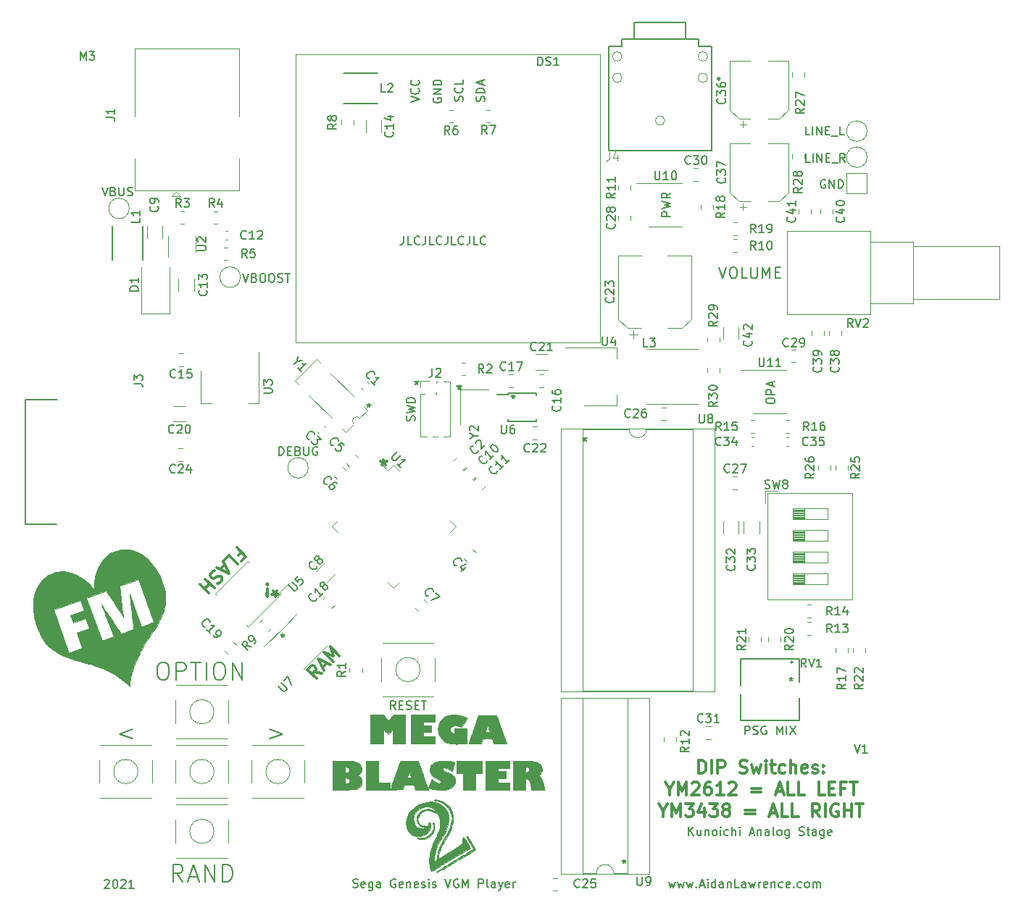
<source format=gbr>
G04 #@! TF.GenerationSoftware,KiCad,Pcbnew,(5.1.8)-1*
G04 #@! TF.CreationDate,2021-01-07T15:01:17-08:00*
G04 #@! TF.ProjectId,MegaBlaster2,4d656761-426c-4617-9374-6572322e6b69,rev?*
G04 #@! TF.SameCoordinates,Original*
G04 #@! TF.FileFunction,Legend,Top*
G04 #@! TF.FilePolarity,Positive*
%FSLAX46Y46*%
G04 Gerber Fmt 4.6, Leading zero omitted, Abs format (unit mm)*
G04 Created by KiCad (PCBNEW (5.1.8)-1) date 2021-01-07 15:01:17*
%MOMM*%
%LPD*%
G01*
G04 APERTURE LIST*
%ADD10C,0.150000*%
%ADD11C,0.300000*%
%ADD12C,0.250000*%
%ADD13C,0.010000*%
%ADD14C,0.152400*%
%ADD15C,0.120000*%
%ADD16C,0.304800*%
%ADD17C,0.127000*%
%ADD18C,0.100000*%
%ADD19C,0.050000*%
G04 APERTURE END LIST*
D10*
X128159452Y-63841380D02*
X128159452Y-64555666D01*
X128111833Y-64698523D01*
X128016595Y-64793761D01*
X127873738Y-64841380D01*
X127778500Y-64841380D01*
X129111833Y-64841380D02*
X128635642Y-64841380D01*
X128635642Y-63841380D01*
X130016595Y-64746142D02*
X129968976Y-64793761D01*
X129826119Y-64841380D01*
X129730880Y-64841380D01*
X129588023Y-64793761D01*
X129492785Y-64698523D01*
X129445166Y-64603285D01*
X129397547Y-64412809D01*
X129397547Y-64269952D01*
X129445166Y-64079476D01*
X129492785Y-63984238D01*
X129588023Y-63889000D01*
X129730880Y-63841380D01*
X129826119Y-63841380D01*
X129968976Y-63889000D01*
X130016595Y-63936619D01*
X130730880Y-63841380D02*
X130730880Y-64555666D01*
X130683261Y-64698523D01*
X130588023Y-64793761D01*
X130445166Y-64841380D01*
X130349928Y-64841380D01*
X131683261Y-64841380D02*
X131207071Y-64841380D01*
X131207071Y-63841380D01*
X132588023Y-64746142D02*
X132540404Y-64793761D01*
X132397547Y-64841380D01*
X132302309Y-64841380D01*
X132159452Y-64793761D01*
X132064214Y-64698523D01*
X132016595Y-64603285D01*
X131968976Y-64412809D01*
X131968976Y-64269952D01*
X132016595Y-64079476D01*
X132064214Y-63984238D01*
X132159452Y-63889000D01*
X132302309Y-63841380D01*
X132397547Y-63841380D01*
X132540404Y-63889000D01*
X132588023Y-63936619D01*
X133302309Y-63841380D02*
X133302309Y-64555666D01*
X133254690Y-64698523D01*
X133159452Y-64793761D01*
X133016595Y-64841380D01*
X132921357Y-64841380D01*
X134254690Y-64841380D02*
X133778500Y-64841380D01*
X133778500Y-63841380D01*
X135159452Y-64746142D02*
X135111833Y-64793761D01*
X134968976Y-64841380D01*
X134873738Y-64841380D01*
X134730880Y-64793761D01*
X134635642Y-64698523D01*
X134588023Y-64603285D01*
X134540404Y-64412809D01*
X134540404Y-64269952D01*
X134588023Y-64079476D01*
X134635642Y-63984238D01*
X134730880Y-63889000D01*
X134873738Y-63841380D01*
X134968976Y-63841380D01*
X135111833Y-63889000D01*
X135159452Y-63936619D01*
X135873738Y-63841380D02*
X135873738Y-64555666D01*
X135826119Y-64698523D01*
X135730880Y-64793761D01*
X135588023Y-64841380D01*
X135492785Y-64841380D01*
X136826119Y-64841380D02*
X136349928Y-64841380D01*
X136349928Y-63841380D01*
X137730880Y-64746142D02*
X137683261Y-64793761D01*
X137540404Y-64841380D01*
X137445166Y-64841380D01*
X137302309Y-64793761D01*
X137207071Y-64698523D01*
X137159452Y-64603285D01*
X137111833Y-64412809D01*
X137111833Y-64269952D01*
X137159452Y-64079476D01*
X137207071Y-63984238D01*
X137302309Y-63889000D01*
X137445166Y-63841380D01*
X137540404Y-63841380D01*
X137683261Y-63889000D01*
X137730880Y-63936619D01*
X93218214Y-139184119D02*
X93265833Y-139136500D01*
X93361071Y-139088880D01*
X93599166Y-139088880D01*
X93694404Y-139136500D01*
X93742023Y-139184119D01*
X93789642Y-139279357D01*
X93789642Y-139374595D01*
X93742023Y-139517452D01*
X93170595Y-140088880D01*
X93789642Y-140088880D01*
X94408690Y-139088880D02*
X94503928Y-139088880D01*
X94599166Y-139136500D01*
X94646785Y-139184119D01*
X94694404Y-139279357D01*
X94742023Y-139469833D01*
X94742023Y-139707928D01*
X94694404Y-139898404D01*
X94646785Y-139993642D01*
X94599166Y-140041261D01*
X94503928Y-140088880D01*
X94408690Y-140088880D01*
X94313452Y-140041261D01*
X94265833Y-139993642D01*
X94218214Y-139898404D01*
X94170595Y-139707928D01*
X94170595Y-139469833D01*
X94218214Y-139279357D01*
X94265833Y-139184119D01*
X94313452Y-139136500D01*
X94408690Y-139088880D01*
X95122976Y-139184119D02*
X95170595Y-139136500D01*
X95265833Y-139088880D01*
X95503928Y-139088880D01*
X95599166Y-139136500D01*
X95646785Y-139184119D01*
X95694404Y-139279357D01*
X95694404Y-139374595D01*
X95646785Y-139517452D01*
X95075357Y-140088880D01*
X95694404Y-140088880D01*
X96646785Y-140088880D02*
X96075357Y-140088880D01*
X96361071Y-140088880D02*
X96361071Y-139088880D01*
X96265833Y-139231738D01*
X96170595Y-139326976D01*
X96075357Y-139374595D01*
X122246619Y-139977761D02*
X122389476Y-140025380D01*
X122627571Y-140025380D01*
X122722809Y-139977761D01*
X122770428Y-139930142D01*
X122818047Y-139834904D01*
X122818047Y-139739666D01*
X122770428Y-139644428D01*
X122722809Y-139596809D01*
X122627571Y-139549190D01*
X122437095Y-139501571D01*
X122341857Y-139453952D01*
X122294238Y-139406333D01*
X122246619Y-139311095D01*
X122246619Y-139215857D01*
X122294238Y-139120619D01*
X122341857Y-139073000D01*
X122437095Y-139025380D01*
X122675190Y-139025380D01*
X122818047Y-139073000D01*
X123627571Y-139977761D02*
X123532333Y-140025380D01*
X123341857Y-140025380D01*
X123246619Y-139977761D01*
X123199000Y-139882523D01*
X123199000Y-139501571D01*
X123246619Y-139406333D01*
X123341857Y-139358714D01*
X123532333Y-139358714D01*
X123627571Y-139406333D01*
X123675190Y-139501571D01*
X123675190Y-139596809D01*
X123199000Y-139692047D01*
X124532333Y-139358714D02*
X124532333Y-140168238D01*
X124484714Y-140263476D01*
X124437095Y-140311095D01*
X124341857Y-140358714D01*
X124199000Y-140358714D01*
X124103761Y-140311095D01*
X124532333Y-139977761D02*
X124437095Y-140025380D01*
X124246619Y-140025380D01*
X124151380Y-139977761D01*
X124103761Y-139930142D01*
X124056142Y-139834904D01*
X124056142Y-139549190D01*
X124103761Y-139453952D01*
X124151380Y-139406333D01*
X124246619Y-139358714D01*
X124437095Y-139358714D01*
X124532333Y-139406333D01*
X125437095Y-140025380D02*
X125437095Y-139501571D01*
X125389476Y-139406333D01*
X125294238Y-139358714D01*
X125103761Y-139358714D01*
X125008523Y-139406333D01*
X125437095Y-139977761D02*
X125341857Y-140025380D01*
X125103761Y-140025380D01*
X125008523Y-139977761D01*
X124960904Y-139882523D01*
X124960904Y-139787285D01*
X125008523Y-139692047D01*
X125103761Y-139644428D01*
X125341857Y-139644428D01*
X125437095Y-139596809D01*
X127199000Y-139073000D02*
X127103761Y-139025380D01*
X126960904Y-139025380D01*
X126818047Y-139073000D01*
X126722809Y-139168238D01*
X126675190Y-139263476D01*
X126627571Y-139453952D01*
X126627571Y-139596809D01*
X126675190Y-139787285D01*
X126722809Y-139882523D01*
X126818047Y-139977761D01*
X126960904Y-140025380D01*
X127056142Y-140025380D01*
X127199000Y-139977761D01*
X127246619Y-139930142D01*
X127246619Y-139596809D01*
X127056142Y-139596809D01*
X128056142Y-139977761D02*
X127960904Y-140025380D01*
X127770428Y-140025380D01*
X127675190Y-139977761D01*
X127627571Y-139882523D01*
X127627571Y-139501571D01*
X127675190Y-139406333D01*
X127770428Y-139358714D01*
X127960904Y-139358714D01*
X128056142Y-139406333D01*
X128103761Y-139501571D01*
X128103761Y-139596809D01*
X127627571Y-139692047D01*
X128532333Y-139358714D02*
X128532333Y-140025380D01*
X128532333Y-139453952D02*
X128579952Y-139406333D01*
X128675190Y-139358714D01*
X128818047Y-139358714D01*
X128913285Y-139406333D01*
X128960904Y-139501571D01*
X128960904Y-140025380D01*
X129818047Y-139977761D02*
X129722809Y-140025380D01*
X129532333Y-140025380D01*
X129437095Y-139977761D01*
X129389476Y-139882523D01*
X129389476Y-139501571D01*
X129437095Y-139406333D01*
X129532333Y-139358714D01*
X129722809Y-139358714D01*
X129818047Y-139406333D01*
X129865666Y-139501571D01*
X129865666Y-139596809D01*
X129389476Y-139692047D01*
X130246619Y-139977761D02*
X130341857Y-140025380D01*
X130532333Y-140025380D01*
X130627571Y-139977761D01*
X130675190Y-139882523D01*
X130675190Y-139834904D01*
X130627571Y-139739666D01*
X130532333Y-139692047D01*
X130389476Y-139692047D01*
X130294238Y-139644428D01*
X130246619Y-139549190D01*
X130246619Y-139501571D01*
X130294238Y-139406333D01*
X130389476Y-139358714D01*
X130532333Y-139358714D01*
X130627571Y-139406333D01*
X131103761Y-140025380D02*
X131103761Y-139358714D01*
X131103761Y-139025380D02*
X131056142Y-139073000D01*
X131103761Y-139120619D01*
X131151380Y-139073000D01*
X131103761Y-139025380D01*
X131103761Y-139120619D01*
X131532333Y-139977761D02*
X131627571Y-140025380D01*
X131818047Y-140025380D01*
X131913285Y-139977761D01*
X131960904Y-139882523D01*
X131960904Y-139834904D01*
X131913285Y-139739666D01*
X131818047Y-139692047D01*
X131675190Y-139692047D01*
X131579952Y-139644428D01*
X131532333Y-139549190D01*
X131532333Y-139501571D01*
X131579952Y-139406333D01*
X131675190Y-139358714D01*
X131818047Y-139358714D01*
X131913285Y-139406333D01*
X133008523Y-139025380D02*
X133341857Y-140025380D01*
X133675190Y-139025380D01*
X134532333Y-139073000D02*
X134437095Y-139025380D01*
X134294238Y-139025380D01*
X134151380Y-139073000D01*
X134056142Y-139168238D01*
X134008523Y-139263476D01*
X133960904Y-139453952D01*
X133960904Y-139596809D01*
X134008523Y-139787285D01*
X134056142Y-139882523D01*
X134151380Y-139977761D01*
X134294238Y-140025380D01*
X134389476Y-140025380D01*
X134532333Y-139977761D01*
X134579952Y-139930142D01*
X134579952Y-139596809D01*
X134389476Y-139596809D01*
X135008523Y-140025380D02*
X135008523Y-139025380D01*
X135341857Y-139739666D01*
X135675190Y-139025380D01*
X135675190Y-140025380D01*
X136913285Y-140025380D02*
X136913285Y-139025380D01*
X137294238Y-139025380D01*
X137389476Y-139073000D01*
X137437095Y-139120619D01*
X137484714Y-139215857D01*
X137484714Y-139358714D01*
X137437095Y-139453952D01*
X137389476Y-139501571D01*
X137294238Y-139549190D01*
X136913285Y-139549190D01*
X138056142Y-140025380D02*
X137960904Y-139977761D01*
X137913285Y-139882523D01*
X137913285Y-139025380D01*
X138865666Y-140025380D02*
X138865666Y-139501571D01*
X138818047Y-139406333D01*
X138722809Y-139358714D01*
X138532333Y-139358714D01*
X138437095Y-139406333D01*
X138865666Y-139977761D02*
X138770428Y-140025380D01*
X138532333Y-140025380D01*
X138437095Y-139977761D01*
X138389476Y-139882523D01*
X138389476Y-139787285D01*
X138437095Y-139692047D01*
X138532333Y-139644428D01*
X138770428Y-139644428D01*
X138865666Y-139596809D01*
X139246619Y-139358714D02*
X139484714Y-140025380D01*
X139722809Y-139358714D02*
X139484714Y-140025380D01*
X139389476Y-140263476D01*
X139341857Y-140311095D01*
X139246619Y-140358714D01*
X140484714Y-139977761D02*
X140389476Y-140025380D01*
X140199000Y-140025380D01*
X140103761Y-139977761D01*
X140056142Y-139882523D01*
X140056142Y-139501571D01*
X140103761Y-139406333D01*
X140199000Y-139358714D01*
X140389476Y-139358714D01*
X140484714Y-139406333D01*
X140532333Y-139501571D01*
X140532333Y-139596809D01*
X140056142Y-139692047D01*
X140960904Y-140025380D02*
X140960904Y-139358714D01*
X140960904Y-139549190D02*
X141008523Y-139453952D01*
X141056142Y-139406333D01*
X141151380Y-139358714D01*
X141246619Y-139358714D01*
X165003619Y-67487095D02*
X165436952Y-68787095D01*
X165870285Y-67487095D01*
X166551238Y-67487095D02*
X166798857Y-67487095D01*
X166922666Y-67549000D01*
X167046476Y-67672809D01*
X167108380Y-67920428D01*
X167108380Y-68353761D01*
X167046476Y-68601380D01*
X166922666Y-68725190D01*
X166798857Y-68787095D01*
X166551238Y-68787095D01*
X166427428Y-68725190D01*
X166303619Y-68601380D01*
X166241714Y-68353761D01*
X166241714Y-67920428D01*
X166303619Y-67672809D01*
X166427428Y-67549000D01*
X166551238Y-67487095D01*
X168284571Y-68787095D02*
X167665523Y-68787095D01*
X167665523Y-67487095D01*
X168717904Y-67487095D02*
X168717904Y-68539476D01*
X168779809Y-68663285D01*
X168841714Y-68725190D01*
X168965523Y-68787095D01*
X169213142Y-68787095D01*
X169336952Y-68725190D01*
X169398857Y-68663285D01*
X169460761Y-68539476D01*
X169460761Y-67487095D01*
X170079809Y-68787095D02*
X170079809Y-67487095D01*
X170513142Y-68415666D01*
X170946476Y-67487095D01*
X170946476Y-68787095D01*
X171565523Y-68106142D02*
X171998857Y-68106142D01*
X172184571Y-68787095D02*
X171565523Y-68787095D01*
X171565523Y-67487095D01*
X172184571Y-67487095D01*
X149352000Y-87336380D02*
X149352000Y-87574476D01*
X149113904Y-87479238D02*
X149352000Y-87574476D01*
X149590095Y-87479238D01*
X149209142Y-87764952D02*
X149352000Y-87574476D01*
X149494857Y-87764952D01*
X153924000Y-136739380D02*
X153924000Y-136977476D01*
X153685904Y-136882238D02*
X153924000Y-136977476D01*
X154162095Y-136882238D01*
X153781142Y-137167952D02*
X153924000Y-136977476D01*
X154066857Y-137167952D01*
X114046000Y-110323380D02*
X114046000Y-110561476D01*
X113807904Y-110466238D02*
X114046000Y-110561476D01*
X114284095Y-110466238D01*
X113903142Y-110751952D02*
X114046000Y-110561476D01*
X114188857Y-110751952D01*
X129436761Y-85431142D02*
X129484380Y-85288285D01*
X129484380Y-85050190D01*
X129436761Y-84954952D01*
X129389142Y-84907333D01*
X129293904Y-84859714D01*
X129198666Y-84859714D01*
X129103428Y-84907333D01*
X129055809Y-84954952D01*
X129008190Y-85050190D01*
X128960571Y-85240666D01*
X128912952Y-85335904D01*
X128865333Y-85383523D01*
X128770095Y-85431142D01*
X128674857Y-85431142D01*
X128579619Y-85383523D01*
X128532000Y-85335904D01*
X128484380Y-85240666D01*
X128484380Y-85002571D01*
X128532000Y-84859714D01*
X128484380Y-84526380D02*
X129484380Y-84288285D01*
X128770095Y-84097809D01*
X129484380Y-83907333D01*
X128484380Y-83669238D01*
X129484380Y-83288285D02*
X128484380Y-83288285D01*
X128484380Y-83050190D01*
X128532000Y-82907333D01*
X128627238Y-82812095D01*
X128722476Y-82764476D01*
X128912952Y-82716857D01*
X129055809Y-82716857D01*
X129246285Y-82764476D01*
X129341523Y-82812095D01*
X129436761Y-82907333D01*
X129484380Y-83050190D01*
X129484380Y-83288285D01*
X90376476Y-43251380D02*
X90376476Y-42251380D01*
X90709809Y-42965666D01*
X91043142Y-42251380D01*
X91043142Y-43251380D01*
X91424095Y-42251380D02*
X92043142Y-42251380D01*
X91709809Y-42632333D01*
X91852666Y-42632333D01*
X91947904Y-42679952D01*
X91995523Y-42727571D01*
X92043142Y-42822809D01*
X92043142Y-43060904D01*
X91995523Y-43156142D01*
X91947904Y-43203761D01*
X91852666Y-43251380D01*
X91566952Y-43251380D01*
X91471714Y-43203761D01*
X91424095Y-43156142D01*
X127198619Y-119197380D02*
X126865285Y-118721190D01*
X126627190Y-119197380D02*
X126627190Y-118197380D01*
X127008142Y-118197380D01*
X127103380Y-118245000D01*
X127151000Y-118292619D01*
X127198619Y-118387857D01*
X127198619Y-118530714D01*
X127151000Y-118625952D01*
X127103380Y-118673571D01*
X127008142Y-118721190D01*
X126627190Y-118721190D01*
X127627190Y-118673571D02*
X127960523Y-118673571D01*
X128103380Y-119197380D02*
X127627190Y-119197380D01*
X127627190Y-118197380D01*
X128103380Y-118197380D01*
X128484333Y-119149761D02*
X128627190Y-119197380D01*
X128865285Y-119197380D01*
X128960523Y-119149761D01*
X129008142Y-119102142D01*
X129055761Y-119006904D01*
X129055761Y-118911666D01*
X129008142Y-118816428D01*
X128960523Y-118768809D01*
X128865285Y-118721190D01*
X128674809Y-118673571D01*
X128579571Y-118625952D01*
X128531952Y-118578333D01*
X128484333Y-118483095D01*
X128484333Y-118387857D01*
X128531952Y-118292619D01*
X128579571Y-118245000D01*
X128674809Y-118197380D01*
X128912904Y-118197380D01*
X129055761Y-118245000D01*
X129484333Y-118673571D02*
X129817666Y-118673571D01*
X129960523Y-119197380D02*
X129484333Y-119197380D01*
X129484333Y-118197380D01*
X129960523Y-118197380D01*
X130246238Y-118197380D02*
X130817666Y-118197380D01*
X130531952Y-119197380D02*
X130531952Y-118197380D01*
X180800476Y-123277380D02*
X181133809Y-124277380D01*
X181467142Y-123277380D01*
X182324285Y-124277380D02*
X181752857Y-124277380D01*
X182038571Y-124277380D02*
X182038571Y-123277380D01*
X181943333Y-123420238D01*
X181848095Y-123515476D01*
X181752857Y-123563095D01*
X161465666Y-133929380D02*
X161465666Y-132929380D01*
X162037095Y-133929380D02*
X161608523Y-133357952D01*
X162037095Y-132929380D02*
X161465666Y-133500809D01*
X162894238Y-133262714D02*
X162894238Y-133929380D01*
X162465666Y-133262714D02*
X162465666Y-133786523D01*
X162513285Y-133881761D01*
X162608523Y-133929380D01*
X162751380Y-133929380D01*
X162846619Y-133881761D01*
X162894238Y-133834142D01*
X163370428Y-133262714D02*
X163370428Y-133929380D01*
X163370428Y-133357952D02*
X163418047Y-133310333D01*
X163513285Y-133262714D01*
X163656142Y-133262714D01*
X163751380Y-133310333D01*
X163799000Y-133405571D01*
X163799000Y-133929380D01*
X164418047Y-133929380D02*
X164322809Y-133881761D01*
X164275190Y-133834142D01*
X164227571Y-133738904D01*
X164227571Y-133453190D01*
X164275190Y-133357952D01*
X164322809Y-133310333D01*
X164418047Y-133262714D01*
X164560904Y-133262714D01*
X164656142Y-133310333D01*
X164703761Y-133357952D01*
X164751380Y-133453190D01*
X164751380Y-133738904D01*
X164703761Y-133834142D01*
X164656142Y-133881761D01*
X164560904Y-133929380D01*
X164418047Y-133929380D01*
X165179952Y-133929380D02*
X165179952Y-133262714D01*
X165179952Y-132929380D02*
X165132333Y-132977000D01*
X165179952Y-133024619D01*
X165227571Y-132977000D01*
X165179952Y-132929380D01*
X165179952Y-133024619D01*
X166084714Y-133881761D02*
X165989476Y-133929380D01*
X165799000Y-133929380D01*
X165703761Y-133881761D01*
X165656142Y-133834142D01*
X165608523Y-133738904D01*
X165608523Y-133453190D01*
X165656142Y-133357952D01*
X165703761Y-133310333D01*
X165799000Y-133262714D01*
X165989476Y-133262714D01*
X166084714Y-133310333D01*
X166513285Y-133929380D02*
X166513285Y-132929380D01*
X166941857Y-133929380D02*
X166941857Y-133405571D01*
X166894238Y-133310333D01*
X166799000Y-133262714D01*
X166656142Y-133262714D01*
X166560904Y-133310333D01*
X166513285Y-133357952D01*
X167418047Y-133929380D02*
X167418047Y-133262714D01*
X167418047Y-132929380D02*
X167370428Y-132977000D01*
X167418047Y-133024619D01*
X167465666Y-132977000D01*
X167418047Y-132929380D01*
X167418047Y-133024619D01*
X168608523Y-133643666D02*
X169084714Y-133643666D01*
X168513285Y-133929380D02*
X168846619Y-132929380D01*
X169179952Y-133929380D01*
X169513285Y-133262714D02*
X169513285Y-133929380D01*
X169513285Y-133357952D02*
X169560904Y-133310333D01*
X169656142Y-133262714D01*
X169799000Y-133262714D01*
X169894238Y-133310333D01*
X169941857Y-133405571D01*
X169941857Y-133929380D01*
X170846619Y-133929380D02*
X170846619Y-133405571D01*
X170799000Y-133310333D01*
X170703761Y-133262714D01*
X170513285Y-133262714D01*
X170418047Y-133310333D01*
X170846619Y-133881761D02*
X170751380Y-133929380D01*
X170513285Y-133929380D01*
X170418047Y-133881761D01*
X170370428Y-133786523D01*
X170370428Y-133691285D01*
X170418047Y-133596047D01*
X170513285Y-133548428D01*
X170751380Y-133548428D01*
X170846619Y-133500809D01*
X171465666Y-133929380D02*
X171370428Y-133881761D01*
X171322809Y-133786523D01*
X171322809Y-132929380D01*
X171989476Y-133929380D02*
X171894238Y-133881761D01*
X171846619Y-133834142D01*
X171799000Y-133738904D01*
X171799000Y-133453190D01*
X171846619Y-133357952D01*
X171894238Y-133310333D01*
X171989476Y-133262714D01*
X172132333Y-133262714D01*
X172227571Y-133310333D01*
X172275190Y-133357952D01*
X172322809Y-133453190D01*
X172322809Y-133738904D01*
X172275190Y-133834142D01*
X172227571Y-133881761D01*
X172132333Y-133929380D01*
X171989476Y-133929380D01*
X173179952Y-133262714D02*
X173179952Y-134072238D01*
X173132333Y-134167476D01*
X173084714Y-134215095D01*
X172989476Y-134262714D01*
X172846619Y-134262714D01*
X172751380Y-134215095D01*
X173179952Y-133881761D02*
X173084714Y-133929380D01*
X172894238Y-133929380D01*
X172799000Y-133881761D01*
X172751380Y-133834142D01*
X172703761Y-133738904D01*
X172703761Y-133453190D01*
X172751380Y-133357952D01*
X172799000Y-133310333D01*
X172894238Y-133262714D01*
X173084714Y-133262714D01*
X173179952Y-133310333D01*
X174370428Y-133881761D02*
X174513285Y-133929380D01*
X174751380Y-133929380D01*
X174846619Y-133881761D01*
X174894238Y-133834142D01*
X174941857Y-133738904D01*
X174941857Y-133643666D01*
X174894238Y-133548428D01*
X174846619Y-133500809D01*
X174751380Y-133453190D01*
X174560904Y-133405571D01*
X174465666Y-133357952D01*
X174418047Y-133310333D01*
X174370428Y-133215095D01*
X174370428Y-133119857D01*
X174418047Y-133024619D01*
X174465666Y-132977000D01*
X174560904Y-132929380D01*
X174799000Y-132929380D01*
X174941857Y-132977000D01*
X175227571Y-133262714D02*
X175608523Y-133262714D01*
X175370428Y-132929380D02*
X175370428Y-133786523D01*
X175418047Y-133881761D01*
X175513285Y-133929380D01*
X175608523Y-133929380D01*
X176370428Y-133929380D02*
X176370428Y-133405571D01*
X176322809Y-133310333D01*
X176227571Y-133262714D01*
X176037095Y-133262714D01*
X175941857Y-133310333D01*
X176370428Y-133881761D02*
X176275190Y-133929380D01*
X176037095Y-133929380D01*
X175941857Y-133881761D01*
X175894238Y-133786523D01*
X175894238Y-133691285D01*
X175941857Y-133596047D01*
X176037095Y-133548428D01*
X176275190Y-133548428D01*
X176370428Y-133500809D01*
X177275190Y-133262714D02*
X177275190Y-134072238D01*
X177227571Y-134167476D01*
X177179952Y-134215095D01*
X177084714Y-134262714D01*
X176941857Y-134262714D01*
X176846619Y-134215095D01*
X177275190Y-133881761D02*
X177179952Y-133929380D01*
X176989476Y-133929380D01*
X176894238Y-133881761D01*
X176846619Y-133834142D01*
X176799000Y-133738904D01*
X176799000Y-133453190D01*
X176846619Y-133357952D01*
X176894238Y-133310333D01*
X176989476Y-133262714D01*
X177179952Y-133262714D01*
X177275190Y-133310333D01*
X178132333Y-133881761D02*
X178037095Y-133929380D01*
X177846619Y-133929380D01*
X177751380Y-133881761D01*
X177703761Y-133786523D01*
X177703761Y-133405571D01*
X177751380Y-133310333D01*
X177846619Y-133262714D01*
X178037095Y-133262714D01*
X178132333Y-133310333D01*
X178179952Y-133405571D01*
X178179952Y-133500809D01*
X177703761Y-133596047D01*
X159116238Y-139358714D02*
X159306714Y-140025380D01*
X159497190Y-139549190D01*
X159687666Y-140025380D01*
X159878142Y-139358714D01*
X160163857Y-139358714D02*
X160354333Y-140025380D01*
X160544809Y-139549190D01*
X160735285Y-140025380D01*
X160925761Y-139358714D01*
X161211476Y-139358714D02*
X161401952Y-140025380D01*
X161592428Y-139549190D01*
X161782904Y-140025380D01*
X161973380Y-139358714D01*
X162354333Y-139930142D02*
X162401952Y-139977761D01*
X162354333Y-140025380D01*
X162306714Y-139977761D01*
X162354333Y-139930142D01*
X162354333Y-140025380D01*
X162782904Y-139739666D02*
X163259095Y-139739666D01*
X162687666Y-140025380D02*
X163021000Y-139025380D01*
X163354333Y-140025380D01*
X163687666Y-140025380D02*
X163687666Y-139358714D01*
X163687666Y-139025380D02*
X163640047Y-139073000D01*
X163687666Y-139120619D01*
X163735285Y-139073000D01*
X163687666Y-139025380D01*
X163687666Y-139120619D01*
X164592428Y-140025380D02*
X164592428Y-139025380D01*
X164592428Y-139977761D02*
X164497190Y-140025380D01*
X164306714Y-140025380D01*
X164211476Y-139977761D01*
X164163857Y-139930142D01*
X164116238Y-139834904D01*
X164116238Y-139549190D01*
X164163857Y-139453952D01*
X164211476Y-139406333D01*
X164306714Y-139358714D01*
X164497190Y-139358714D01*
X164592428Y-139406333D01*
X165497190Y-140025380D02*
X165497190Y-139501571D01*
X165449571Y-139406333D01*
X165354333Y-139358714D01*
X165163857Y-139358714D01*
X165068619Y-139406333D01*
X165497190Y-139977761D02*
X165401952Y-140025380D01*
X165163857Y-140025380D01*
X165068619Y-139977761D01*
X165021000Y-139882523D01*
X165021000Y-139787285D01*
X165068619Y-139692047D01*
X165163857Y-139644428D01*
X165401952Y-139644428D01*
X165497190Y-139596809D01*
X165973380Y-139358714D02*
X165973380Y-140025380D01*
X165973380Y-139453952D02*
X166021000Y-139406333D01*
X166116238Y-139358714D01*
X166259095Y-139358714D01*
X166354333Y-139406333D01*
X166401952Y-139501571D01*
X166401952Y-140025380D01*
X167354333Y-140025380D02*
X166878142Y-140025380D01*
X166878142Y-139025380D01*
X168116238Y-140025380D02*
X168116238Y-139501571D01*
X168068619Y-139406333D01*
X167973380Y-139358714D01*
X167782904Y-139358714D01*
X167687666Y-139406333D01*
X168116238Y-139977761D02*
X168021000Y-140025380D01*
X167782904Y-140025380D01*
X167687666Y-139977761D01*
X167640047Y-139882523D01*
X167640047Y-139787285D01*
X167687666Y-139692047D01*
X167782904Y-139644428D01*
X168021000Y-139644428D01*
X168116238Y-139596809D01*
X168497190Y-139358714D02*
X168687666Y-140025380D01*
X168878142Y-139549190D01*
X169068619Y-140025380D01*
X169259095Y-139358714D01*
X169640047Y-140025380D02*
X169640047Y-139358714D01*
X169640047Y-139549190D02*
X169687666Y-139453952D01*
X169735285Y-139406333D01*
X169830523Y-139358714D01*
X169925761Y-139358714D01*
X170640047Y-139977761D02*
X170544809Y-140025380D01*
X170354333Y-140025380D01*
X170259095Y-139977761D01*
X170211476Y-139882523D01*
X170211476Y-139501571D01*
X170259095Y-139406333D01*
X170354333Y-139358714D01*
X170544809Y-139358714D01*
X170640047Y-139406333D01*
X170687666Y-139501571D01*
X170687666Y-139596809D01*
X170211476Y-139692047D01*
X171116238Y-139358714D02*
X171116238Y-140025380D01*
X171116238Y-139453952D02*
X171163857Y-139406333D01*
X171259095Y-139358714D01*
X171401952Y-139358714D01*
X171497190Y-139406333D01*
X171544809Y-139501571D01*
X171544809Y-140025380D01*
X172449571Y-139977761D02*
X172354333Y-140025380D01*
X172163857Y-140025380D01*
X172068619Y-139977761D01*
X172021000Y-139930142D01*
X171973380Y-139834904D01*
X171973380Y-139549190D01*
X172021000Y-139453952D01*
X172068619Y-139406333D01*
X172163857Y-139358714D01*
X172354333Y-139358714D01*
X172449571Y-139406333D01*
X173259095Y-139977761D02*
X173163857Y-140025380D01*
X172973380Y-140025380D01*
X172878142Y-139977761D01*
X172830523Y-139882523D01*
X172830523Y-139501571D01*
X172878142Y-139406333D01*
X172973380Y-139358714D01*
X173163857Y-139358714D01*
X173259095Y-139406333D01*
X173306714Y-139501571D01*
X173306714Y-139596809D01*
X172830523Y-139692047D01*
X173735285Y-139930142D02*
X173782904Y-139977761D01*
X173735285Y-140025380D01*
X173687666Y-139977761D01*
X173735285Y-139930142D01*
X173735285Y-140025380D01*
X174640047Y-139977761D02*
X174544809Y-140025380D01*
X174354333Y-140025380D01*
X174259095Y-139977761D01*
X174211476Y-139930142D01*
X174163857Y-139834904D01*
X174163857Y-139549190D01*
X174211476Y-139453952D01*
X174259095Y-139406333D01*
X174354333Y-139358714D01*
X174544809Y-139358714D01*
X174640047Y-139406333D01*
X175211476Y-140025380D02*
X175116238Y-139977761D01*
X175068619Y-139930142D01*
X175021000Y-139834904D01*
X175021000Y-139549190D01*
X175068619Y-139453952D01*
X175116238Y-139406333D01*
X175211476Y-139358714D01*
X175354333Y-139358714D01*
X175449571Y-139406333D01*
X175497190Y-139453952D01*
X175544809Y-139549190D01*
X175544809Y-139834904D01*
X175497190Y-139930142D01*
X175449571Y-139977761D01*
X175354333Y-140025380D01*
X175211476Y-140025380D01*
X175973380Y-140025380D02*
X175973380Y-139358714D01*
X175973380Y-139453952D02*
X176021000Y-139406333D01*
X176116238Y-139358714D01*
X176259095Y-139358714D01*
X176354333Y-139406333D01*
X176401952Y-139501571D01*
X176401952Y-140025380D01*
X176401952Y-139501571D02*
X176449571Y-139406333D01*
X176544809Y-139358714D01*
X176687666Y-139358714D01*
X176782904Y-139406333D01*
X176830523Y-139501571D01*
X176830523Y-140025380D01*
X124079000Y-83399380D02*
X124079000Y-83637476D01*
X123840904Y-83542238D02*
X124079000Y-83637476D01*
X124317095Y-83542238D01*
X123936142Y-83827952D02*
X124079000Y-83637476D01*
X124221857Y-83827952D01*
X129667000Y-80732380D02*
X129667000Y-80970476D01*
X129428904Y-80875238D02*
X129667000Y-80970476D01*
X129905095Y-80875238D01*
X129524142Y-81160952D02*
X129667000Y-80970476D01*
X129809857Y-81160952D01*
X140970000Y-82383380D02*
X140970000Y-82621476D01*
X140731904Y-82526238D02*
X140970000Y-82621476D01*
X141208095Y-82526238D01*
X140827142Y-82811952D02*
X140970000Y-82621476D01*
X141112857Y-82811952D01*
X170521380Y-83192809D02*
X170521380Y-83002333D01*
X170569000Y-82907095D01*
X170664238Y-82811857D01*
X170854714Y-82764238D01*
X171188047Y-82764238D01*
X171378523Y-82811857D01*
X171473761Y-82907095D01*
X171521380Y-83002333D01*
X171521380Y-83192809D01*
X171473761Y-83288047D01*
X171378523Y-83383285D01*
X171188047Y-83430904D01*
X170854714Y-83430904D01*
X170664238Y-83383285D01*
X170569000Y-83288047D01*
X170521380Y-83192809D01*
X171521380Y-82335666D02*
X170521380Y-82335666D01*
X170521380Y-81954714D01*
X170569000Y-81859476D01*
X170616619Y-81811857D01*
X170711857Y-81764238D01*
X170854714Y-81764238D01*
X170949952Y-81811857D01*
X170997571Y-81859476D01*
X171045190Y-81954714D01*
X171045190Y-82335666D01*
X171235666Y-81383285D02*
X171235666Y-80907095D01*
X171521380Y-81478523D02*
X170521380Y-81145190D01*
X171521380Y-80811857D01*
X159329380Y-61531333D02*
X158329380Y-61531333D01*
X158329380Y-61150380D01*
X158377000Y-61055142D01*
X158424619Y-61007523D01*
X158519857Y-60959904D01*
X158662714Y-60959904D01*
X158757952Y-61007523D01*
X158805571Y-61055142D01*
X158853190Y-61150380D01*
X158853190Y-61531333D01*
X158329380Y-60626571D02*
X159329380Y-60388476D01*
X158615095Y-60198000D01*
X159329380Y-60007523D01*
X158329380Y-59769428D01*
X159329380Y-58817047D02*
X158853190Y-59150380D01*
X159329380Y-59388476D02*
X158329380Y-59388476D01*
X158329380Y-59007523D01*
X158377000Y-58912285D01*
X158424619Y-58864666D01*
X158519857Y-58817047D01*
X158662714Y-58817047D01*
X158757952Y-58864666D01*
X158805571Y-58912285D01*
X158853190Y-59007523D01*
X158853190Y-59388476D01*
X113585904Y-89479380D02*
X113585904Y-88479380D01*
X113824000Y-88479380D01*
X113966857Y-88527000D01*
X114062095Y-88622238D01*
X114109714Y-88717476D01*
X114157333Y-88907952D01*
X114157333Y-89050809D01*
X114109714Y-89241285D01*
X114062095Y-89336523D01*
X113966857Y-89431761D01*
X113824000Y-89479380D01*
X113585904Y-89479380D01*
X114585904Y-88955571D02*
X114919238Y-88955571D01*
X115062095Y-89479380D02*
X114585904Y-89479380D01*
X114585904Y-88479380D01*
X115062095Y-88479380D01*
X115824000Y-88955571D02*
X115966857Y-89003190D01*
X116014476Y-89050809D01*
X116062095Y-89146047D01*
X116062095Y-89288904D01*
X116014476Y-89384142D01*
X115966857Y-89431761D01*
X115871619Y-89479380D01*
X115490666Y-89479380D01*
X115490666Y-88479380D01*
X115824000Y-88479380D01*
X115919238Y-88527000D01*
X115966857Y-88574619D01*
X116014476Y-88669857D01*
X116014476Y-88765095D01*
X115966857Y-88860333D01*
X115919238Y-88907952D01*
X115824000Y-88955571D01*
X115490666Y-88955571D01*
X116490666Y-88479380D02*
X116490666Y-89288904D01*
X116538285Y-89384142D01*
X116585904Y-89431761D01*
X116681142Y-89479380D01*
X116871619Y-89479380D01*
X116966857Y-89431761D01*
X117014476Y-89384142D01*
X117062095Y-89288904D01*
X117062095Y-88479380D01*
X118062095Y-88527000D02*
X117966857Y-88479380D01*
X117824000Y-88479380D01*
X117681142Y-88527000D01*
X117585904Y-88622238D01*
X117538285Y-88717476D01*
X117490666Y-88907952D01*
X117490666Y-89050809D01*
X117538285Y-89241285D01*
X117585904Y-89336523D01*
X117681142Y-89431761D01*
X117824000Y-89479380D01*
X117919238Y-89479380D01*
X118062095Y-89431761D01*
X118109714Y-89384142D01*
X118109714Y-89050809D01*
X117919238Y-89050809D01*
X177419095Y-57285000D02*
X177323857Y-57237380D01*
X177181000Y-57237380D01*
X177038142Y-57285000D01*
X176942904Y-57380238D01*
X176895285Y-57475476D01*
X176847666Y-57665952D01*
X176847666Y-57808809D01*
X176895285Y-57999285D01*
X176942904Y-58094523D01*
X177038142Y-58189761D01*
X177181000Y-58237380D01*
X177276238Y-58237380D01*
X177419095Y-58189761D01*
X177466714Y-58142142D01*
X177466714Y-57808809D01*
X177276238Y-57808809D01*
X177895285Y-58237380D02*
X177895285Y-57237380D01*
X178466714Y-58237380D01*
X178466714Y-57237380D01*
X178942904Y-58237380D02*
X178942904Y-57237380D01*
X179181000Y-57237380D01*
X179323857Y-57285000D01*
X179419095Y-57380238D01*
X179466714Y-57475476D01*
X179514333Y-57665952D01*
X179514333Y-57808809D01*
X179466714Y-57999285D01*
X179419095Y-58094523D01*
X179323857Y-58189761D01*
X179181000Y-58237380D01*
X178942904Y-58237380D01*
X175633285Y-55189380D02*
X175157095Y-55189380D01*
X175157095Y-54189380D01*
X175966619Y-55189380D02*
X175966619Y-54189380D01*
X176442809Y-55189380D02*
X176442809Y-54189380D01*
X177014238Y-55189380D01*
X177014238Y-54189380D01*
X177490428Y-54665571D02*
X177823761Y-54665571D01*
X177966619Y-55189380D02*
X177490428Y-55189380D01*
X177490428Y-54189380D01*
X177966619Y-54189380D01*
X178157095Y-55284619D02*
X178919000Y-55284619D01*
X179728523Y-55189380D02*
X179395190Y-54713190D01*
X179157095Y-55189380D02*
X179157095Y-54189380D01*
X179538047Y-54189380D01*
X179633285Y-54237000D01*
X179680904Y-54284619D01*
X179728523Y-54379857D01*
X179728523Y-54522714D01*
X179680904Y-54617952D01*
X179633285Y-54665571D01*
X179538047Y-54713190D01*
X179157095Y-54713190D01*
X175601523Y-52014380D02*
X175125333Y-52014380D01*
X175125333Y-51014380D01*
X175934857Y-52014380D02*
X175934857Y-51014380D01*
X176411047Y-52014380D02*
X176411047Y-51014380D01*
X176982476Y-52014380D01*
X176982476Y-51014380D01*
X177458666Y-51490571D02*
X177792000Y-51490571D01*
X177934857Y-52014380D02*
X177458666Y-52014380D01*
X177458666Y-51014380D01*
X177934857Y-51014380D01*
X178125333Y-52109619D02*
X178887238Y-52109619D01*
X179601523Y-52014380D02*
X179125333Y-52014380D01*
X179125333Y-51014380D01*
X109402904Y-68222880D02*
X109736238Y-69222880D01*
X110069571Y-68222880D01*
X110736238Y-68699071D02*
X110879095Y-68746690D01*
X110926714Y-68794309D01*
X110974333Y-68889547D01*
X110974333Y-69032404D01*
X110926714Y-69127642D01*
X110879095Y-69175261D01*
X110783857Y-69222880D01*
X110402904Y-69222880D01*
X110402904Y-68222880D01*
X110736238Y-68222880D01*
X110831476Y-68270500D01*
X110879095Y-68318119D01*
X110926714Y-68413357D01*
X110926714Y-68508595D01*
X110879095Y-68603833D01*
X110831476Y-68651452D01*
X110736238Y-68699071D01*
X110402904Y-68699071D01*
X111593380Y-68222880D02*
X111783857Y-68222880D01*
X111879095Y-68270500D01*
X111974333Y-68365738D01*
X112021952Y-68556214D01*
X112021952Y-68889547D01*
X111974333Y-69080023D01*
X111879095Y-69175261D01*
X111783857Y-69222880D01*
X111593380Y-69222880D01*
X111498142Y-69175261D01*
X111402904Y-69080023D01*
X111355285Y-68889547D01*
X111355285Y-68556214D01*
X111402904Y-68365738D01*
X111498142Y-68270500D01*
X111593380Y-68222880D01*
X112641000Y-68222880D02*
X112831476Y-68222880D01*
X112926714Y-68270500D01*
X113021952Y-68365738D01*
X113069571Y-68556214D01*
X113069571Y-68889547D01*
X113021952Y-69080023D01*
X112926714Y-69175261D01*
X112831476Y-69222880D01*
X112641000Y-69222880D01*
X112545761Y-69175261D01*
X112450523Y-69080023D01*
X112402904Y-68889547D01*
X112402904Y-68556214D01*
X112450523Y-68365738D01*
X112545761Y-68270500D01*
X112641000Y-68222880D01*
X113450523Y-69175261D02*
X113593380Y-69222880D01*
X113831476Y-69222880D01*
X113926714Y-69175261D01*
X113974333Y-69127642D01*
X114021952Y-69032404D01*
X114021952Y-68937166D01*
X113974333Y-68841928D01*
X113926714Y-68794309D01*
X113831476Y-68746690D01*
X113641000Y-68699071D01*
X113545761Y-68651452D01*
X113498142Y-68603833D01*
X113450523Y-68508595D01*
X113450523Y-68413357D01*
X113498142Y-68318119D01*
X113545761Y-68270500D01*
X113641000Y-68222880D01*
X113879095Y-68222880D01*
X114021952Y-68270500D01*
X114307666Y-68222880D02*
X114879095Y-68222880D01*
X114593380Y-69222880D02*
X114593380Y-68222880D01*
X92908666Y-58126380D02*
X93242000Y-59126380D01*
X93575333Y-58126380D01*
X94242000Y-58602571D02*
X94384857Y-58650190D01*
X94432476Y-58697809D01*
X94480095Y-58793047D01*
X94480095Y-58935904D01*
X94432476Y-59031142D01*
X94384857Y-59078761D01*
X94289619Y-59126380D01*
X93908666Y-59126380D01*
X93908666Y-58126380D01*
X94242000Y-58126380D01*
X94337238Y-58174000D01*
X94384857Y-58221619D01*
X94432476Y-58316857D01*
X94432476Y-58412095D01*
X94384857Y-58507333D01*
X94337238Y-58554952D01*
X94242000Y-58602571D01*
X93908666Y-58602571D01*
X94908666Y-58126380D02*
X94908666Y-58935904D01*
X94956285Y-59031142D01*
X95003904Y-59078761D01*
X95099142Y-59126380D01*
X95289619Y-59126380D01*
X95384857Y-59078761D01*
X95432476Y-59031142D01*
X95480095Y-58935904D01*
X95480095Y-58126380D01*
X95908666Y-59078761D02*
X96051523Y-59126380D01*
X96289619Y-59126380D01*
X96384857Y-59078761D01*
X96432476Y-59031142D01*
X96480095Y-58935904D01*
X96480095Y-58840666D01*
X96432476Y-58745428D01*
X96384857Y-58697809D01*
X96289619Y-58650190D01*
X96099142Y-58602571D01*
X96003904Y-58554952D01*
X95956285Y-58507333D01*
X95908666Y-58412095D01*
X95908666Y-58316857D01*
X95956285Y-58221619D01*
X96003904Y-58174000D01*
X96099142Y-58126380D01*
X96337238Y-58126380D01*
X96480095Y-58174000D01*
D11*
X162640285Y-126652571D02*
X162640285Y-125152571D01*
X162997428Y-125152571D01*
X163211714Y-125224000D01*
X163354571Y-125366857D01*
X163426000Y-125509714D01*
X163497428Y-125795428D01*
X163497428Y-126009714D01*
X163426000Y-126295428D01*
X163354571Y-126438285D01*
X163211714Y-126581142D01*
X162997428Y-126652571D01*
X162640285Y-126652571D01*
X164140285Y-126652571D02*
X164140285Y-125152571D01*
X164854571Y-126652571D02*
X164854571Y-125152571D01*
X165426000Y-125152571D01*
X165568857Y-125224000D01*
X165640285Y-125295428D01*
X165711714Y-125438285D01*
X165711714Y-125652571D01*
X165640285Y-125795428D01*
X165568857Y-125866857D01*
X165426000Y-125938285D01*
X164854571Y-125938285D01*
X167426000Y-126581142D02*
X167640285Y-126652571D01*
X167997428Y-126652571D01*
X168140285Y-126581142D01*
X168211714Y-126509714D01*
X168283142Y-126366857D01*
X168283142Y-126224000D01*
X168211714Y-126081142D01*
X168140285Y-126009714D01*
X167997428Y-125938285D01*
X167711714Y-125866857D01*
X167568857Y-125795428D01*
X167497428Y-125724000D01*
X167426000Y-125581142D01*
X167426000Y-125438285D01*
X167497428Y-125295428D01*
X167568857Y-125224000D01*
X167711714Y-125152571D01*
X168068857Y-125152571D01*
X168283142Y-125224000D01*
X168783142Y-125652571D02*
X169068857Y-126652571D01*
X169354571Y-125938285D01*
X169640285Y-126652571D01*
X169926000Y-125652571D01*
X170497428Y-126652571D02*
X170497428Y-125652571D01*
X170497428Y-125152571D02*
X170426000Y-125224000D01*
X170497428Y-125295428D01*
X170568857Y-125224000D01*
X170497428Y-125152571D01*
X170497428Y-125295428D01*
X170997428Y-125652571D02*
X171568857Y-125652571D01*
X171211714Y-125152571D02*
X171211714Y-126438285D01*
X171283142Y-126581142D01*
X171426000Y-126652571D01*
X171568857Y-126652571D01*
X172711714Y-126581142D02*
X172568857Y-126652571D01*
X172283142Y-126652571D01*
X172140285Y-126581142D01*
X172068857Y-126509714D01*
X171997428Y-126366857D01*
X171997428Y-125938285D01*
X172068857Y-125795428D01*
X172140285Y-125724000D01*
X172283142Y-125652571D01*
X172568857Y-125652571D01*
X172711714Y-125724000D01*
X173354571Y-126652571D02*
X173354571Y-125152571D01*
X173997428Y-126652571D02*
X173997428Y-125866857D01*
X173926000Y-125724000D01*
X173783142Y-125652571D01*
X173568857Y-125652571D01*
X173426000Y-125724000D01*
X173354571Y-125795428D01*
X175283142Y-126581142D02*
X175140285Y-126652571D01*
X174854571Y-126652571D01*
X174711714Y-126581142D01*
X174640285Y-126438285D01*
X174640285Y-125866857D01*
X174711714Y-125724000D01*
X174854571Y-125652571D01*
X175140285Y-125652571D01*
X175283142Y-125724000D01*
X175354571Y-125866857D01*
X175354571Y-126009714D01*
X174640285Y-126152571D01*
X175926000Y-126581142D02*
X176068857Y-126652571D01*
X176354571Y-126652571D01*
X176497428Y-126581142D01*
X176568857Y-126438285D01*
X176568857Y-126366857D01*
X176497428Y-126224000D01*
X176354571Y-126152571D01*
X176140285Y-126152571D01*
X175997428Y-126081142D01*
X175926000Y-125938285D01*
X175926000Y-125866857D01*
X175997428Y-125724000D01*
X176140285Y-125652571D01*
X176354571Y-125652571D01*
X176497428Y-125724000D01*
X177211714Y-126509714D02*
X177283142Y-126581142D01*
X177211714Y-126652571D01*
X177140285Y-126581142D01*
X177211714Y-126509714D01*
X177211714Y-126652571D01*
X177211714Y-125724000D02*
X177283142Y-125795428D01*
X177211714Y-125866857D01*
X177140285Y-125795428D01*
X177211714Y-125724000D01*
X177211714Y-125866857D01*
X159211714Y-128488285D02*
X159211714Y-129202571D01*
X158711714Y-127702571D02*
X159211714Y-128488285D01*
X159711714Y-127702571D01*
X160211714Y-129202571D02*
X160211714Y-127702571D01*
X160711714Y-128774000D01*
X161211714Y-127702571D01*
X161211714Y-129202571D01*
X161854571Y-127845428D02*
X161926000Y-127774000D01*
X162068857Y-127702571D01*
X162426000Y-127702571D01*
X162568857Y-127774000D01*
X162640285Y-127845428D01*
X162711714Y-127988285D01*
X162711714Y-128131142D01*
X162640285Y-128345428D01*
X161783142Y-129202571D01*
X162711714Y-129202571D01*
X163997428Y-127702571D02*
X163711714Y-127702571D01*
X163568857Y-127774000D01*
X163497428Y-127845428D01*
X163354571Y-128059714D01*
X163283142Y-128345428D01*
X163283142Y-128916857D01*
X163354571Y-129059714D01*
X163426000Y-129131142D01*
X163568857Y-129202571D01*
X163854571Y-129202571D01*
X163997428Y-129131142D01*
X164068857Y-129059714D01*
X164140285Y-128916857D01*
X164140285Y-128559714D01*
X164068857Y-128416857D01*
X163997428Y-128345428D01*
X163854571Y-128274000D01*
X163568857Y-128274000D01*
X163426000Y-128345428D01*
X163354571Y-128416857D01*
X163283142Y-128559714D01*
X165568857Y-129202571D02*
X164711714Y-129202571D01*
X165140285Y-129202571D02*
X165140285Y-127702571D01*
X164997428Y-127916857D01*
X164854571Y-128059714D01*
X164711714Y-128131142D01*
X166140285Y-127845428D02*
X166211714Y-127774000D01*
X166354571Y-127702571D01*
X166711714Y-127702571D01*
X166854571Y-127774000D01*
X166926000Y-127845428D01*
X166997428Y-127988285D01*
X166997428Y-128131142D01*
X166926000Y-128345428D01*
X166068857Y-129202571D01*
X166997428Y-129202571D01*
X168783142Y-128416857D02*
X169926000Y-128416857D01*
X169926000Y-128845428D02*
X168783142Y-128845428D01*
X171711714Y-128774000D02*
X172426000Y-128774000D01*
X171568857Y-129202571D02*
X172068857Y-127702571D01*
X172568857Y-129202571D01*
X173783142Y-129202571D02*
X173068857Y-129202571D01*
X173068857Y-127702571D01*
X174997428Y-129202571D02*
X174283142Y-129202571D01*
X174283142Y-127702571D01*
X177354571Y-129202571D02*
X176640285Y-129202571D01*
X176640285Y-127702571D01*
X177854571Y-128416857D02*
X178354571Y-128416857D01*
X178568857Y-129202571D02*
X177854571Y-129202571D01*
X177854571Y-127702571D01*
X178568857Y-127702571D01*
X179711714Y-128416857D02*
X179211714Y-128416857D01*
X179211714Y-129202571D02*
X179211714Y-127702571D01*
X179926000Y-127702571D01*
X180283142Y-127702571D02*
X181140285Y-127702571D01*
X180711714Y-129202571D02*
X180711714Y-127702571D01*
X158497428Y-131038285D02*
X158497428Y-131752571D01*
X157997428Y-130252571D02*
X158497428Y-131038285D01*
X158997428Y-130252571D01*
X159497428Y-131752571D02*
X159497428Y-130252571D01*
X159997428Y-131324000D01*
X160497428Y-130252571D01*
X160497428Y-131752571D01*
X161068857Y-130252571D02*
X161997428Y-130252571D01*
X161497428Y-130824000D01*
X161711714Y-130824000D01*
X161854571Y-130895428D01*
X161926000Y-130966857D01*
X161997428Y-131109714D01*
X161997428Y-131466857D01*
X161926000Y-131609714D01*
X161854571Y-131681142D01*
X161711714Y-131752571D01*
X161283142Y-131752571D01*
X161140285Y-131681142D01*
X161068857Y-131609714D01*
X163283142Y-130752571D02*
X163283142Y-131752571D01*
X162926000Y-130181142D02*
X162568857Y-131252571D01*
X163497428Y-131252571D01*
X163926000Y-130252571D02*
X164854571Y-130252571D01*
X164354571Y-130824000D01*
X164568857Y-130824000D01*
X164711714Y-130895428D01*
X164783142Y-130966857D01*
X164854571Y-131109714D01*
X164854571Y-131466857D01*
X164783142Y-131609714D01*
X164711714Y-131681142D01*
X164568857Y-131752571D01*
X164140285Y-131752571D01*
X163997428Y-131681142D01*
X163926000Y-131609714D01*
X165711714Y-130895428D02*
X165568857Y-130824000D01*
X165497428Y-130752571D01*
X165426000Y-130609714D01*
X165426000Y-130538285D01*
X165497428Y-130395428D01*
X165568857Y-130324000D01*
X165711714Y-130252571D01*
X165997428Y-130252571D01*
X166140285Y-130324000D01*
X166211714Y-130395428D01*
X166283142Y-130538285D01*
X166283142Y-130609714D01*
X166211714Y-130752571D01*
X166140285Y-130824000D01*
X165997428Y-130895428D01*
X165711714Y-130895428D01*
X165568857Y-130966857D01*
X165497428Y-131038285D01*
X165426000Y-131181142D01*
X165426000Y-131466857D01*
X165497428Y-131609714D01*
X165568857Y-131681142D01*
X165711714Y-131752571D01*
X165997428Y-131752571D01*
X166140285Y-131681142D01*
X166211714Y-131609714D01*
X166283142Y-131466857D01*
X166283142Y-131181142D01*
X166211714Y-131038285D01*
X166140285Y-130966857D01*
X165997428Y-130895428D01*
X168068857Y-130966857D02*
X169211714Y-130966857D01*
X169211714Y-131395428D02*
X168068857Y-131395428D01*
X170997428Y-131324000D02*
X171711714Y-131324000D01*
X170854571Y-131752571D02*
X171354571Y-130252571D01*
X171854571Y-131752571D01*
X173068857Y-131752571D02*
X172354571Y-131752571D01*
X172354571Y-130252571D01*
X174283142Y-131752571D02*
X173568857Y-131752571D01*
X173568857Y-130252571D01*
X176783142Y-131752571D02*
X176283142Y-131038285D01*
X175926000Y-131752571D02*
X175926000Y-130252571D01*
X176497428Y-130252571D01*
X176640285Y-130324000D01*
X176711714Y-130395428D01*
X176783142Y-130538285D01*
X176783142Y-130752571D01*
X176711714Y-130895428D01*
X176640285Y-130966857D01*
X176497428Y-131038285D01*
X175926000Y-131038285D01*
X177426000Y-131752571D02*
X177426000Y-130252571D01*
X178926000Y-130324000D02*
X178783142Y-130252571D01*
X178568857Y-130252571D01*
X178354571Y-130324000D01*
X178211714Y-130466857D01*
X178140285Y-130609714D01*
X178068857Y-130895428D01*
X178068857Y-131109714D01*
X178140285Y-131395428D01*
X178211714Y-131538285D01*
X178354571Y-131681142D01*
X178568857Y-131752571D01*
X178711714Y-131752571D01*
X178926000Y-131681142D01*
X178997428Y-131609714D01*
X178997428Y-131109714D01*
X178711714Y-131109714D01*
X179640285Y-131752571D02*
X179640285Y-130252571D01*
X179640285Y-130966857D02*
X180497428Y-130966857D01*
X180497428Y-131752571D02*
X180497428Y-130252571D01*
X180997428Y-130252571D02*
X181854571Y-130252571D01*
X181426000Y-131752571D02*
X181426000Y-130252571D01*
D10*
X168037238Y-122118380D02*
X168037238Y-121118380D01*
X168418190Y-121118380D01*
X168513428Y-121166000D01*
X168561047Y-121213619D01*
X168608666Y-121308857D01*
X168608666Y-121451714D01*
X168561047Y-121546952D01*
X168513428Y-121594571D01*
X168418190Y-121642190D01*
X168037238Y-121642190D01*
X168989619Y-122070761D02*
X169132476Y-122118380D01*
X169370571Y-122118380D01*
X169465809Y-122070761D01*
X169513428Y-122023142D01*
X169561047Y-121927904D01*
X169561047Y-121832666D01*
X169513428Y-121737428D01*
X169465809Y-121689809D01*
X169370571Y-121642190D01*
X169180095Y-121594571D01*
X169084857Y-121546952D01*
X169037238Y-121499333D01*
X168989619Y-121404095D01*
X168989619Y-121308857D01*
X169037238Y-121213619D01*
X169084857Y-121166000D01*
X169180095Y-121118380D01*
X169418190Y-121118380D01*
X169561047Y-121166000D01*
X170513428Y-121166000D02*
X170418190Y-121118380D01*
X170275333Y-121118380D01*
X170132476Y-121166000D01*
X170037238Y-121261238D01*
X169989619Y-121356476D01*
X169942000Y-121546952D01*
X169942000Y-121689809D01*
X169989619Y-121880285D01*
X170037238Y-121975523D01*
X170132476Y-122070761D01*
X170275333Y-122118380D01*
X170370571Y-122118380D01*
X170513428Y-122070761D01*
X170561047Y-122023142D01*
X170561047Y-121689809D01*
X170370571Y-121689809D01*
X171751523Y-122118380D02*
X171751523Y-121118380D01*
X172084857Y-121832666D01*
X172418190Y-121118380D01*
X172418190Y-122118380D01*
X172894380Y-122118380D02*
X172894380Y-121118380D01*
X173275333Y-121118380D02*
X173942000Y-122118380D01*
X173942000Y-121118380D02*
X173275333Y-122118380D01*
X99870190Y-113712761D02*
X100251142Y-113712761D01*
X100441619Y-113808000D01*
X100632095Y-113998476D01*
X100727333Y-114379428D01*
X100727333Y-115046095D01*
X100632095Y-115427047D01*
X100441619Y-115617523D01*
X100251142Y-115712761D01*
X99870190Y-115712761D01*
X99679714Y-115617523D01*
X99489238Y-115427047D01*
X99394000Y-115046095D01*
X99394000Y-114379428D01*
X99489238Y-113998476D01*
X99679714Y-113808000D01*
X99870190Y-113712761D01*
X101584476Y-115712761D02*
X101584476Y-113712761D01*
X102346380Y-113712761D01*
X102536857Y-113808000D01*
X102632095Y-113903238D01*
X102727333Y-114093714D01*
X102727333Y-114379428D01*
X102632095Y-114569904D01*
X102536857Y-114665142D01*
X102346380Y-114760380D01*
X101584476Y-114760380D01*
X103298761Y-113712761D02*
X104441619Y-113712761D01*
X103870190Y-115712761D02*
X103870190Y-113712761D01*
X105108285Y-115712761D02*
X105108285Y-113712761D01*
X106441619Y-113712761D02*
X106822571Y-113712761D01*
X107013047Y-113808000D01*
X107203523Y-113998476D01*
X107298761Y-114379428D01*
X107298761Y-115046095D01*
X107203523Y-115427047D01*
X107013047Y-115617523D01*
X106822571Y-115712761D01*
X106441619Y-115712761D01*
X106251142Y-115617523D01*
X106060666Y-115427047D01*
X105965428Y-115046095D01*
X105965428Y-114379428D01*
X106060666Y-113998476D01*
X106251142Y-113808000D01*
X106441619Y-113712761D01*
X108155904Y-115712761D02*
X108155904Y-113712761D01*
X109298761Y-115712761D01*
X109298761Y-113712761D01*
X102362285Y-139334761D02*
X101695619Y-138382380D01*
X101219428Y-139334761D02*
X101219428Y-137334761D01*
X101981333Y-137334761D01*
X102171809Y-137430000D01*
X102267047Y-137525238D01*
X102362285Y-137715714D01*
X102362285Y-138001428D01*
X102267047Y-138191904D01*
X102171809Y-138287142D01*
X101981333Y-138382380D01*
X101219428Y-138382380D01*
X103124190Y-138763333D02*
X104076571Y-138763333D01*
X102933714Y-139334761D02*
X103600380Y-137334761D01*
X104267047Y-139334761D01*
X104933714Y-139334761D02*
X104933714Y-137334761D01*
X106076571Y-139334761D01*
X106076571Y-137334761D01*
X107028952Y-139334761D02*
X107028952Y-137334761D01*
X107505142Y-137334761D01*
X107790857Y-137430000D01*
X107981333Y-137620476D01*
X108076571Y-137810952D01*
X108171809Y-138191904D01*
X108171809Y-138477619D01*
X108076571Y-138858571D01*
X107981333Y-139049047D01*
X107790857Y-139239523D01*
X107505142Y-139334761D01*
X107028952Y-139334761D01*
X112522095Y-121491428D02*
X114045904Y-122062857D01*
X112522095Y-122634285D01*
X96519904Y-121491428D02*
X94996095Y-122062857D01*
X96519904Y-122634285D01*
D11*
X125830000Y-89958571D02*
X125830000Y-90315714D01*
X125472857Y-90172857D02*
X125830000Y-90315714D01*
X126187142Y-90172857D01*
X125615714Y-90601428D02*
X125830000Y-90315714D01*
X126044285Y-90601428D01*
X118567461Y-114972183D02*
X117708832Y-114820660D01*
X117961370Y-115578274D02*
X116900710Y-114517614D01*
X117304771Y-114113553D01*
X117456294Y-114063045D01*
X117557309Y-114063045D01*
X117708832Y-114113553D01*
X117860355Y-114265076D01*
X117910862Y-114416599D01*
X117910862Y-114517614D01*
X117860355Y-114669137D01*
X117456294Y-115073198D01*
X118668477Y-114265076D02*
X119173553Y-113760000D01*
X118870507Y-114669137D02*
X118163400Y-113254923D01*
X119577614Y-113962030D01*
X119931167Y-113608477D02*
X118870507Y-112547816D01*
X119981675Y-112951877D01*
X119577614Y-111840710D01*
X120638274Y-112901370D01*
X108858782Y-101162740D02*
X109212335Y-100809187D01*
X108656751Y-100253603D02*
X109717411Y-101314263D01*
X109212335Y-101819339D01*
X107242538Y-101667816D02*
X107747614Y-101162740D01*
X108808274Y-102223400D01*
X107242538Y-102273908D02*
X106737461Y-102778984D01*
X107040507Y-101869847D02*
X107747614Y-103284061D01*
X106333400Y-102576954D01*
X106080862Y-102930507D02*
X105878832Y-103031522D01*
X105626294Y-103284061D01*
X105575786Y-103435583D01*
X105575786Y-103536599D01*
X105626294Y-103688122D01*
X105727309Y-103789137D01*
X105878832Y-103839644D01*
X105979847Y-103839644D01*
X106131370Y-103789137D01*
X106383908Y-103637614D01*
X106535431Y-103587106D01*
X106636446Y-103587106D01*
X106787969Y-103637614D01*
X106888984Y-103738629D01*
X106939492Y-103890152D01*
X106939492Y-103991167D01*
X106888984Y-104142690D01*
X106636446Y-104395228D01*
X106434416Y-104496244D01*
X104969694Y-103940660D02*
X106030355Y-105001320D01*
X105525278Y-104496244D02*
X104919187Y-105102335D01*
X104363603Y-104546751D02*
X105424263Y-105607411D01*
D12*
X134620000Y-81240380D02*
X134620000Y-81478476D01*
X134381904Y-81383238D02*
X134620000Y-81478476D01*
X134858095Y-81383238D01*
X134477142Y-81668952D02*
X134620000Y-81478476D01*
X134762857Y-81668952D01*
D11*
X113133142Y-105977428D02*
X113133142Y-105620285D01*
X113490285Y-105763142D02*
X113133142Y-105620285D01*
X112776000Y-105763142D01*
X113347428Y-105334571D02*
X113133142Y-105620285D01*
X112918857Y-105334571D01*
X112204571Y-104620285D02*
X112133142Y-104548857D01*
X112204571Y-104477428D01*
X112276000Y-104548857D01*
X112204571Y-104620285D01*
X112204571Y-104477428D01*
X112204571Y-105048857D02*
X112276000Y-105906000D01*
X112204571Y-105977428D01*
X112133142Y-105906000D01*
X112204571Y-105048857D01*
X112204571Y-105977428D01*
D13*
G36*
X87466969Y-103158047D02*
G01*
X87744890Y-103094308D01*
X88020187Y-103062706D01*
X88316407Y-103059554D01*
X88405291Y-103063217D01*
X88851376Y-103116187D01*
X89304187Y-103228625D01*
X89758303Y-103397669D01*
X90208307Y-103620457D01*
X90648777Y-103894130D01*
X91074297Y-104215825D01*
X91479447Y-104582682D01*
X91683867Y-104794233D01*
X91786215Y-104902951D01*
X91873270Y-104991285D01*
X91936093Y-105050454D01*
X91965746Y-105071677D01*
X91966181Y-105071590D01*
X91977530Y-105038721D01*
X91976533Y-104974906D01*
X91975249Y-104887518D01*
X91982642Y-104751493D01*
X91997161Y-104580863D01*
X92017250Y-104389662D01*
X92041356Y-104191923D01*
X92067925Y-104001678D01*
X92095401Y-103832960D01*
X92113225Y-103740477D01*
X92255470Y-103194383D01*
X92443522Y-102691486D01*
X92677132Y-102232175D01*
X92956055Y-101816839D01*
X93280044Y-101445869D01*
X93648852Y-101119655D01*
X93875095Y-100956518D01*
X94078922Y-100838484D01*
X94324666Y-100724813D01*
X94590850Y-100623528D01*
X94855998Y-100542653D01*
X95098630Y-100490212D01*
X95139119Y-100484296D01*
X95577105Y-100457645D01*
X96021233Y-100491908D01*
X96466343Y-100585521D01*
X96907277Y-100736908D01*
X97338876Y-100944503D01*
X97755983Y-101206736D01*
X97924400Y-101331851D01*
X98245186Y-101610829D01*
X98564072Y-101944562D01*
X98874375Y-102324483D01*
X99169411Y-102742026D01*
X99442497Y-103188627D01*
X99597898Y-103476441D01*
X99683387Y-103656022D01*
X99776886Y-103874523D01*
X99873822Y-104119057D01*
X99969617Y-104376730D01*
X100059702Y-104634655D01*
X100139500Y-104879941D01*
X100204437Y-105099699D01*
X100249940Y-105281039D01*
X100264041Y-105353677D01*
X100328478Y-105902147D01*
X100335497Y-106433388D01*
X100284424Y-106958668D01*
X100174586Y-107489256D01*
X100125995Y-107665161D01*
X100070759Y-107827309D01*
X99988998Y-108031983D01*
X99886539Y-108267067D01*
X99769206Y-108520442D01*
X99642826Y-108779993D01*
X99513223Y-109033604D01*
X99386224Y-109269158D01*
X99267654Y-109474538D01*
X99215785Y-109558312D01*
X99125057Y-109698884D01*
X99006716Y-109879501D01*
X98868977Y-110087782D01*
X98720053Y-110311341D01*
X98568158Y-110537799D01*
X98448546Y-110714910D01*
X98228062Y-111042874D01*
X98039089Y-111330678D01*
X97875349Y-111589196D01*
X97730563Y-111829298D01*
X97598454Y-112061858D01*
X97472741Y-112297744D01*
X97347144Y-112547831D01*
X97215388Y-112822991D01*
X97149344Y-112964511D01*
X96947174Y-113419308D01*
X96762530Y-113872267D01*
X96597526Y-114316441D01*
X96454277Y-114744881D01*
X96334901Y-115150638D01*
X96241513Y-115526762D01*
X96176229Y-115866307D01*
X96141164Y-116162322D01*
X96135608Y-116293553D01*
X96133407Y-116502643D01*
X96000694Y-116353103D01*
X95776241Y-116125137D01*
X95498973Y-115884910D01*
X95177098Y-115637713D01*
X94818825Y-115388839D01*
X94432362Y-115143582D01*
X94025920Y-114907237D01*
X93607706Y-114685093D01*
X93185930Y-114482446D01*
X92918210Y-114365551D01*
X92726620Y-114286189D01*
X92549585Y-114215096D01*
X92379674Y-114149923D01*
X92209458Y-114088321D01*
X92031508Y-114027939D01*
X91838392Y-113966427D01*
X91622681Y-113901437D01*
X91376946Y-113830617D01*
X91093755Y-113751618D01*
X90765680Y-113662090D01*
X90385289Y-113559682D01*
X90286621Y-113533257D01*
X89843120Y-113410497D01*
X89451174Y-113292820D01*
X89099471Y-113176354D01*
X88776701Y-113057230D01*
X88471551Y-112931575D01*
X88284833Y-112848038D01*
X87768368Y-112586636D01*
X87307152Y-112302220D01*
X86895566Y-111989863D01*
X86527990Y-111644638D01*
X86198803Y-111261620D01*
X85902384Y-110835881D01*
X85803659Y-110672995D01*
X85723854Y-110520957D01*
X85632312Y-110320805D01*
X85533957Y-110085696D01*
X85433711Y-109828793D01*
X85336500Y-109563256D01*
X85247246Y-109302245D01*
X85170874Y-109058918D01*
X85112309Y-108846437D01*
X85098259Y-108787665D01*
X85020197Y-108376838D01*
X87259690Y-107561729D01*
X89084025Y-112574050D01*
X90605623Y-112020234D01*
X89964933Y-110259954D01*
X91426860Y-109727857D01*
X90992495Y-108534447D01*
X89530568Y-109066545D01*
X89215653Y-108201323D01*
X90826756Y-107614929D01*
X90392390Y-106421520D01*
X91108436Y-106160900D01*
X92932771Y-111173221D01*
X94284144Y-110681361D01*
X93637139Y-108965615D01*
X93516065Y-108645361D01*
X93399285Y-108338023D01*
X93289128Y-108049633D01*
X93187927Y-107786218D01*
X93098012Y-107553811D01*
X93021712Y-107358442D01*
X92961358Y-107206139D01*
X92919281Y-107102935D01*
X92901634Y-107062461D01*
X92853004Y-106954008D01*
X92834738Y-106899607D01*
X92845794Y-106898116D01*
X92885131Y-106948400D01*
X92951709Y-107049314D01*
X93044486Y-107199723D01*
X93077986Y-107255522D01*
X93138799Y-107353278D01*
X93231316Y-107496508D01*
X93351053Y-107678510D01*
X93493525Y-107892577D01*
X93654246Y-108132006D01*
X93828734Y-108390092D01*
X94012502Y-108660133D01*
X94201066Y-108935423D01*
X94225802Y-108971398D01*
X94405598Y-109232901D01*
X94574217Y-109478403D01*
X94728283Y-109702975D01*
X94864423Y-109901685D01*
X94979261Y-110069600D01*
X95069424Y-110201791D01*
X95131535Y-110293326D01*
X95162220Y-110339272D01*
X95164925Y-110343704D01*
X95194931Y-110337546D01*
X95276282Y-110312189D01*
X95400756Y-110270429D01*
X95560131Y-110215066D01*
X95746184Y-110148895D01*
X95885310Y-110098584D01*
X96600206Y-109838384D01*
X96589590Y-109715544D01*
X96579293Y-109606770D01*
X96562733Y-109444671D01*
X96540814Y-109237276D01*
X96514436Y-108992612D01*
X96484505Y-108718708D01*
X96451922Y-108423593D01*
X96417590Y-108115297D01*
X96382411Y-107801847D01*
X96347290Y-107491271D01*
X96313128Y-107191598D01*
X96280827Y-106910859D01*
X96251292Y-106657079D01*
X96225425Y-106438290D01*
X96204128Y-106262518D01*
X96188304Y-106137792D01*
X96182677Y-106096738D01*
X96123816Y-105687783D01*
X97490657Y-109514286D01*
X98989325Y-108968815D01*
X97164990Y-103956495D01*
X96053648Y-104361057D01*
X94942307Y-104765619D01*
X95118751Y-106264010D01*
X95156226Y-106578183D01*
X95193527Y-106883329D01*
X95229626Y-107171528D01*
X95263490Y-107434855D01*
X95294088Y-107665383D01*
X95320388Y-107855191D01*
X95341359Y-107996353D01*
X95353889Y-108070432D01*
X95377147Y-108201158D01*
X95392602Y-108305628D01*
X95398426Y-108370258D01*
X95396195Y-108384463D01*
X95375040Y-108361186D01*
X95332311Y-108293845D01*
X95275604Y-108194773D01*
X95247477Y-108142986D01*
X95202992Y-108067141D01*
X95125882Y-107944137D01*
X95019561Y-107779094D01*
X94887447Y-107577133D01*
X94732954Y-107343375D01*
X94559497Y-107082943D01*
X94370492Y-106800957D01*
X94169355Y-106502539D01*
X93959501Y-106192809D01*
X93744344Y-105876890D01*
X93527302Y-105559902D01*
X93443345Y-105437766D01*
X93373614Y-105336443D01*
X91108436Y-106160900D01*
X90392390Y-106421520D01*
X87259690Y-107561729D01*
X85020197Y-108376838D01*
X84980734Y-108169156D01*
X84914063Y-107571595D01*
X84897757Y-106997561D01*
X84931323Y-106449637D01*
X85014270Y-105930404D01*
X85146106Y-105442443D01*
X85326342Y-104988335D01*
X85554484Y-104570662D01*
X85830043Y-104192006D01*
X86011157Y-103991527D01*
X86232724Y-103780431D01*
X86449890Y-103609744D01*
X86680899Y-103467838D01*
X86944000Y-103343087D01*
X87162879Y-103257605D01*
X87466969Y-103158047D01*
G37*
X87466969Y-103158047D02*
X87744890Y-103094308D01*
X88020187Y-103062706D01*
X88316407Y-103059554D01*
X88405291Y-103063217D01*
X88851376Y-103116187D01*
X89304187Y-103228625D01*
X89758303Y-103397669D01*
X90208307Y-103620457D01*
X90648777Y-103894130D01*
X91074297Y-104215825D01*
X91479447Y-104582682D01*
X91683867Y-104794233D01*
X91786215Y-104902951D01*
X91873270Y-104991285D01*
X91936093Y-105050454D01*
X91965746Y-105071677D01*
X91966181Y-105071590D01*
X91977530Y-105038721D01*
X91976533Y-104974906D01*
X91975249Y-104887518D01*
X91982642Y-104751493D01*
X91997161Y-104580863D01*
X92017250Y-104389662D01*
X92041356Y-104191923D01*
X92067925Y-104001678D01*
X92095401Y-103832960D01*
X92113225Y-103740477D01*
X92255470Y-103194383D01*
X92443522Y-102691486D01*
X92677132Y-102232175D01*
X92956055Y-101816839D01*
X93280044Y-101445869D01*
X93648852Y-101119655D01*
X93875095Y-100956518D01*
X94078922Y-100838484D01*
X94324666Y-100724813D01*
X94590850Y-100623528D01*
X94855998Y-100542653D01*
X95098630Y-100490212D01*
X95139119Y-100484296D01*
X95577105Y-100457645D01*
X96021233Y-100491908D01*
X96466343Y-100585521D01*
X96907277Y-100736908D01*
X97338876Y-100944503D01*
X97755983Y-101206736D01*
X97924400Y-101331851D01*
X98245186Y-101610829D01*
X98564072Y-101944562D01*
X98874375Y-102324483D01*
X99169411Y-102742026D01*
X99442497Y-103188627D01*
X99597898Y-103476441D01*
X99683387Y-103656022D01*
X99776886Y-103874523D01*
X99873822Y-104119057D01*
X99969617Y-104376730D01*
X100059702Y-104634655D01*
X100139500Y-104879941D01*
X100204437Y-105099699D01*
X100249940Y-105281039D01*
X100264041Y-105353677D01*
X100328478Y-105902147D01*
X100335497Y-106433388D01*
X100284424Y-106958668D01*
X100174586Y-107489256D01*
X100125995Y-107665161D01*
X100070759Y-107827309D01*
X99988998Y-108031983D01*
X99886539Y-108267067D01*
X99769206Y-108520442D01*
X99642826Y-108779993D01*
X99513223Y-109033604D01*
X99386224Y-109269158D01*
X99267654Y-109474538D01*
X99215785Y-109558312D01*
X99125057Y-109698884D01*
X99006716Y-109879501D01*
X98868977Y-110087782D01*
X98720053Y-110311341D01*
X98568158Y-110537799D01*
X98448546Y-110714910D01*
X98228062Y-111042874D01*
X98039089Y-111330678D01*
X97875349Y-111589196D01*
X97730563Y-111829298D01*
X97598454Y-112061858D01*
X97472741Y-112297744D01*
X97347144Y-112547831D01*
X97215388Y-112822991D01*
X97149344Y-112964511D01*
X96947174Y-113419308D01*
X96762530Y-113872267D01*
X96597526Y-114316441D01*
X96454277Y-114744881D01*
X96334901Y-115150638D01*
X96241513Y-115526762D01*
X96176229Y-115866307D01*
X96141164Y-116162322D01*
X96135608Y-116293553D01*
X96133407Y-116502643D01*
X96000694Y-116353103D01*
X95776241Y-116125137D01*
X95498973Y-115884910D01*
X95177098Y-115637713D01*
X94818825Y-115388839D01*
X94432362Y-115143582D01*
X94025920Y-114907237D01*
X93607706Y-114685093D01*
X93185930Y-114482446D01*
X92918210Y-114365551D01*
X92726620Y-114286189D01*
X92549585Y-114215096D01*
X92379674Y-114149923D01*
X92209458Y-114088321D01*
X92031508Y-114027939D01*
X91838392Y-113966427D01*
X91622681Y-113901437D01*
X91376946Y-113830617D01*
X91093755Y-113751618D01*
X90765680Y-113662090D01*
X90385289Y-113559682D01*
X90286621Y-113533257D01*
X89843120Y-113410497D01*
X89451174Y-113292820D01*
X89099471Y-113176354D01*
X88776701Y-113057230D01*
X88471551Y-112931575D01*
X88284833Y-112848038D01*
X87768368Y-112586636D01*
X87307152Y-112302220D01*
X86895566Y-111989863D01*
X86527990Y-111644638D01*
X86198803Y-111261620D01*
X85902384Y-110835881D01*
X85803659Y-110672995D01*
X85723854Y-110520957D01*
X85632312Y-110320805D01*
X85533957Y-110085696D01*
X85433711Y-109828793D01*
X85336500Y-109563256D01*
X85247246Y-109302245D01*
X85170874Y-109058918D01*
X85112309Y-108846437D01*
X85098259Y-108787665D01*
X85020197Y-108376838D01*
X87259690Y-107561729D01*
X89084025Y-112574050D01*
X90605623Y-112020234D01*
X89964933Y-110259954D01*
X91426860Y-109727857D01*
X90992495Y-108534447D01*
X89530568Y-109066545D01*
X89215653Y-108201323D01*
X90826756Y-107614929D01*
X90392390Y-106421520D01*
X91108436Y-106160900D01*
X92932771Y-111173221D01*
X94284144Y-110681361D01*
X93637139Y-108965615D01*
X93516065Y-108645361D01*
X93399285Y-108338023D01*
X93289128Y-108049633D01*
X93187927Y-107786218D01*
X93098012Y-107553811D01*
X93021712Y-107358442D01*
X92961358Y-107206139D01*
X92919281Y-107102935D01*
X92901634Y-107062461D01*
X92853004Y-106954008D01*
X92834738Y-106899607D01*
X92845794Y-106898116D01*
X92885131Y-106948400D01*
X92951709Y-107049314D01*
X93044486Y-107199723D01*
X93077986Y-107255522D01*
X93138799Y-107353278D01*
X93231316Y-107496508D01*
X93351053Y-107678510D01*
X93493525Y-107892577D01*
X93654246Y-108132006D01*
X93828734Y-108390092D01*
X94012502Y-108660133D01*
X94201066Y-108935423D01*
X94225802Y-108971398D01*
X94405598Y-109232901D01*
X94574217Y-109478403D01*
X94728283Y-109702975D01*
X94864423Y-109901685D01*
X94979261Y-110069600D01*
X95069424Y-110201791D01*
X95131535Y-110293326D01*
X95162220Y-110339272D01*
X95164925Y-110343704D01*
X95194931Y-110337546D01*
X95276282Y-110312189D01*
X95400756Y-110270429D01*
X95560131Y-110215066D01*
X95746184Y-110148895D01*
X95885310Y-110098584D01*
X96600206Y-109838384D01*
X96589590Y-109715544D01*
X96579293Y-109606770D01*
X96562733Y-109444671D01*
X96540814Y-109237276D01*
X96514436Y-108992612D01*
X96484505Y-108718708D01*
X96451922Y-108423593D01*
X96417590Y-108115297D01*
X96382411Y-107801847D01*
X96347290Y-107491271D01*
X96313128Y-107191598D01*
X96280827Y-106910859D01*
X96251292Y-106657079D01*
X96225425Y-106438290D01*
X96204128Y-106262518D01*
X96188304Y-106137792D01*
X96182677Y-106096738D01*
X96123816Y-105687783D01*
X97490657Y-109514286D01*
X98989325Y-108968815D01*
X97164990Y-103956495D01*
X96053648Y-104361057D01*
X94942307Y-104765619D01*
X95118751Y-106264010D01*
X95156226Y-106578183D01*
X95193527Y-106883329D01*
X95229626Y-107171528D01*
X95263490Y-107434855D01*
X95294088Y-107665383D01*
X95320388Y-107855191D01*
X95341359Y-107996353D01*
X95353889Y-108070432D01*
X95377147Y-108201158D01*
X95392602Y-108305628D01*
X95398426Y-108370258D01*
X95396195Y-108384463D01*
X95375040Y-108361186D01*
X95332311Y-108293845D01*
X95275604Y-108194773D01*
X95247477Y-108142986D01*
X95202992Y-108067141D01*
X95125882Y-107944137D01*
X95019561Y-107779094D01*
X94887447Y-107577133D01*
X94732954Y-107343375D01*
X94559497Y-107082943D01*
X94370492Y-106800957D01*
X94169355Y-106502539D01*
X93959501Y-106192809D01*
X93744344Y-105876890D01*
X93527302Y-105559902D01*
X93443345Y-105437766D01*
X93373614Y-105336443D01*
X91108436Y-106160900D01*
X90392390Y-106421520D01*
X87259690Y-107561729D01*
X85020197Y-108376838D01*
X84980734Y-108169156D01*
X84914063Y-107571595D01*
X84897757Y-106997561D01*
X84931323Y-106449637D01*
X85014270Y-105930404D01*
X85146106Y-105442443D01*
X85326342Y-104988335D01*
X85554484Y-104570662D01*
X85830043Y-104192006D01*
X86011157Y-103991527D01*
X86232724Y-103780431D01*
X86449890Y-103609744D01*
X86680899Y-103467838D01*
X86944000Y-103343087D01*
X87162879Y-103257605D01*
X87466969Y-103158047D01*
G36*
X135618354Y-134007168D02*
G01*
X135661731Y-134059037D01*
X135726200Y-134154621D01*
X135819424Y-134304495D01*
X135949069Y-134519236D01*
X136122798Y-134809420D01*
X136141542Y-134840743D01*
X136300807Y-135110097D01*
X136411332Y-135306501D01*
X136478946Y-135442706D01*
X136509478Y-135531464D01*
X136508758Y-135585526D01*
X136492942Y-135609402D01*
X136429609Y-135653997D01*
X136290449Y-135742413D01*
X136085684Y-135868621D01*
X135825538Y-136026589D01*
X135520233Y-136210288D01*
X135179991Y-136413688D01*
X134815036Y-136630759D01*
X134435589Y-136855469D01*
X134051873Y-137081790D01*
X133674111Y-137303691D01*
X133312525Y-137515142D01*
X132977339Y-137710112D01*
X132678774Y-137882572D01*
X132427054Y-138026491D01*
X132232400Y-138135839D01*
X132105036Y-138204586D01*
X132055818Y-138226800D01*
X131974599Y-138201991D01*
X131959465Y-138186461D01*
X131996901Y-138153461D01*
X132113751Y-138073940D01*
X132301882Y-137952938D01*
X132553165Y-137795495D01*
X132859467Y-137606649D01*
X133212658Y-137391442D01*
X133604607Y-137154912D01*
X134027181Y-136902099D01*
X134140428Y-136834700D01*
X134569798Y-136578617D01*
X134970916Y-136337798D01*
X135335618Y-136117255D01*
X135655743Y-135922000D01*
X135923126Y-135757046D01*
X136129605Y-135627405D01*
X136267015Y-135538089D01*
X136327195Y-135494112D01*
X136329193Y-135490739D01*
X136298556Y-135438160D01*
X136224929Y-135313823D01*
X136117482Y-135133159D01*
X135985387Y-134911597D01*
X135891296Y-134754037D01*
X135727599Y-134475394D01*
X135615052Y-134271577D01*
X135548912Y-134132571D01*
X135524435Y-134048355D01*
X135536880Y-134008914D01*
X135538132Y-134008093D01*
X135564219Y-133992272D01*
X135588405Y-133988439D01*
X135618354Y-134007168D01*
G37*
X135618354Y-134007168D02*
X135661731Y-134059037D01*
X135726200Y-134154621D01*
X135819424Y-134304495D01*
X135949069Y-134519236D01*
X136122798Y-134809420D01*
X136141542Y-134840743D01*
X136300807Y-135110097D01*
X136411332Y-135306501D01*
X136478946Y-135442706D01*
X136509478Y-135531464D01*
X136508758Y-135585526D01*
X136492942Y-135609402D01*
X136429609Y-135653997D01*
X136290449Y-135742413D01*
X136085684Y-135868621D01*
X135825538Y-136026589D01*
X135520233Y-136210288D01*
X135179991Y-136413688D01*
X134815036Y-136630759D01*
X134435589Y-136855469D01*
X134051873Y-137081790D01*
X133674111Y-137303691D01*
X133312525Y-137515142D01*
X132977339Y-137710112D01*
X132678774Y-137882572D01*
X132427054Y-138026491D01*
X132232400Y-138135839D01*
X132105036Y-138204586D01*
X132055818Y-138226800D01*
X131974599Y-138201991D01*
X131959465Y-138186461D01*
X131996901Y-138153461D01*
X132113751Y-138073940D01*
X132301882Y-137952938D01*
X132553165Y-137795495D01*
X132859467Y-137606649D01*
X133212658Y-137391442D01*
X133604607Y-137154912D01*
X134027181Y-136902099D01*
X134140428Y-136834700D01*
X134569798Y-136578617D01*
X134970916Y-136337798D01*
X135335618Y-136117255D01*
X135655743Y-135922000D01*
X135923126Y-135757046D01*
X136129605Y-135627405D01*
X136267015Y-135538089D01*
X136327195Y-135494112D01*
X136329193Y-135490739D01*
X136298556Y-135438160D01*
X136224929Y-135313823D01*
X136117482Y-135133159D01*
X135985387Y-134911597D01*
X135891296Y-134754037D01*
X135727599Y-134475394D01*
X135615052Y-134271577D01*
X135548912Y-134132571D01*
X135524435Y-134048355D01*
X135536880Y-134008914D01*
X135538132Y-134008093D01*
X135564219Y-133992272D01*
X135588405Y-133988439D01*
X135618354Y-134007168D01*
G36*
X132149711Y-129771632D02*
G01*
X132443145Y-129843024D01*
X132719447Y-129944151D01*
X132855428Y-130012898D01*
X133010608Y-130122519D01*
X133188345Y-130275329D01*
X133330537Y-130417585D01*
X133625137Y-130811451D01*
X133826284Y-131242319D01*
X133931787Y-131702947D01*
X133939453Y-132186095D01*
X133918520Y-132359801D01*
X133862728Y-132637803D01*
X133777959Y-132922398D01*
X133657599Y-133229036D01*
X133495033Y-133573169D01*
X133283648Y-133970244D01*
X133065118Y-134353264D01*
X132899901Y-134641560D01*
X132741958Y-134926470D01*
X132603065Y-135186060D01*
X132495002Y-135398396D01*
X132437741Y-135521664D01*
X132356657Y-135738713D01*
X132285933Y-135975697D01*
X132231390Y-136206535D01*
X132198852Y-136405144D01*
X132194141Y-136545444D01*
X132201523Y-136579845D01*
X132253170Y-136583357D01*
X132375950Y-136536526D01*
X132557585Y-136447018D01*
X132785793Y-136322497D01*
X133048297Y-136170628D01*
X133332815Y-135999075D01*
X133627068Y-135815503D01*
X133918776Y-135627576D01*
X134195660Y-135442959D01*
X134445439Y-135269317D01*
X134655835Y-135114314D01*
X134814567Y-134985615D01*
X134909356Y-134890884D01*
X134911109Y-134888614D01*
X134996131Y-134756826D01*
X135040007Y-134620174D01*
X135055793Y-134434401D01*
X135056612Y-134395405D01*
X135066129Y-134229288D01*
X135086005Y-134109324D01*
X135107412Y-134066171D01*
X135144562Y-134101131D01*
X135221177Y-134206164D01*
X135326151Y-134363222D01*
X135448381Y-134554257D01*
X135576762Y-134761220D01*
X135700190Y-134966064D01*
X135807560Y-135150740D01*
X135887769Y-135297200D01*
X135929713Y-135387396D01*
X135932208Y-135406747D01*
X135886511Y-135435123D01*
X135761969Y-135510304D01*
X135567087Y-135627208D01*
X135310372Y-135780752D01*
X135000330Y-135965855D01*
X134645466Y-136177434D01*
X134254287Y-136410406D01*
X133835298Y-136659690D01*
X133807200Y-136676399D01*
X133380630Y-136930126D01*
X132976309Y-137170754D01*
X132603531Y-137392742D01*
X132271590Y-137590552D01*
X131989778Y-137758641D01*
X131767390Y-137891470D01*
X131613718Y-137983498D01*
X131538057Y-138029184D01*
X131537922Y-138029267D01*
X131428321Y-138083825D01*
X131359333Y-138094194D01*
X131352569Y-138088757D01*
X131288603Y-137931518D01*
X131233697Y-137697961D01*
X131190538Y-137413168D01*
X131161810Y-137102221D01*
X131150198Y-136790201D01*
X131158385Y-136502192D01*
X131169874Y-136381962D01*
X131215027Y-136083109D01*
X131277824Y-135797662D01*
X131365108Y-135505084D01*
X131483720Y-135184841D01*
X131640504Y-134816397D01*
X131824925Y-134415963D01*
X132023261Y-133986105D01*
X132176334Y-133629629D01*
X132289013Y-133331548D01*
X132366169Y-133076873D01*
X132412669Y-132850617D01*
X132433385Y-132637792D01*
X132435600Y-132536374D01*
X132397863Y-132118658D01*
X132290774Y-131729577D01*
X132123517Y-131379579D01*
X131905275Y-131079114D01*
X131645230Y-130838630D01*
X131352565Y-130668574D01*
X131036464Y-130579396D01*
X130716190Y-130580044D01*
X130367354Y-130672742D01*
X130027036Y-130839661D01*
X129723510Y-131062803D01*
X129485046Y-131324169D01*
X129439105Y-131393058D01*
X129314115Y-131680348D01*
X129272897Y-131982957D01*
X129308677Y-132282988D01*
X129414679Y-132562546D01*
X129584128Y-132803733D01*
X129810250Y-132988654D01*
X130084953Y-133099112D01*
X130359222Y-133113154D01*
X130616307Y-133035418D01*
X130838616Y-132875724D01*
X131008558Y-132643892D01*
X131046446Y-132562358D01*
X131112486Y-132429443D01*
X131175267Y-132347184D01*
X131200587Y-132334190D01*
X131244822Y-132379931D01*
X131281342Y-132497892D01*
X131305540Y-132658742D01*
X131312807Y-132833148D01*
X131301358Y-132975668D01*
X131214408Y-133241255D01*
X131053517Y-133497601D01*
X130842861Y-133709085D01*
X130767448Y-133762385D01*
X130400454Y-133945416D01*
X130031457Y-134034801D01*
X129671514Y-134031645D01*
X129331680Y-133937050D01*
X129023014Y-133752120D01*
X128831066Y-133569117D01*
X128606203Y-133242056D01*
X128470574Y-132882606D01*
X128421718Y-132502141D01*
X128457178Y-132112033D01*
X128574494Y-131723654D01*
X128771206Y-131348379D01*
X129044856Y-130997578D01*
X129392984Y-130682626D01*
X129467025Y-130628005D01*
X129945199Y-130332064D01*
X130420415Y-130131984D01*
X130905672Y-130023288D01*
X131292600Y-129999044D01*
X131794745Y-130037366D01*
X132230644Y-130151682D01*
X132603198Y-130343548D01*
X132915308Y-130614520D01*
X133169877Y-130966152D01*
X133201301Y-131022296D01*
X133274949Y-131161948D01*
X133324168Y-131275665D01*
X133353834Y-131389667D01*
X133368819Y-131530171D01*
X133373998Y-131723397D01*
X133374324Y-131953000D01*
X133368957Y-132218803D01*
X133350285Y-132456236D01*
X133312940Y-132679977D01*
X133251556Y-132904705D01*
X133160764Y-133145097D01*
X133035198Y-133415833D01*
X132869492Y-133731590D01*
X132658276Y-134107047D01*
X132465212Y-134439310D01*
X132318088Y-134697351D01*
X132180947Y-134950464D01*
X132066756Y-135173843D01*
X131988484Y-135342685D01*
X131973901Y-135379110D01*
X131876868Y-135688529D01*
X131797203Y-136039381D01*
X131743516Y-136386801D01*
X131724400Y-136679506D01*
X131724400Y-136952074D01*
X131870176Y-136868410D01*
X131947994Y-136814886D01*
X131995506Y-136746741D01*
X132023795Y-136636179D01*
X132043942Y-136455405D01*
X132046458Y-136426273D01*
X132106778Y-136041291D01*
X132226601Y-135633000D01*
X132410490Y-135190147D01*
X132663004Y-134701478D01*
X132926048Y-134256142D01*
X133261083Y-133674967D01*
X133517219Y-133142909D01*
X133693414Y-132662657D01*
X133788628Y-132236899D01*
X133806597Y-131982973D01*
X133756703Y-131547215D01*
X133616318Y-131134972D01*
X133395948Y-130758707D01*
X133106099Y-130430881D01*
X132757277Y-130163958D01*
X132359987Y-129970400D01*
X132034090Y-129880408D01*
X131852813Y-129838184D01*
X131750305Y-129798259D01*
X131732295Y-129766041D01*
X131804515Y-129746937D01*
X131889500Y-129743993D01*
X132149711Y-129771632D01*
G37*
X132149711Y-129771632D02*
X132443145Y-129843024D01*
X132719447Y-129944151D01*
X132855428Y-130012898D01*
X133010608Y-130122519D01*
X133188345Y-130275329D01*
X133330537Y-130417585D01*
X133625137Y-130811451D01*
X133826284Y-131242319D01*
X133931787Y-131702947D01*
X133939453Y-132186095D01*
X133918520Y-132359801D01*
X133862728Y-132637803D01*
X133777959Y-132922398D01*
X133657599Y-133229036D01*
X133495033Y-133573169D01*
X133283648Y-133970244D01*
X133065118Y-134353264D01*
X132899901Y-134641560D01*
X132741958Y-134926470D01*
X132603065Y-135186060D01*
X132495002Y-135398396D01*
X132437741Y-135521664D01*
X132356657Y-135738713D01*
X132285933Y-135975697D01*
X132231390Y-136206535D01*
X132198852Y-136405144D01*
X132194141Y-136545444D01*
X132201523Y-136579845D01*
X132253170Y-136583357D01*
X132375950Y-136536526D01*
X132557585Y-136447018D01*
X132785793Y-136322497D01*
X133048297Y-136170628D01*
X133332815Y-135999075D01*
X133627068Y-135815503D01*
X133918776Y-135627576D01*
X134195660Y-135442959D01*
X134445439Y-135269317D01*
X134655835Y-135114314D01*
X134814567Y-134985615D01*
X134909356Y-134890884D01*
X134911109Y-134888614D01*
X134996131Y-134756826D01*
X135040007Y-134620174D01*
X135055793Y-134434401D01*
X135056612Y-134395405D01*
X135066129Y-134229288D01*
X135086005Y-134109324D01*
X135107412Y-134066171D01*
X135144562Y-134101131D01*
X135221177Y-134206164D01*
X135326151Y-134363222D01*
X135448381Y-134554257D01*
X135576762Y-134761220D01*
X135700190Y-134966064D01*
X135807560Y-135150740D01*
X135887769Y-135297200D01*
X135929713Y-135387396D01*
X135932208Y-135406747D01*
X135886511Y-135435123D01*
X135761969Y-135510304D01*
X135567087Y-135627208D01*
X135310372Y-135780752D01*
X135000330Y-135965855D01*
X134645466Y-136177434D01*
X134254287Y-136410406D01*
X133835298Y-136659690D01*
X133807200Y-136676399D01*
X133380630Y-136930126D01*
X132976309Y-137170754D01*
X132603531Y-137392742D01*
X132271590Y-137590552D01*
X131989778Y-137758641D01*
X131767390Y-137891470D01*
X131613718Y-137983498D01*
X131538057Y-138029184D01*
X131537922Y-138029267D01*
X131428321Y-138083825D01*
X131359333Y-138094194D01*
X131352569Y-138088757D01*
X131288603Y-137931518D01*
X131233697Y-137697961D01*
X131190538Y-137413168D01*
X131161810Y-137102221D01*
X131150198Y-136790201D01*
X131158385Y-136502192D01*
X131169874Y-136381962D01*
X131215027Y-136083109D01*
X131277824Y-135797662D01*
X131365108Y-135505084D01*
X131483720Y-135184841D01*
X131640504Y-134816397D01*
X131824925Y-134415963D01*
X132023261Y-133986105D01*
X132176334Y-133629629D01*
X132289013Y-133331548D01*
X132366169Y-133076873D01*
X132412669Y-132850617D01*
X132433385Y-132637792D01*
X132435600Y-132536374D01*
X132397863Y-132118658D01*
X132290774Y-131729577D01*
X132123517Y-131379579D01*
X131905275Y-131079114D01*
X131645230Y-130838630D01*
X131352565Y-130668574D01*
X131036464Y-130579396D01*
X130716190Y-130580044D01*
X130367354Y-130672742D01*
X130027036Y-130839661D01*
X129723510Y-131062803D01*
X129485046Y-131324169D01*
X129439105Y-131393058D01*
X129314115Y-131680348D01*
X129272897Y-131982957D01*
X129308677Y-132282988D01*
X129414679Y-132562546D01*
X129584128Y-132803733D01*
X129810250Y-132988654D01*
X130084953Y-133099112D01*
X130359222Y-133113154D01*
X130616307Y-133035418D01*
X130838616Y-132875724D01*
X131008558Y-132643892D01*
X131046446Y-132562358D01*
X131112486Y-132429443D01*
X131175267Y-132347184D01*
X131200587Y-132334190D01*
X131244822Y-132379931D01*
X131281342Y-132497892D01*
X131305540Y-132658742D01*
X131312807Y-132833148D01*
X131301358Y-132975668D01*
X131214408Y-133241255D01*
X131053517Y-133497601D01*
X130842861Y-133709085D01*
X130767448Y-133762385D01*
X130400454Y-133945416D01*
X130031457Y-134034801D01*
X129671514Y-134031645D01*
X129331680Y-133937050D01*
X129023014Y-133752120D01*
X128831066Y-133569117D01*
X128606203Y-133242056D01*
X128470574Y-132882606D01*
X128421718Y-132502141D01*
X128457178Y-132112033D01*
X128574494Y-131723654D01*
X128771206Y-131348379D01*
X129044856Y-130997578D01*
X129392984Y-130682626D01*
X129467025Y-130628005D01*
X129945199Y-130332064D01*
X130420415Y-130131984D01*
X130905672Y-130023288D01*
X131292600Y-129999044D01*
X131794745Y-130037366D01*
X132230644Y-130151682D01*
X132603198Y-130343548D01*
X132915308Y-130614520D01*
X133169877Y-130966152D01*
X133201301Y-131022296D01*
X133274949Y-131161948D01*
X133324168Y-131275665D01*
X133353834Y-131389667D01*
X133368819Y-131530171D01*
X133373998Y-131723397D01*
X133374324Y-131953000D01*
X133368957Y-132218803D01*
X133350285Y-132456236D01*
X133312940Y-132679977D01*
X133251556Y-132904705D01*
X133160764Y-133145097D01*
X133035198Y-133415833D01*
X132869492Y-133731590D01*
X132658276Y-134107047D01*
X132465212Y-134439310D01*
X132318088Y-134697351D01*
X132180947Y-134950464D01*
X132066756Y-135173843D01*
X131988484Y-135342685D01*
X131973901Y-135379110D01*
X131876868Y-135688529D01*
X131797203Y-136039381D01*
X131743516Y-136386801D01*
X131724400Y-136679506D01*
X131724400Y-136952074D01*
X131870176Y-136868410D01*
X131947994Y-136814886D01*
X131995506Y-136746741D01*
X132023795Y-136636179D01*
X132043942Y-136455405D01*
X132046458Y-136426273D01*
X132106778Y-136041291D01*
X132226601Y-135633000D01*
X132410490Y-135190147D01*
X132663004Y-134701478D01*
X132926048Y-134256142D01*
X133261083Y-133674967D01*
X133517219Y-133142909D01*
X133693414Y-132662657D01*
X133788628Y-132236899D01*
X133806597Y-131982973D01*
X133756703Y-131547215D01*
X133616318Y-131134972D01*
X133395948Y-130758707D01*
X133106099Y-130430881D01*
X132757277Y-130163958D01*
X132359987Y-129970400D01*
X132034090Y-129880408D01*
X131852813Y-129838184D01*
X131750305Y-129798259D01*
X131732295Y-129766041D01*
X131804515Y-129746937D01*
X131889500Y-129743993D01*
X132149711Y-129771632D01*
G36*
X131652882Y-132407752D02*
G01*
X131695200Y-132486550D01*
X131717650Y-132636108D01*
X131724396Y-132871339D01*
X131724400Y-132878361D01*
X131703630Y-133210697D01*
X131635128Y-133477491D01*
X131509605Y-133707245D01*
X131416012Y-133824618D01*
X131167985Y-134047564D01*
X130875575Y-134216084D01*
X130562249Y-134322733D01*
X130251472Y-134360069D01*
X129966708Y-134320646D01*
X129911945Y-134301739D01*
X129792183Y-134247664D01*
X129717766Y-134200910D01*
X129702373Y-134173953D01*
X129759683Y-134179270D01*
X129785898Y-134186772D01*
X130006593Y-134224826D01*
X130270338Y-134227241D01*
X130534074Y-134197036D01*
X130754743Y-134137234D01*
X130803339Y-134115398D01*
X131061031Y-133952135D01*
X131291672Y-133747430D01*
X131469457Y-133526972D01*
X131550955Y-133371066D01*
X131599250Y-133159897D01*
X131612773Y-132903601D01*
X131591801Y-132651304D01*
X131545875Y-132473700D01*
X131541633Y-132399693D01*
X131586529Y-132384800D01*
X131652882Y-132407752D01*
G37*
X131652882Y-132407752D02*
X131695200Y-132486550D01*
X131717650Y-132636108D01*
X131724396Y-132871339D01*
X131724400Y-132878361D01*
X131703630Y-133210697D01*
X131635128Y-133477491D01*
X131509605Y-133707245D01*
X131416012Y-133824618D01*
X131167985Y-134047564D01*
X130875575Y-134216084D01*
X130562249Y-134322733D01*
X130251472Y-134360069D01*
X129966708Y-134320646D01*
X129911945Y-134301739D01*
X129792183Y-134247664D01*
X129717766Y-134200910D01*
X129702373Y-134173953D01*
X129759683Y-134179270D01*
X129785898Y-134186772D01*
X130006593Y-134224826D01*
X130270338Y-134227241D01*
X130534074Y-134197036D01*
X130754743Y-134137234D01*
X130803339Y-134115398D01*
X131061031Y-133952135D01*
X131291672Y-133747430D01*
X131469457Y-133526972D01*
X131550955Y-133371066D01*
X131599250Y-133159897D01*
X131612773Y-132903601D01*
X131591801Y-132651304D01*
X131545875Y-132473700D01*
X131541633Y-132399693D01*
X131586529Y-132384800D01*
X131652882Y-132407752D01*
G36*
X131335786Y-130862118D02*
G01*
X131624446Y-130970131D01*
X131863155Y-131146003D01*
X131959321Y-131260809D01*
X131977507Y-131303233D01*
X131932591Y-131294693D01*
X131816095Y-131232390D01*
X131744243Y-131189795D01*
X131402667Y-131029596D01*
X131070635Y-130969386D01*
X130739927Y-131009120D01*
X130402321Y-131148753D01*
X130344255Y-131182063D01*
X130154120Y-131315317D01*
X130020535Y-131467984D01*
X129933700Y-131619209D01*
X129836243Y-131842617D01*
X129802041Y-132025357D01*
X129829116Y-132204652D01*
X129893762Y-132371050D01*
X130045157Y-132592279D01*
X130256807Y-132734839D01*
X130516033Y-132790534D01*
X130543300Y-132791010D01*
X130675162Y-132801772D01*
X130751551Y-132828612D01*
X130759200Y-132842000D01*
X130718359Y-132887756D01*
X130687154Y-132892800D01*
X130570946Y-132906902D01*
X130547454Y-132912902D01*
X130454260Y-132915637D01*
X130319207Y-132895109D01*
X130308238Y-132892597D01*
X130057761Y-132788519D01*
X129860429Y-132603025D01*
X129755900Y-132434562D01*
X129659729Y-132144799D01*
X129659291Y-131853732D01*
X129749573Y-131573237D01*
X129925566Y-131315187D01*
X130182259Y-131091458D01*
X130369459Y-130980401D01*
X130688356Y-130863737D01*
X131017110Y-130825482D01*
X131335786Y-130862118D01*
G37*
X131335786Y-130862118D02*
X131624446Y-130970131D01*
X131863155Y-131146003D01*
X131959321Y-131260809D01*
X131977507Y-131303233D01*
X131932591Y-131294693D01*
X131816095Y-131232390D01*
X131744243Y-131189795D01*
X131402667Y-131029596D01*
X131070635Y-130969386D01*
X130739927Y-131009120D01*
X130402321Y-131148753D01*
X130344255Y-131182063D01*
X130154120Y-131315317D01*
X130020535Y-131467984D01*
X129933700Y-131619209D01*
X129836243Y-131842617D01*
X129802041Y-132025357D01*
X129829116Y-132204652D01*
X129893762Y-132371050D01*
X130045157Y-132592279D01*
X130256807Y-132734839D01*
X130516033Y-132790534D01*
X130543300Y-132791010D01*
X130675162Y-132801772D01*
X130751551Y-132828612D01*
X130759200Y-132842000D01*
X130718359Y-132887756D01*
X130687154Y-132892800D01*
X130570946Y-132906902D01*
X130547454Y-132912902D01*
X130454260Y-132915637D01*
X130319207Y-132895109D01*
X130308238Y-132892597D01*
X130057761Y-132788519D01*
X129860429Y-132603025D01*
X129755900Y-132434562D01*
X129659729Y-132144799D01*
X129659291Y-131853732D01*
X129749573Y-131573237D01*
X129925566Y-131315187D01*
X130182259Y-131091458D01*
X130369459Y-130980401D01*
X130688356Y-130863737D01*
X131017110Y-130825482D01*
X131335786Y-130862118D01*
G36*
X133111026Y-125194842D02*
G01*
X133318972Y-125219043D01*
X133544212Y-125254854D01*
X133761120Y-125297005D01*
X133944068Y-125340227D01*
X134067431Y-125379251D01*
X134102433Y-125398700D01*
X134094072Y-125449198D01*
X134061271Y-125571430D01*
X134011684Y-125740732D01*
X133952964Y-125932439D01*
X133892764Y-126121887D01*
X133838738Y-126284412D01*
X133798539Y-126395350D01*
X133782681Y-126429160D01*
X133743380Y-126405364D01*
X133654350Y-126329887D01*
X133584273Y-126265460D01*
X133392609Y-126121384D01*
X133188641Y-126028150D01*
X132994264Y-125990014D01*
X132831372Y-126011234D01*
X132721860Y-126096066D01*
X132720893Y-126097594D01*
X132702893Y-126185874D01*
X132763495Y-126277955D01*
X132908916Y-126379024D01*
X133145369Y-126494270D01*
X133248400Y-126537932D01*
X133578889Y-126684827D01*
X133822193Y-126822279D01*
X133990263Y-126963091D01*
X134095047Y-127120066D01*
X134148497Y-127306006D01*
X134162610Y-127517392D01*
X134131382Y-127840704D01*
X134031629Y-128094402D01*
X133854961Y-128290764D01*
X133592988Y-128442070D01*
X133507221Y-128476536D01*
X133314023Y-128527947D01*
X133052635Y-128569580D01*
X132756220Y-128598715D01*
X132457943Y-128612631D01*
X132190968Y-128608604D01*
X132054600Y-128595747D01*
X131815739Y-128558165D01*
X131576496Y-128514167D01*
X131367162Y-128469859D01*
X131218030Y-128431347D01*
X131186813Y-128420808D01*
X131069788Y-128376315D01*
X131426364Y-127311477D01*
X131632003Y-127511043D01*
X131851403Y-127679755D01*
X132081592Y-127780130D01*
X132297853Y-127802593D01*
X132358001Y-127792290D01*
X132456270Y-127747546D01*
X132480082Y-127659793D01*
X132476903Y-127620528D01*
X132458376Y-127552847D01*
X132409068Y-127490480D01*
X132312649Y-127421230D01*
X132152787Y-127332904D01*
X131966864Y-127239632D01*
X131735683Y-127121926D01*
X131576582Y-127028015D01*
X131468119Y-126941994D01*
X131388850Y-126847956D01*
X131344564Y-126777969D01*
X131235391Y-126500047D01*
X131212119Y-126205209D01*
X131272219Y-125918800D01*
X131413163Y-125666166D01*
X131460931Y-125611047D01*
X131703360Y-125424103D01*
X132022508Y-125287955D01*
X132405278Y-125205906D01*
X132838573Y-125181259D01*
X133111026Y-125194842D01*
G37*
X133111026Y-125194842D02*
X133318972Y-125219043D01*
X133544212Y-125254854D01*
X133761120Y-125297005D01*
X133944068Y-125340227D01*
X134067431Y-125379251D01*
X134102433Y-125398700D01*
X134094072Y-125449198D01*
X134061271Y-125571430D01*
X134011684Y-125740732D01*
X133952964Y-125932439D01*
X133892764Y-126121887D01*
X133838738Y-126284412D01*
X133798539Y-126395350D01*
X133782681Y-126429160D01*
X133743380Y-126405364D01*
X133654350Y-126329887D01*
X133584273Y-126265460D01*
X133392609Y-126121384D01*
X133188641Y-126028150D01*
X132994264Y-125990014D01*
X132831372Y-126011234D01*
X132721860Y-126096066D01*
X132720893Y-126097594D01*
X132702893Y-126185874D01*
X132763495Y-126277955D01*
X132908916Y-126379024D01*
X133145369Y-126494270D01*
X133248400Y-126537932D01*
X133578889Y-126684827D01*
X133822193Y-126822279D01*
X133990263Y-126963091D01*
X134095047Y-127120066D01*
X134148497Y-127306006D01*
X134162610Y-127517392D01*
X134131382Y-127840704D01*
X134031629Y-128094402D01*
X133854961Y-128290764D01*
X133592988Y-128442070D01*
X133507221Y-128476536D01*
X133314023Y-128527947D01*
X133052635Y-128569580D01*
X132756220Y-128598715D01*
X132457943Y-128612631D01*
X132190968Y-128608604D01*
X132054600Y-128595747D01*
X131815739Y-128558165D01*
X131576496Y-128514167D01*
X131367162Y-128469859D01*
X131218030Y-128431347D01*
X131186813Y-128420808D01*
X131069788Y-128376315D01*
X131426364Y-127311477D01*
X131632003Y-127511043D01*
X131851403Y-127679755D01*
X132081592Y-127780130D01*
X132297853Y-127802593D01*
X132358001Y-127792290D01*
X132456270Y-127747546D01*
X132480082Y-127659793D01*
X132476903Y-127620528D01*
X132458376Y-127552847D01*
X132409068Y-127490480D01*
X132312649Y-127421230D01*
X132152787Y-127332904D01*
X131966864Y-127239632D01*
X131735683Y-127121926D01*
X131576582Y-127028015D01*
X131468119Y-126941994D01*
X131388850Y-126847956D01*
X131344564Y-126777969D01*
X131235391Y-126500047D01*
X131212119Y-126205209D01*
X131272219Y-125918800D01*
X131413163Y-125666166D01*
X131460931Y-125611047D01*
X131703360Y-125424103D01*
X132022508Y-125287955D01*
X132405278Y-125205906D01*
X132838573Y-125181259D01*
X133111026Y-125194842D01*
G36*
X121145300Y-125230278D02*
G01*
X121544517Y-125235807D01*
X121856032Y-125241530D01*
X122093734Y-125248728D01*
X122271513Y-125258682D01*
X122403262Y-125272675D01*
X122502870Y-125291987D01*
X122584228Y-125317901D01*
X122661226Y-125351699D01*
X122707326Y-125374400D01*
X122956709Y-125547348D01*
X123128501Y-125769415D01*
X123216412Y-126024676D01*
X123214155Y-126297210D01*
X123151484Y-126498975D01*
X123068569Y-126654419D01*
X122977780Y-126782201D01*
X122947142Y-126813964D01*
X122841934Y-126907328D01*
X123066767Y-127122756D01*
X123191895Y-127248954D01*
X123259151Y-127347725D01*
X123286422Y-127459333D01*
X123291598Y-127624046D01*
X123291600Y-127628814D01*
X123251119Y-127942143D01*
X123130650Y-128193130D01*
X122931651Y-128379953D01*
X122655580Y-128500786D01*
X122579382Y-128519472D01*
X122450917Y-128535875D01*
X122237485Y-128550174D01*
X121955707Y-128561755D01*
X121622203Y-128570005D01*
X121253596Y-128574312D01*
X121079299Y-128574800D01*
X119837200Y-128574800D01*
X119837200Y-127152400D01*
X121310400Y-127152400D01*
X121310400Y-127863600D01*
X121457172Y-127863600D01*
X121608502Y-127830994D01*
X121719638Y-127769916D01*
X121819475Y-127635591D01*
X121838253Y-127482213D01*
X121786536Y-127334633D01*
X121674887Y-127217707D01*
X121513869Y-127156286D01*
X121457172Y-127152400D01*
X121310400Y-127152400D01*
X119837200Y-127152400D01*
X119837200Y-125933200D01*
X121310400Y-125933200D01*
X121310400Y-126593600D01*
X121462800Y-126593600D01*
X121611961Y-126559152D01*
X121716800Y-126492000D01*
X121802273Y-126347494D01*
X121804340Y-126193525D01*
X121734809Y-126056074D01*
X121605491Y-125961122D01*
X121462800Y-125933200D01*
X121310400Y-125933200D01*
X119837200Y-125933200D01*
X119837200Y-125213156D01*
X121145300Y-125230278D01*
G37*
X121145300Y-125230278D02*
X121544517Y-125235807D01*
X121856032Y-125241530D01*
X122093734Y-125248728D01*
X122271513Y-125258682D01*
X122403262Y-125272675D01*
X122502870Y-125291987D01*
X122584228Y-125317901D01*
X122661226Y-125351699D01*
X122707326Y-125374400D01*
X122956709Y-125547348D01*
X123128501Y-125769415D01*
X123216412Y-126024676D01*
X123214155Y-126297210D01*
X123151484Y-126498975D01*
X123068569Y-126654419D01*
X122977780Y-126782201D01*
X122947142Y-126813964D01*
X122841934Y-126907328D01*
X123066767Y-127122756D01*
X123191895Y-127248954D01*
X123259151Y-127347725D01*
X123286422Y-127459333D01*
X123291598Y-127624046D01*
X123291600Y-127628814D01*
X123251119Y-127942143D01*
X123130650Y-128193130D01*
X122931651Y-128379953D01*
X122655580Y-128500786D01*
X122579382Y-128519472D01*
X122450917Y-128535875D01*
X122237485Y-128550174D01*
X121955707Y-128561755D01*
X121622203Y-128570005D01*
X121253596Y-128574312D01*
X121079299Y-128574800D01*
X119837200Y-128574800D01*
X119837200Y-127152400D01*
X121310400Y-127152400D01*
X121310400Y-127863600D01*
X121457172Y-127863600D01*
X121608502Y-127830994D01*
X121719638Y-127769916D01*
X121819475Y-127635591D01*
X121838253Y-127482213D01*
X121786536Y-127334633D01*
X121674887Y-127217707D01*
X121513869Y-127156286D01*
X121457172Y-127152400D01*
X121310400Y-127152400D01*
X119837200Y-127152400D01*
X119837200Y-125933200D01*
X121310400Y-125933200D01*
X121310400Y-126593600D01*
X121462800Y-126593600D01*
X121611961Y-126559152D01*
X121716800Y-126492000D01*
X121802273Y-126347494D01*
X121804340Y-126193525D01*
X121734809Y-126056074D01*
X121605491Y-125961122D01*
X121462800Y-125933200D01*
X121310400Y-125933200D01*
X119837200Y-125933200D01*
X119837200Y-125213156D01*
X121145300Y-125230278D01*
G36*
X125222000Y-127762000D02*
G01*
X126542800Y-127762000D01*
X126542800Y-128574800D01*
X123748800Y-128574800D01*
X123748800Y-125222000D01*
X125222000Y-125222000D01*
X125222000Y-127762000D01*
G37*
X125222000Y-127762000D02*
X126542800Y-127762000D01*
X126542800Y-128574800D01*
X123748800Y-128574800D01*
X123748800Y-125222000D01*
X125222000Y-125222000D01*
X125222000Y-127762000D01*
G36*
X128414055Y-125229274D02*
G01*
X128750544Y-125232822D01*
X128817399Y-125233687D01*
X129861152Y-125247400D01*
X130025345Y-125730000D01*
X130090090Y-125919360D01*
X130180908Y-126183658D01*
X130290543Y-126501849D01*
X130411742Y-126852893D01*
X130537250Y-127215746D01*
X130598894Y-127393700D01*
X131008249Y-128574800D01*
X129545191Y-128574800D01*
X129369045Y-128016000D01*
X128232212Y-128016000D01*
X128083946Y-128549400D01*
X126598146Y-128577490D01*
X126701402Y-128284045D01*
X126746028Y-128156447D01*
X126818173Y-127949231D01*
X126912144Y-127678796D01*
X127022244Y-127361541D01*
X127077139Y-127203200D01*
X128530052Y-127203200D01*
X129075819Y-127203200D01*
X128946743Y-126819299D01*
X128884591Y-126643588D01*
X128833364Y-126515538D01*
X128801838Y-126456559D01*
X128797611Y-126455454D01*
X128772752Y-126509890D01*
X128725346Y-126635498D01*
X128664852Y-126807023D01*
X128653804Y-126839355D01*
X128530052Y-127203200D01*
X127077139Y-127203200D01*
X127142780Y-127013865D01*
X127253158Y-126695200D01*
X127373551Y-126347973D01*
X127484412Y-126029200D01*
X127581003Y-125752429D01*
X127658584Y-125531206D01*
X127712418Y-125379081D01*
X127737652Y-125309887D01*
X127756909Y-125279638D01*
X127795863Y-125257363D01*
X127867785Y-125242126D01*
X127985945Y-125232990D01*
X128163612Y-125229018D01*
X128414055Y-125229274D01*
G37*
X128414055Y-125229274D02*
X128750544Y-125232822D01*
X128817399Y-125233687D01*
X129861152Y-125247400D01*
X130025345Y-125730000D01*
X130090090Y-125919360D01*
X130180908Y-126183658D01*
X130290543Y-126501849D01*
X130411742Y-126852893D01*
X130537250Y-127215746D01*
X130598894Y-127393700D01*
X131008249Y-128574800D01*
X129545191Y-128574800D01*
X129369045Y-128016000D01*
X128232212Y-128016000D01*
X128083946Y-128549400D01*
X126598146Y-128577490D01*
X126701402Y-128284045D01*
X126746028Y-128156447D01*
X126818173Y-127949231D01*
X126912144Y-127678796D01*
X127022244Y-127361541D01*
X127077139Y-127203200D01*
X128530052Y-127203200D01*
X129075819Y-127203200D01*
X128946743Y-126819299D01*
X128884591Y-126643588D01*
X128833364Y-126515538D01*
X128801838Y-126456559D01*
X128797611Y-126455454D01*
X128772752Y-126509890D01*
X128725346Y-126635498D01*
X128664852Y-126807023D01*
X128653804Y-126839355D01*
X128530052Y-127203200D01*
X127077139Y-127203200D01*
X127142780Y-127013865D01*
X127253158Y-126695200D01*
X127373551Y-126347973D01*
X127484412Y-126029200D01*
X127581003Y-125752429D01*
X127658584Y-125531206D01*
X127712418Y-125379081D01*
X127737652Y-125309887D01*
X127756909Y-125279638D01*
X127795863Y-125257363D01*
X127867785Y-125242126D01*
X127985945Y-125232990D01*
X128163612Y-125229018D01*
X128414055Y-125229274D01*
G36*
X137312400Y-126695200D02*
G01*
X136550400Y-126695200D01*
X136550400Y-128574800D01*
X135077200Y-128574800D01*
X135077200Y-126695200D01*
X134366000Y-126695200D01*
X134366000Y-125222000D01*
X137312400Y-125222000D01*
X137312400Y-126695200D01*
G37*
X137312400Y-126695200D02*
X136550400Y-126695200D01*
X136550400Y-128574800D01*
X135077200Y-128574800D01*
X135077200Y-126695200D01*
X134366000Y-126695200D01*
X134366000Y-125222000D01*
X137312400Y-125222000D01*
X137312400Y-126695200D01*
G36*
X140512800Y-126034800D02*
G01*
X139192000Y-126034800D01*
X139192000Y-126441200D01*
X140106400Y-126441200D01*
X140106400Y-127254000D01*
X139192000Y-127254000D01*
X139192000Y-127762000D01*
X140512800Y-127762000D01*
X140512800Y-128574800D01*
X137718800Y-128574800D01*
X137718800Y-125222000D01*
X140512800Y-125222000D01*
X140512800Y-126034800D01*
G37*
X140512800Y-126034800D02*
X139192000Y-126034800D01*
X139192000Y-126441200D01*
X140106400Y-126441200D01*
X140106400Y-127254000D01*
X139192000Y-127254000D01*
X139192000Y-127762000D01*
X140512800Y-127762000D01*
X140512800Y-128574800D01*
X137718800Y-128574800D01*
X137718800Y-125222000D01*
X140512800Y-125222000D01*
X140512800Y-126034800D01*
G36*
X142100300Y-125223241D02*
G01*
X142545772Y-125225681D01*
X142903322Y-125233105D01*
X143186576Y-125247226D01*
X143409157Y-125269758D01*
X143584692Y-125302415D01*
X143726804Y-125346911D01*
X143849121Y-125404960D01*
X143928096Y-125453151D01*
X144131924Y-125642554D01*
X144263311Y-125881260D01*
X144319452Y-126146544D01*
X144297545Y-126415678D01*
X144194783Y-126665938D01*
X144093894Y-126796800D01*
X143973051Y-126923800D01*
X144146446Y-127198499D01*
X144324713Y-127540194D01*
X144467219Y-127928576D01*
X144554538Y-128310054D01*
X144557863Y-128333500D01*
X144590609Y-128574800D01*
X143052800Y-128574800D01*
X143052800Y-128419728D01*
X143041489Y-128291923D01*
X143011833Y-128105833D01*
X142970249Y-127901710D01*
X142970178Y-127901399D01*
X142883496Y-127627853D01*
X142767066Y-127420788D01*
X142629747Y-127292348D01*
X142497907Y-127254000D01*
X142454866Y-127258849D01*
X142425463Y-127284214D01*
X142407108Y-127346322D01*
X142397207Y-127461397D01*
X142393168Y-127645668D01*
X142392400Y-127914400D01*
X142392400Y-128574800D01*
X140919200Y-128574800D01*
X140919200Y-126238000D01*
X142392400Y-126238000D01*
X142395481Y-126407270D01*
X142410721Y-126498691D01*
X142447118Y-126535961D01*
X142508096Y-126542800D01*
X142639198Y-126513674D01*
X142736696Y-126463719D01*
X142830769Y-126347495D01*
X142847376Y-126208397D01*
X142797036Y-126074360D01*
X142690267Y-125973316D01*
X142537587Y-125933200D01*
X142536926Y-125933200D01*
X142456919Y-125937820D01*
X142413734Y-125967642D01*
X142396020Y-126046607D01*
X142392424Y-126198656D01*
X142392400Y-126238000D01*
X140919200Y-126238000D01*
X140919200Y-125222000D01*
X142100300Y-125223241D01*
G37*
X142100300Y-125223241D02*
X142545772Y-125225681D01*
X142903322Y-125233105D01*
X143186576Y-125247226D01*
X143409157Y-125269758D01*
X143584692Y-125302415D01*
X143726804Y-125346911D01*
X143849121Y-125404960D01*
X143928096Y-125453151D01*
X144131924Y-125642554D01*
X144263311Y-125881260D01*
X144319452Y-126146544D01*
X144297545Y-126415678D01*
X144194783Y-126665938D01*
X144093894Y-126796800D01*
X143973051Y-126923800D01*
X144146446Y-127198499D01*
X144324713Y-127540194D01*
X144467219Y-127928576D01*
X144554538Y-128310054D01*
X144557863Y-128333500D01*
X144590609Y-128574800D01*
X143052800Y-128574800D01*
X143052800Y-128419728D01*
X143041489Y-128291923D01*
X143011833Y-128105833D01*
X142970249Y-127901710D01*
X142970178Y-127901399D01*
X142883496Y-127627853D01*
X142767066Y-127420788D01*
X142629747Y-127292348D01*
X142497907Y-127254000D01*
X142454866Y-127258849D01*
X142425463Y-127284214D01*
X142407108Y-127346322D01*
X142397207Y-127461397D01*
X142393168Y-127645668D01*
X142392400Y-127914400D01*
X142392400Y-128574800D01*
X140919200Y-128574800D01*
X140919200Y-126238000D01*
X142392400Y-126238000D01*
X142395481Y-126407270D01*
X142410721Y-126498691D01*
X142447118Y-126535961D01*
X142508096Y-126542800D01*
X142639198Y-126513674D01*
X142736696Y-126463719D01*
X142830769Y-126347495D01*
X142847376Y-126208397D01*
X142797036Y-126074360D01*
X142690267Y-125973316D01*
X142537587Y-125933200D01*
X142536926Y-125933200D01*
X142456919Y-125937820D01*
X142413734Y-125967642D01*
X142396020Y-126046607D01*
X142392424Y-126198656D01*
X142392400Y-126238000D01*
X140919200Y-126238000D01*
X140919200Y-125222000D01*
X142100300Y-125223241D01*
G36*
X134285480Y-119815443D02*
G01*
X134572785Y-119859682D01*
X134796994Y-119913126D01*
X135026993Y-119981834D01*
X135241795Y-120057768D01*
X135420415Y-120132891D01*
X135541865Y-120199163D01*
X135585200Y-120247463D01*
X135557796Y-120303061D01*
X135483346Y-120423412D01*
X135373486Y-120590334D01*
X135250887Y-120769774D01*
X134916575Y-121251298D01*
X134633335Y-121153849D01*
X134312456Y-121072410D01*
X134036663Y-121060283D01*
X133814760Y-121114324D01*
X133655552Y-121231385D01*
X133567845Y-121408319D01*
X133553200Y-121539828D01*
X133567528Y-121700216D01*
X133622775Y-121806288D01*
X133687050Y-121865512D01*
X133817012Y-121939928D01*
X133941050Y-121970800D01*
X134009952Y-121962558D01*
X134045835Y-121921331D01*
X134059345Y-121822363D01*
X134061200Y-121691400D01*
X134061200Y-121412000D01*
X135534400Y-121412000D01*
X135534400Y-123174560D01*
X134993097Y-123207680D01*
X134633660Y-123226617D01*
X134346222Y-123233524D01*
X134101835Y-123227899D01*
X133871553Y-123209238D01*
X133680200Y-123184896D01*
X133251707Y-123084984D01*
X132895784Y-122916074D01*
X132607290Y-122674616D01*
X132381079Y-122357059D01*
X132326382Y-122250200D01*
X132215065Y-121910627D01*
X132174167Y-121530040D01*
X132204518Y-121141451D01*
X132290478Y-120820008D01*
X132466379Y-120487274D01*
X132717136Y-120215523D01*
X133033587Y-120008609D01*
X133406569Y-119870388D01*
X133826921Y-119804714D01*
X134285480Y-119815443D01*
G37*
X134285480Y-119815443D02*
X134572785Y-119859682D01*
X134796994Y-119913126D01*
X135026993Y-119981834D01*
X135241795Y-120057768D01*
X135420415Y-120132891D01*
X135541865Y-120199163D01*
X135585200Y-120247463D01*
X135557796Y-120303061D01*
X135483346Y-120423412D01*
X135373486Y-120590334D01*
X135250887Y-120769774D01*
X134916575Y-121251298D01*
X134633335Y-121153849D01*
X134312456Y-121072410D01*
X134036663Y-121060283D01*
X133814760Y-121114324D01*
X133655552Y-121231385D01*
X133567845Y-121408319D01*
X133553200Y-121539828D01*
X133567528Y-121700216D01*
X133622775Y-121806288D01*
X133687050Y-121865512D01*
X133817012Y-121939928D01*
X133941050Y-121970800D01*
X134009952Y-121962558D01*
X134045835Y-121921331D01*
X134059345Y-121822363D01*
X134061200Y-121691400D01*
X134061200Y-121412000D01*
X135534400Y-121412000D01*
X135534400Y-123174560D01*
X134993097Y-123207680D01*
X134633660Y-123226617D01*
X134346222Y-123233524D01*
X134101835Y-123227899D01*
X133871553Y-123209238D01*
X133680200Y-123184896D01*
X133251707Y-123084984D01*
X132895784Y-122916074D01*
X132607290Y-122674616D01*
X132381079Y-122357059D01*
X132326382Y-122250200D01*
X132215065Y-121910627D01*
X132174167Y-121530040D01*
X132204518Y-121141451D01*
X132290478Y-120820008D01*
X132466379Y-120487274D01*
X132717136Y-120215523D01*
X133033587Y-120008609D01*
X133406569Y-119870388D01*
X133826921Y-119804714D01*
X134285480Y-119815443D01*
G36*
X126036227Y-120166535D02*
G01*
X126166342Y-120316379D01*
X126272598Y-120430771D01*
X126337808Y-120491507D01*
X126348004Y-120496735D01*
X126394535Y-120461474D01*
X126489761Y-120366599D01*
X126616364Y-120229728D01*
X126671707Y-120167400D01*
X126961607Y-119837200D01*
X128371600Y-119837200D01*
X128371600Y-123190000D01*
X126898400Y-123190000D01*
X126895934Y-121488200D01*
X126352152Y-122096094D01*
X126119293Y-121842947D01*
X126001540Y-121709997D01*
X125917124Y-121605286D01*
X125884417Y-121551700D01*
X125843159Y-121514592D01*
X125831600Y-121513600D01*
X125811575Y-121563082D01*
X125796171Y-121706427D01*
X125785851Y-121935985D01*
X125781080Y-122244104D01*
X125780800Y-122351800D01*
X125780800Y-123190000D01*
X124307600Y-123190000D01*
X124307600Y-119837200D01*
X125032927Y-119837200D01*
X125758255Y-119837199D01*
X126036227Y-120166535D01*
G37*
X126036227Y-120166535D02*
X126166342Y-120316379D01*
X126272598Y-120430771D01*
X126337808Y-120491507D01*
X126348004Y-120496735D01*
X126394535Y-120461474D01*
X126489761Y-120366599D01*
X126616364Y-120229728D01*
X126671707Y-120167400D01*
X126961607Y-119837200D01*
X128371600Y-119837200D01*
X128371600Y-123190000D01*
X126898400Y-123190000D01*
X126895934Y-121488200D01*
X126352152Y-122096094D01*
X126119293Y-121842947D01*
X126001540Y-121709997D01*
X125917124Y-121605286D01*
X125884417Y-121551700D01*
X125843159Y-121514592D01*
X125831600Y-121513600D01*
X125811575Y-121563082D01*
X125796171Y-121706427D01*
X125785851Y-121935985D01*
X125781080Y-122244104D01*
X125780800Y-122351800D01*
X125780800Y-123190000D01*
X124307600Y-123190000D01*
X124307600Y-119837200D01*
X125032927Y-119837200D01*
X125758255Y-119837199D01*
X126036227Y-120166535D01*
G36*
X131775200Y-120650000D02*
G01*
X130454400Y-120650000D01*
X130454400Y-121056400D01*
X131368800Y-121056400D01*
X131368800Y-121869200D01*
X130454400Y-121869200D01*
X130454400Y-122377200D01*
X131775200Y-122377200D01*
X131775200Y-123190000D01*
X128981200Y-123190000D01*
X128981200Y-119837200D01*
X131775200Y-119837200D01*
X131775200Y-120650000D01*
G37*
X131775200Y-120650000D02*
X130454400Y-120650000D01*
X130454400Y-121056400D01*
X131368800Y-121056400D01*
X131368800Y-121869200D01*
X130454400Y-121869200D01*
X130454400Y-122377200D01*
X131775200Y-122377200D01*
X131775200Y-123190000D01*
X128981200Y-123190000D01*
X128981200Y-119837200D01*
X131775200Y-119837200D01*
X131775200Y-120650000D01*
G36*
X137558055Y-119844474D02*
G01*
X137894544Y-119848022D01*
X137961399Y-119848887D01*
X139005152Y-119862600D01*
X139169345Y-120345200D01*
X139234090Y-120534560D01*
X139324908Y-120798858D01*
X139434543Y-121117049D01*
X139555742Y-121468093D01*
X139681250Y-121830946D01*
X139742894Y-122008900D01*
X140152249Y-123190000D01*
X138689191Y-123190000D01*
X138513045Y-122631200D01*
X137376212Y-122631200D01*
X137227946Y-123164600D01*
X135742146Y-123192690D01*
X135845402Y-122899245D01*
X135890028Y-122771647D01*
X135962173Y-122564431D01*
X136056144Y-122293996D01*
X136166244Y-121976741D01*
X136221139Y-121818400D01*
X137674052Y-121818400D01*
X138219819Y-121818400D01*
X138090743Y-121434499D01*
X138028591Y-121258788D01*
X137977364Y-121130738D01*
X137945838Y-121071759D01*
X137941611Y-121070654D01*
X137916752Y-121125090D01*
X137869346Y-121250698D01*
X137808852Y-121422223D01*
X137797804Y-121454555D01*
X137674052Y-121818400D01*
X136221139Y-121818400D01*
X136286780Y-121629065D01*
X136397158Y-121310400D01*
X136517551Y-120963173D01*
X136628412Y-120644400D01*
X136725003Y-120367629D01*
X136802584Y-120146406D01*
X136856418Y-119994281D01*
X136881652Y-119925087D01*
X136900909Y-119894838D01*
X136939863Y-119872563D01*
X137011785Y-119857326D01*
X137129945Y-119848190D01*
X137307612Y-119844218D01*
X137558055Y-119844474D01*
G37*
X137558055Y-119844474D02*
X137894544Y-119848022D01*
X137961399Y-119848887D01*
X139005152Y-119862600D01*
X139169345Y-120345200D01*
X139234090Y-120534560D01*
X139324908Y-120798858D01*
X139434543Y-121117049D01*
X139555742Y-121468093D01*
X139681250Y-121830946D01*
X139742894Y-122008900D01*
X140152249Y-123190000D01*
X138689191Y-123190000D01*
X138513045Y-122631200D01*
X137376212Y-122631200D01*
X137227946Y-123164600D01*
X135742146Y-123192690D01*
X135845402Y-122899245D01*
X135890028Y-122771647D01*
X135962173Y-122564431D01*
X136056144Y-122293996D01*
X136166244Y-121976741D01*
X136221139Y-121818400D01*
X137674052Y-121818400D01*
X138219819Y-121818400D01*
X138090743Y-121434499D01*
X138028591Y-121258788D01*
X137977364Y-121130738D01*
X137945838Y-121071759D01*
X137941611Y-121070654D01*
X137916752Y-121125090D01*
X137869346Y-121250698D01*
X137808852Y-121422223D01*
X137797804Y-121454555D01*
X137674052Y-121818400D01*
X136221139Y-121818400D01*
X136286780Y-121629065D01*
X136397158Y-121310400D01*
X136517551Y-120963173D01*
X136628412Y-120644400D01*
X136725003Y-120367629D01*
X136802584Y-120146406D01*
X136856418Y-119994281D01*
X136881652Y-119925087D01*
X136900909Y-119894838D01*
X136939863Y-119872563D01*
X137011785Y-119857326D01*
X137129945Y-119848190D01*
X137307612Y-119844218D01*
X137558055Y-119844474D01*
D14*
X174371000Y-113258600D02*
X167513000Y-113258600D01*
X167513000Y-113258600D02*
X167513000Y-116445676D01*
X167513000Y-120497600D02*
X174371000Y-120497600D01*
X174371000Y-120497600D02*
X174371000Y-117842486D01*
X174371000Y-115989914D02*
X174371000Y-113258600D01*
X167513000Y-117386724D02*
X167513000Y-120497600D01*
X173609000Y-113640000D02*
G75*
G03*
X173609000Y-113640000I-127000J0D01*
G01*
D15*
X126328249Y-104344880D02*
X127000000Y-105016631D01*
X127000000Y-105016631D02*
X127671751Y-104344880D01*
X120445120Y-98461751D02*
X119773369Y-97790000D01*
X119773369Y-97790000D02*
X120445120Y-97118249D01*
X133554880Y-97118249D02*
X134226631Y-97790000D01*
X134226631Y-97790000D02*
X133554880Y-98461751D01*
X127671751Y-91235120D02*
X127000000Y-90563369D01*
X127000000Y-90563369D02*
X126328249Y-91235120D01*
X126328249Y-91235120D02*
X125416081Y-90322952D01*
X108960000Y-58500000D02*
X96740000Y-58500000D01*
X108960000Y-58500000D02*
X108960000Y-54750000D01*
X96740000Y-58500000D02*
X96740000Y-54750000D01*
X108960000Y-41880000D02*
X96740000Y-41880000D01*
X96740000Y-41880000D02*
X96740000Y-49850000D01*
X108960000Y-41880000D02*
X108960000Y-49850000D01*
X101600000Y-58700000D02*
X101100000Y-59200000D01*
X101100000Y-59200000D02*
X102100000Y-59200000D01*
X102100000Y-59200000D02*
X101600000Y-58700000D01*
X179902000Y-56458000D02*
X182302000Y-56458000D01*
X182302000Y-56458000D02*
X182302000Y-58858000D01*
X182302000Y-58858000D02*
X179902000Y-58858000D01*
X179902000Y-58858000D02*
X179902000Y-56458000D01*
X151070000Y-42545000D02*
X151070000Y-76245000D01*
X115570000Y-76245000D02*
X151070000Y-76245000D01*
X115570000Y-42545000D02*
X115570000Y-76245000D01*
X115570000Y-42545000D02*
X151070000Y-42545000D01*
D10*
X83967400Y-97510000D02*
X87625000Y-97510000D01*
X83925000Y-83032000D02*
X83925000Y-97510000D01*
X87725000Y-83010000D02*
X83965800Y-83010000D01*
D15*
X123390773Y-81812022D02*
X123191962Y-81613211D01*
X124112022Y-81090773D02*
X123913211Y-80891962D01*
X135034990Y-91154457D02*
X135404457Y-90784990D01*
X133995543Y-90115010D02*
X134365010Y-89745543D01*
X118288781Y-86910030D02*
X118089970Y-86711219D01*
X119010030Y-86188781D02*
X118811219Y-85989970D01*
X135195543Y-101534990D02*
X135565010Y-101904457D01*
X136234990Y-100495543D02*
X136604457Y-100865010D01*
X122854457Y-89765010D02*
X122484990Y-89395543D01*
X121815010Y-90804457D02*
X121445543Y-90434990D01*
X121414457Y-91205010D02*
X121044990Y-90835543D01*
X120375010Y-92244457D02*
X120005543Y-91874990D01*
X130534990Y-106295543D02*
X130904457Y-106665010D01*
X129495543Y-107334990D02*
X129865010Y-107704457D01*
X118909464Y-102003602D02*
X117903602Y-103009464D01*
X120196398Y-103290536D02*
X119190536Y-104296398D01*
X98150000Y-62638748D02*
X98150000Y-64061252D01*
X99970000Y-62638748D02*
X99970000Y-64061252D01*
X135145543Y-91265010D02*
X135515010Y-90895543D01*
X136184990Y-92304457D02*
X136554457Y-91934990D01*
X136295543Y-92415010D02*
X136665010Y-92045543D01*
X137334990Y-93454457D02*
X137704457Y-93084990D01*
X107590580Y-63240000D02*
X107309420Y-63240000D01*
X107590580Y-64260000D02*
X107309420Y-64260000D01*
X103660000Y-70261252D02*
X103660000Y-68838748D01*
X101840000Y-70261252D02*
X101840000Y-68838748D01*
X123740000Y-51711252D02*
X123740000Y-50288748D01*
X125560000Y-51711252D02*
X125560000Y-50288748D01*
X102411252Y-79035000D02*
X101888748Y-79035000D01*
X102411252Y-77565000D02*
X101888748Y-77565000D01*
X144533252Y-80037000D02*
X144010748Y-80037000D01*
X144533252Y-81507000D02*
X144010748Y-81507000D01*
X140454748Y-80037000D02*
X140977252Y-80037000D01*
X140454748Y-81507000D02*
X140977252Y-81507000D01*
X118675543Y-106345010D02*
X119045010Y-105975543D01*
X119714990Y-107384457D02*
X120084457Y-107014990D01*
X107245543Y-112348990D02*
X107615010Y-112718457D01*
X108284990Y-111309543D02*
X108654457Y-111679010D01*
X102661252Y-83690000D02*
X101238748Y-83690000D01*
X102661252Y-85510000D02*
X101238748Y-85510000D01*
X144981252Y-79480000D02*
X143558748Y-79480000D01*
X144981252Y-77660000D02*
X143558748Y-77660000D01*
X143248748Y-87603000D02*
X143771252Y-87603000D01*
X143248748Y-86133000D02*
X143771252Y-86133000D01*
X161740000Y-66098000D02*
X158990000Y-66098000D01*
X153220000Y-66098000D02*
X155970000Y-66098000D01*
X153220000Y-73553563D02*
X153220000Y-66098000D01*
X161740000Y-73553563D02*
X161740000Y-66098000D01*
X160675563Y-74618000D02*
X158990000Y-74618000D01*
X154284437Y-74618000D02*
X155970000Y-74618000D01*
X154284437Y-74618000D02*
X153220000Y-73553563D01*
X160675563Y-74618000D02*
X161740000Y-73553563D01*
X154970000Y-75858000D02*
X154970000Y-74858000D01*
X154470000Y-75358000D02*
X155470000Y-75358000D01*
X102369252Y-90143000D02*
X101846748Y-90143000D01*
X102369252Y-88673000D02*
X101846748Y-88673000D01*
X146151252Y-138925000D02*
X145628748Y-138925000D01*
X146151252Y-140395000D02*
X145628748Y-140395000D01*
X158836252Y-85335000D02*
X158313748Y-85335000D01*
X158836252Y-83865000D02*
X158313748Y-83865000D01*
X166616748Y-93445000D02*
X167139252Y-93445000D01*
X166616748Y-91975000D02*
X167139252Y-91975000D01*
X153189000Y-61460748D02*
X153189000Y-61983252D01*
X154659000Y-61460748D02*
X154659000Y-61983252D01*
X174001252Y-78595000D02*
X173478748Y-78595000D01*
X174001252Y-77125000D02*
X173478748Y-77125000D01*
X162044748Y-55907000D02*
X162567252Y-55907000D01*
X162044748Y-57377000D02*
X162567252Y-57377000D01*
X163502748Y-122655000D02*
X164025252Y-122655000D01*
X163502748Y-121185000D02*
X164025252Y-121185000D01*
X165490000Y-97213748D02*
X165490000Y-98636252D01*
X167310000Y-97213748D02*
X167310000Y-98636252D01*
X167890000Y-98611252D02*
X167890000Y-97188748D01*
X169710000Y-98611252D02*
X169710000Y-97188748D01*
X169050580Y-87374000D02*
X168769420Y-87374000D01*
X169050580Y-88394000D02*
X168769420Y-88394000D01*
X172833420Y-87374000D02*
X173114580Y-87374000D01*
X172833420Y-88394000D02*
X173114580Y-88394000D01*
X173082000Y-43326000D02*
X170732000Y-43326000D01*
X166262000Y-43326000D02*
X168612000Y-43326000D01*
X166262000Y-49081563D02*
X166262000Y-43326000D01*
X173082000Y-49081563D02*
X173082000Y-43326000D01*
X172017563Y-50146000D02*
X170732000Y-50146000D01*
X167326437Y-50146000D02*
X168612000Y-50146000D01*
X167326437Y-50146000D02*
X166262000Y-49081563D01*
X172017563Y-50146000D02*
X173082000Y-49081563D01*
X167824500Y-51173500D02*
X167824500Y-50386000D01*
X167430750Y-50779750D02*
X168218250Y-50779750D01*
X167430750Y-60431750D02*
X168218250Y-60431750D01*
X167824500Y-60825500D02*
X167824500Y-60038000D01*
X172017563Y-59798000D02*
X173082000Y-58733563D01*
X167326437Y-59798000D02*
X166262000Y-58733563D01*
X167326437Y-59798000D02*
X168612000Y-59798000D01*
X172017563Y-59798000D02*
X170732000Y-59798000D01*
X173082000Y-58733563D02*
X173082000Y-52978000D01*
X166262000Y-58733563D02*
X166262000Y-52978000D01*
X166262000Y-52978000D02*
X168612000Y-52978000D01*
X173082000Y-52978000D02*
X170732000Y-52978000D01*
X179297000Y-74922748D02*
X179297000Y-75445252D01*
X177827000Y-74922748D02*
X177827000Y-75445252D01*
X177265000Y-74922748D02*
X177265000Y-75445252D01*
X175795000Y-74922748D02*
X175795000Y-75445252D01*
X176811000Y-60698748D02*
X176811000Y-61221252D01*
X178281000Y-60698748D02*
X178281000Y-61221252D01*
X175741000Y-60698748D02*
X175741000Y-61221252D01*
X174271000Y-60698748D02*
X174271000Y-61221252D01*
X165460000Y-75895252D02*
X165460000Y-74472748D01*
X167280000Y-75895252D02*
X167280000Y-74472748D01*
X97550000Y-72900000D02*
X100850000Y-72900000D01*
X100850000Y-72900000D02*
X100850000Y-67500000D01*
X97550000Y-72900000D02*
X97550000Y-67500000D01*
X130070000Y-87325000D02*
X130892470Y-87325000D01*
X132777530Y-87325000D02*
X133600000Y-87325000D01*
X131507530Y-87325000D02*
X132162470Y-87325000D01*
X130070000Y-82310000D02*
X130070000Y-87325000D01*
X133600000Y-80855000D02*
X133600000Y-87325000D01*
X130070000Y-82310000D02*
X130636529Y-82310000D01*
X131763471Y-82310000D02*
X131906529Y-82310000D01*
X131960000Y-82256529D02*
X131960000Y-82113471D01*
X131960000Y-80986529D02*
X131960000Y-80855000D01*
X131960000Y-80855000D02*
X132162470Y-80855000D01*
X132777530Y-80855000D02*
X133600000Y-80855000D01*
X130070000Y-81550000D02*
X130070000Y-80790000D01*
X130070000Y-80790000D02*
X131200000Y-80790000D01*
D16*
X165068000Y-45440000D02*
G75*
G03*
X165068000Y-45440000I-100000J0D01*
G01*
D17*
X153610000Y-41630000D02*
X153610000Y-40830000D01*
X162610000Y-40830000D02*
X162610000Y-41630000D01*
X155110000Y-38830000D02*
X155110000Y-40830000D01*
X161110000Y-38830000D02*
X161110000Y-40830000D01*
X152110000Y-41630000D02*
X153610000Y-41630000D01*
X152110000Y-53830000D02*
X152110000Y-41630000D01*
X164110000Y-41630000D02*
X164110000Y-53830000D01*
X162610000Y-41630000D02*
X164110000Y-41630000D01*
X164110000Y-53830000D02*
X152110000Y-53830000D01*
X155110000Y-40830000D02*
X153610000Y-40830000D01*
X161110000Y-40830000D02*
X155110000Y-40830000D01*
X162610000Y-40830000D02*
X161110000Y-40830000D01*
X161110000Y-38830000D02*
X155110000Y-38830000D01*
D10*
X97700000Y-66650000D02*
X97700000Y-62650000D01*
X94100000Y-62650000D02*
X94100000Y-66650000D01*
X121150000Y-48350000D02*
X125150000Y-48350000D01*
X125150000Y-44750000D02*
X121150000Y-44750000D01*
D15*
X162499000Y-77064000D02*
X156497000Y-77064000D01*
X162499000Y-83464000D02*
X156497000Y-83464000D01*
X123315000Y-114797064D02*
X123315000Y-114342936D01*
X121845000Y-114797064D02*
X121845000Y-114342936D01*
X134900936Y-80125000D02*
X135355064Y-80125000D01*
X134900936Y-78655000D02*
X135355064Y-78655000D01*
X102072936Y-62385000D02*
X102527064Y-62385000D01*
X102072936Y-60915000D02*
X102527064Y-60915000D01*
X105972936Y-62385000D02*
X106427064Y-62385000D01*
X105972936Y-60915000D02*
X106427064Y-60915000D01*
X107577064Y-66635000D02*
X107122936Y-66635000D01*
X107577064Y-65165000D02*
X107122936Y-65165000D01*
X133472936Y-49065000D02*
X133927064Y-49065000D01*
X133472936Y-50535000D02*
X133927064Y-50535000D01*
X138277064Y-50535000D02*
X137822936Y-50535000D01*
X138277064Y-49065000D02*
X137822936Y-49065000D01*
X122335000Y-50322936D02*
X122335000Y-50777064D01*
X120865000Y-50322936D02*
X120865000Y-50777064D01*
X112329165Y-110030282D02*
X112650282Y-109709165D01*
X111289718Y-108990835D02*
X111610835Y-108669718D01*
X167115065Y-64215000D02*
X166660937Y-64215000D01*
X167115065Y-65685000D02*
X166660937Y-65685000D01*
X154659000Y-57938936D02*
X154659000Y-58393064D01*
X153189000Y-57938936D02*
X153189000Y-58393064D01*
X158523000Y-122909064D02*
X158523000Y-122454936D01*
X159993000Y-122909064D02*
X159993000Y-122454936D01*
X175741064Y-108993000D02*
X175286936Y-108993000D01*
X175741064Y-110463000D02*
X175286936Y-110463000D01*
X175741064Y-108431000D02*
X175286936Y-108431000D01*
X175741064Y-106961000D02*
X175286936Y-106961000D01*
X168682936Y-85371000D02*
X169137064Y-85371000D01*
X168682936Y-86841000D02*
X169137064Y-86841000D01*
X173201064Y-85371000D02*
X172746936Y-85371000D01*
X173201064Y-86841000D02*
X172746936Y-86841000D01*
X178589000Y-112495064D02*
X178589000Y-112040936D01*
X180059000Y-112495064D02*
X180059000Y-112040936D01*
X164311000Y-60224936D02*
X164311000Y-60679064D01*
X162841000Y-60224936D02*
X162841000Y-60679064D01*
X166650936Y-63727000D02*
X167105064Y-63727000D01*
X166650936Y-62257000D02*
X167105064Y-62257000D01*
X170715000Y-110770936D02*
X170715000Y-111225064D01*
X172185000Y-110770936D02*
X172185000Y-111225064D01*
X169899000Y-111225064D02*
X169899000Y-110770936D01*
X168429000Y-111225064D02*
X168429000Y-110770936D01*
X182091000Y-112495064D02*
X182091000Y-112040936D01*
X180621000Y-112495064D02*
X180621000Y-112040936D01*
X180059000Y-90704936D02*
X180059000Y-91159064D01*
X178589000Y-90704936D02*
X178589000Y-91159064D01*
X178027000Y-91159064D02*
X178027000Y-90704936D01*
X176557000Y-91159064D02*
X176557000Y-90704936D01*
X174979000Y-45185064D02*
X174979000Y-44730936D01*
X173509000Y-45185064D02*
X173509000Y-44730936D01*
X173509000Y-54733564D02*
X173509000Y-54279436D01*
X174979000Y-54733564D02*
X174979000Y-54279436D01*
X163603000Y-75718936D02*
X163603000Y-76173064D01*
X165073000Y-75718936D02*
X165073000Y-76173064D01*
X165073000Y-79274936D02*
X165073000Y-79729064D01*
X163603000Y-79274936D02*
X163603000Y-79729064D01*
X172924001Y-63242000D02*
X182715001Y-63242000D01*
X172924001Y-72982000D02*
X182715001Y-72982000D01*
X172924001Y-63242000D02*
X172924001Y-72982000D01*
X182715001Y-63242000D02*
X182715001Y-72982000D01*
X182715001Y-64492000D02*
X187715001Y-64492000D01*
X182715001Y-71732000D02*
X187715001Y-71732000D01*
X182715001Y-64492000D02*
X182715001Y-71732000D01*
X187715001Y-64492000D02*
X187715001Y-71732000D01*
X187715001Y-64992000D02*
X197715001Y-64992000D01*
X187715001Y-71232000D02*
X197715001Y-71232000D01*
X187715001Y-64992000D02*
X187715001Y-71232000D01*
X197715001Y-64992000D02*
X197715001Y-71232000D01*
X131780000Y-113190000D02*
X131780000Y-115870000D01*
X125540000Y-115870000D02*
X125540000Y-113190000D01*
X125690000Y-111410000D02*
X131630000Y-111410000D01*
X125690000Y-117650000D02*
X131630000Y-117650000D01*
X130074214Y-114530000D02*
G75*
G03*
X130074214Y-114530000I-1414214J0D01*
G01*
X97109214Y-126455000D02*
G75*
G03*
X97109214Y-126455000I-1414214J0D01*
G01*
X92725000Y-129575000D02*
X98665000Y-129575000D01*
X92725000Y-123335000D02*
X98665000Y-123335000D01*
X92575000Y-127795000D02*
X92575000Y-125115000D01*
X98815000Y-125115000D02*
X98815000Y-127795000D01*
X107705000Y-132100000D02*
X107705000Y-134780000D01*
X101465000Y-134780000D02*
X101465000Y-132100000D01*
X101615000Y-130320000D02*
X107555000Y-130320000D01*
X101615000Y-136560000D02*
X107555000Y-136560000D01*
X105999214Y-133440000D02*
G75*
G03*
X105999214Y-133440000I-1414214J0D01*
G01*
X114889214Y-126455000D02*
G75*
G03*
X114889214Y-126455000I-1414214J0D01*
G01*
X110505000Y-129575000D02*
X116445000Y-129575000D01*
X110505000Y-123335000D02*
X116445000Y-123335000D01*
X110355000Y-127795000D02*
X110355000Y-125115000D01*
X116595000Y-125115000D02*
X116595000Y-127795000D01*
X107705000Y-118130000D02*
X107705000Y-120810000D01*
X101465000Y-120810000D02*
X101465000Y-118130000D01*
X101615000Y-116350000D02*
X107555000Y-116350000D01*
X101615000Y-122590000D02*
X107555000Y-122590000D01*
X105999214Y-119470000D02*
G75*
G03*
X105999214Y-119470000I-1414214J0D01*
G01*
X105999214Y-126455000D02*
G75*
G03*
X105999214Y-126455000I-1414214J0D01*
G01*
X101615000Y-129575000D02*
X107555000Y-129575000D01*
X101615000Y-123335000D02*
X107555000Y-123335000D01*
X101465000Y-127795000D02*
X101465000Y-125115000D01*
X107705000Y-125115000D02*
X107705000Y-127795000D01*
X170685000Y-93905000D02*
X180585000Y-93905000D01*
X170685000Y-106365000D02*
X180585000Y-106365000D01*
X170685000Y-93905000D02*
X170685000Y-106365000D01*
X180585000Y-93905000D02*
X180585000Y-106365000D01*
X170445000Y-93665000D02*
X171829000Y-93665000D01*
X170445000Y-93665000D02*
X170445000Y-95048000D01*
X173605000Y-95690000D02*
X173605000Y-96960000D01*
X173605000Y-96960000D02*
X177665000Y-96960000D01*
X177665000Y-96960000D02*
X177665000Y-95690000D01*
X177665000Y-95690000D02*
X173605000Y-95690000D01*
X173605000Y-95810000D02*
X174958333Y-95810000D01*
X173605000Y-95930000D02*
X174958333Y-95930000D01*
X173605000Y-96050000D02*
X174958333Y-96050000D01*
X173605000Y-96170000D02*
X174958333Y-96170000D01*
X173605000Y-96290000D02*
X174958333Y-96290000D01*
X173605000Y-96410000D02*
X174958333Y-96410000D01*
X173605000Y-96530000D02*
X174958333Y-96530000D01*
X173605000Y-96650000D02*
X174958333Y-96650000D01*
X173605000Y-96770000D02*
X174958333Y-96770000D01*
X173605000Y-96890000D02*
X174958333Y-96890000D01*
X174958333Y-95690000D02*
X174958333Y-96960000D01*
X173605000Y-98230000D02*
X173605000Y-99500000D01*
X173605000Y-99500000D02*
X177665000Y-99500000D01*
X177665000Y-99500000D02*
X177665000Y-98230000D01*
X177665000Y-98230000D02*
X173605000Y-98230000D01*
X173605000Y-98350000D02*
X174958333Y-98350000D01*
X173605000Y-98470000D02*
X174958333Y-98470000D01*
X173605000Y-98590000D02*
X174958333Y-98590000D01*
X173605000Y-98710000D02*
X174958333Y-98710000D01*
X173605000Y-98830000D02*
X174958333Y-98830000D01*
X173605000Y-98950000D02*
X174958333Y-98950000D01*
X173605000Y-99070000D02*
X174958333Y-99070000D01*
X173605000Y-99190000D02*
X174958333Y-99190000D01*
X173605000Y-99310000D02*
X174958333Y-99310000D01*
X173605000Y-99430000D02*
X174958333Y-99430000D01*
X174958333Y-98230000D02*
X174958333Y-99500000D01*
X173605000Y-100770000D02*
X173605000Y-102040000D01*
X173605000Y-102040000D02*
X177665000Y-102040000D01*
X177665000Y-102040000D02*
X177665000Y-100770000D01*
X177665000Y-100770000D02*
X173605000Y-100770000D01*
X173605000Y-100890000D02*
X174958333Y-100890000D01*
X173605000Y-101010000D02*
X174958333Y-101010000D01*
X173605000Y-101130000D02*
X174958333Y-101130000D01*
X173605000Y-101250000D02*
X174958333Y-101250000D01*
X173605000Y-101370000D02*
X174958333Y-101370000D01*
X173605000Y-101490000D02*
X174958333Y-101490000D01*
X173605000Y-101610000D02*
X174958333Y-101610000D01*
X173605000Y-101730000D02*
X174958333Y-101730000D01*
X173605000Y-101850000D02*
X174958333Y-101850000D01*
X173605000Y-101970000D02*
X174958333Y-101970000D01*
X174958333Y-100770000D02*
X174958333Y-102040000D01*
X173605000Y-103310000D02*
X173605000Y-104580000D01*
X173605000Y-104580000D02*
X177665000Y-104580000D01*
X177665000Y-104580000D02*
X177665000Y-103310000D01*
X177665000Y-103310000D02*
X173605000Y-103310000D01*
X173605000Y-103430000D02*
X174958333Y-103430000D01*
X173605000Y-103550000D02*
X174958333Y-103550000D01*
X173605000Y-103670000D02*
X174958333Y-103670000D01*
X173605000Y-103790000D02*
X174958333Y-103790000D01*
X173605000Y-103910000D02*
X174958333Y-103910000D01*
X173605000Y-104030000D02*
X174958333Y-104030000D01*
X173605000Y-104150000D02*
X174958333Y-104150000D01*
X173605000Y-104270000D02*
X174958333Y-104270000D01*
X173605000Y-104390000D02*
X174958333Y-104390000D01*
X173605000Y-104510000D02*
X174958333Y-104510000D01*
X174958333Y-103310000D02*
X174958333Y-104580000D01*
X117024000Y-90932000D02*
G75*
G03*
X117024000Y-90932000I-1200000J0D01*
G01*
X182302000Y-54610000D02*
G75*
G03*
X182302000Y-54610000I-1200000J0D01*
G01*
X182302000Y-51562000D02*
G75*
G03*
X182302000Y-51562000I-1200000J0D01*
G01*
X109086500Y-68643500D02*
G75*
G03*
X109086500Y-68643500I-1200000J0D01*
G01*
X96100000Y-60600000D02*
G75*
G03*
X96100000Y-60600000I-1200000J0D01*
G01*
X103845000Y-65670000D02*
X103845000Y-63870000D01*
X100625000Y-63870000D02*
X100625000Y-66320000D01*
X104440000Y-83360000D02*
X105700000Y-83360000D01*
X111260000Y-83360000D02*
X110000000Y-83360000D01*
X104440000Y-79600000D02*
X104440000Y-83360000D01*
X111260000Y-77350000D02*
X111260000Y-83360000D01*
X147030000Y-76854000D02*
X153040000Y-76854000D01*
X149280000Y-83674000D02*
X153040000Y-83674000D01*
X153040000Y-76854000D02*
X153040000Y-78114000D01*
X153040000Y-83674000D02*
X153040000Y-82414000D01*
X108055134Y-103737134D02*
X106128268Y-105664000D01*
X106128268Y-105664000D02*
X106312116Y-105847848D01*
X108055134Y-103737134D02*
X109982000Y-101810268D01*
X109982000Y-101810268D02*
X110165848Y-101994116D01*
X111908866Y-107590866D02*
X109982000Y-109517732D01*
X109982000Y-109517732D02*
X109798152Y-109333884D01*
X111908866Y-107590866D02*
X113835732Y-105664000D01*
X113835732Y-105664000D02*
X113651884Y-105480152D01*
X113651884Y-105480152D02*
X114836288Y-104295748D01*
D10*
X140311000Y-82400000D02*
X139086000Y-82400000D01*
X140311000Y-85525000D02*
X143661000Y-85525000D01*
X140311000Y-82175000D02*
X143661000Y-82175000D01*
X140311000Y-85525000D02*
X140311000Y-85225000D01*
X143661000Y-85525000D02*
X143661000Y-85225000D01*
X143661000Y-82175000D02*
X143661000Y-82475000D01*
X140311000Y-82175000D02*
X140311000Y-82400000D01*
D15*
X117888193Y-113062193D02*
X119267052Y-111683335D01*
X117888193Y-113062193D02*
X116509335Y-114441052D01*
X114267807Y-109441807D02*
X115646665Y-108062948D01*
X114267807Y-109441807D02*
X111828288Y-111881325D01*
X154520000Y-86420000D02*
X149060000Y-86420000D01*
X149060000Y-86420000D02*
X149060000Y-117020000D01*
X149060000Y-117020000D02*
X161980000Y-117020000D01*
X161980000Y-117020000D02*
X161980000Y-86420000D01*
X161980000Y-86420000D02*
X156520000Y-86420000D01*
X146570000Y-86360000D02*
X146570000Y-117080000D01*
X146570000Y-117080000D02*
X164470000Y-117080000D01*
X164470000Y-117080000D02*
X164470000Y-86360000D01*
X164470000Y-86360000D02*
X146570000Y-86360000D01*
X156520000Y-86420000D02*
G75*
G02*
X154520000Y-86420000I-1000000J0D01*
G01*
X152690000Y-138330000D02*
X154340000Y-138330000D01*
X154340000Y-138330000D02*
X154340000Y-117890000D01*
X154340000Y-117890000D02*
X149040000Y-117890000D01*
X149040000Y-117890000D02*
X149040000Y-138330000D01*
X149040000Y-138330000D02*
X150690000Y-138330000D01*
X156830000Y-138390000D02*
X156830000Y-117830000D01*
X156830000Y-117830000D02*
X146550000Y-117830000D01*
X146550000Y-117830000D02*
X146550000Y-138390000D01*
X146550000Y-138390000D02*
X156830000Y-138390000D01*
X150690000Y-138330000D02*
G75*
G02*
X152690000Y-138330000I1000000J0D01*
G01*
X158750000Y-62758000D02*
X160700000Y-62758000D01*
X158750000Y-62758000D02*
X156800000Y-62758000D01*
X158750000Y-57638000D02*
X160700000Y-57638000D01*
X158750000Y-57638000D02*
X155300000Y-57638000D01*
X170942000Y-79482000D02*
X167492000Y-79482000D01*
X170942000Y-79482000D02*
X172892000Y-79482000D01*
X170942000Y-84602000D02*
X168992000Y-84602000D01*
X170942000Y-84602000D02*
X172892000Y-84602000D01*
X115881623Y-81227208D02*
X115457359Y-80802944D01*
X115457359Y-80802944D02*
X118002944Y-78257359D01*
X118002944Y-78257359D02*
X118427208Y-78681623D01*
X119770711Y-85116295D02*
X117083705Y-82429289D01*
X122316295Y-85823402D02*
X121397056Y-86742641D01*
X123942641Y-84197056D02*
X123023402Y-85116295D01*
X121397056Y-86742641D02*
X120972792Y-86318377D01*
X123942641Y-84197056D02*
X123518377Y-83772792D01*
X119629289Y-79883705D02*
X122316295Y-82570711D01*
X123023401Y-85116294D02*
G75*
G03*
X122316295Y-85823402I-353553J-353554D01*
G01*
X138048000Y-81820000D02*
X134748000Y-81820000D01*
X134748000Y-81820000D02*
X134748000Y-85820000D01*
D18*
X158660000Y-50330000D02*
G75*
G03*
X158660000Y-50330000I-550000J0D01*
G01*
X163660000Y-45330000D02*
G75*
G03*
X163660000Y-45330000I-550000J0D01*
G01*
X163660000Y-42830000D02*
G75*
G03*
X163660000Y-42830000I-550000J0D01*
G01*
X153660000Y-45330000D02*
G75*
G03*
X153660000Y-45330000I-550000J0D01*
G01*
X153660000Y-42830000D02*
G75*
G03*
X153660000Y-42830000I-550000J0D01*
G01*
D10*
X175172761Y-114244380D02*
X174839428Y-113768190D01*
X174601333Y-114244380D02*
X174601333Y-113244380D01*
X174982285Y-113244380D01*
X175077523Y-113292000D01*
X175125142Y-113339619D01*
X175172761Y-113434857D01*
X175172761Y-113577714D01*
X175125142Y-113672952D01*
X175077523Y-113720571D01*
X174982285Y-113768190D01*
X174601333Y-113768190D01*
X175458476Y-113244380D02*
X175791809Y-114244380D01*
X176125142Y-113244380D01*
X176982285Y-114244380D02*
X176410857Y-114244380D01*
X176696571Y-114244380D02*
X176696571Y-113244380D01*
X176601333Y-113387238D01*
X176506095Y-113482476D01*
X176410857Y-113530095D01*
X173418500Y-115403380D02*
X173418500Y-115641476D01*
X173180404Y-115546238D02*
X173418500Y-115641476D01*
X173656595Y-115546238D01*
X173275642Y-115831952D02*
X173418500Y-115641476D01*
X173561357Y-115831952D01*
X127398477Y-89074026D02*
X126826057Y-89646446D01*
X126792385Y-89747461D01*
X126792385Y-89814805D01*
X126826057Y-89915820D01*
X126960744Y-90050507D01*
X127061759Y-90084179D01*
X127129103Y-90084179D01*
X127230118Y-90050507D01*
X127802538Y-89478087D01*
X127802538Y-90892301D02*
X127398477Y-90488240D01*
X127600507Y-90690270D02*
X128307614Y-89983164D01*
X128139255Y-90016835D01*
X128004568Y-90016835D01*
X127903553Y-89983164D01*
X93402380Y-49983333D02*
X94116666Y-49983333D01*
X94259523Y-50030952D01*
X94354761Y-50126190D01*
X94402380Y-50269047D01*
X94402380Y-50364285D01*
X94402380Y-48983333D02*
X94402380Y-49554761D01*
X94402380Y-49269047D02*
X93402380Y-49269047D01*
X93545238Y-49364285D01*
X93640476Y-49459523D01*
X93688095Y-49554761D01*
X143819714Y-43886380D02*
X143819714Y-42886380D01*
X144057809Y-42886380D01*
X144200666Y-42934000D01*
X144295904Y-43029238D01*
X144343523Y-43124476D01*
X144391142Y-43314952D01*
X144391142Y-43457809D01*
X144343523Y-43648285D01*
X144295904Y-43743523D01*
X144200666Y-43838761D01*
X144057809Y-43886380D01*
X143819714Y-43886380D01*
X144772095Y-43838761D02*
X144914952Y-43886380D01*
X145153047Y-43886380D01*
X145248285Y-43838761D01*
X145295904Y-43791142D01*
X145343523Y-43695904D01*
X145343523Y-43600666D01*
X145295904Y-43505428D01*
X145248285Y-43457809D01*
X145153047Y-43410190D01*
X144962571Y-43362571D01*
X144867333Y-43314952D01*
X144819714Y-43267333D01*
X144772095Y-43172095D01*
X144772095Y-43076857D01*
X144819714Y-42981619D01*
X144867333Y-42934000D01*
X144962571Y-42886380D01*
X145200666Y-42886380D01*
X145343523Y-42934000D01*
X146295904Y-43886380D02*
X145724476Y-43886380D01*
X146010190Y-43886380D02*
X146010190Y-42886380D01*
X145914952Y-43029238D01*
X145819714Y-43124476D01*
X145724476Y-43172095D01*
X128982380Y-48168333D02*
X129982380Y-47835000D01*
X128982380Y-47501666D01*
X129887142Y-46596904D02*
X129934761Y-46644523D01*
X129982380Y-46787380D01*
X129982380Y-46882619D01*
X129934761Y-47025476D01*
X129839523Y-47120714D01*
X129744285Y-47168333D01*
X129553809Y-47215952D01*
X129410952Y-47215952D01*
X129220476Y-47168333D01*
X129125238Y-47120714D01*
X129030000Y-47025476D01*
X128982380Y-46882619D01*
X128982380Y-46787380D01*
X129030000Y-46644523D01*
X129077619Y-46596904D01*
X129887142Y-45596904D02*
X129934761Y-45644523D01*
X129982380Y-45787380D01*
X129982380Y-45882619D01*
X129934761Y-46025476D01*
X129839523Y-46120714D01*
X129744285Y-46168333D01*
X129553809Y-46215952D01*
X129410952Y-46215952D01*
X129220476Y-46168333D01*
X129125238Y-46120714D01*
X129030000Y-46025476D01*
X128982380Y-45882619D01*
X128982380Y-45787380D01*
X129030000Y-45644523D01*
X129077619Y-45596904D01*
X131640000Y-47686904D02*
X131592380Y-47782142D01*
X131592380Y-47925000D01*
X131640000Y-48067857D01*
X131735238Y-48163095D01*
X131830476Y-48210714D01*
X132020952Y-48258333D01*
X132163809Y-48258333D01*
X132354285Y-48210714D01*
X132449523Y-48163095D01*
X132544761Y-48067857D01*
X132592380Y-47925000D01*
X132592380Y-47829761D01*
X132544761Y-47686904D01*
X132497142Y-47639285D01*
X132163809Y-47639285D01*
X132163809Y-47829761D01*
X132592380Y-47210714D02*
X131592380Y-47210714D01*
X132592380Y-46639285D01*
X131592380Y-46639285D01*
X132592380Y-46163095D02*
X131592380Y-46163095D01*
X131592380Y-45925000D01*
X131640000Y-45782142D01*
X131735238Y-45686904D01*
X131830476Y-45639285D01*
X132020952Y-45591666D01*
X132163809Y-45591666D01*
X132354285Y-45639285D01*
X132449523Y-45686904D01*
X132544761Y-45782142D01*
X132592380Y-45925000D01*
X132592380Y-46163095D01*
X135034761Y-48045476D02*
X135082380Y-47902619D01*
X135082380Y-47664523D01*
X135034761Y-47569285D01*
X134987142Y-47521666D01*
X134891904Y-47474047D01*
X134796666Y-47474047D01*
X134701428Y-47521666D01*
X134653809Y-47569285D01*
X134606190Y-47664523D01*
X134558571Y-47855000D01*
X134510952Y-47950238D01*
X134463333Y-47997857D01*
X134368095Y-48045476D01*
X134272857Y-48045476D01*
X134177619Y-47997857D01*
X134130000Y-47950238D01*
X134082380Y-47855000D01*
X134082380Y-47616904D01*
X134130000Y-47474047D01*
X134987142Y-46474047D02*
X135034761Y-46521666D01*
X135082380Y-46664523D01*
X135082380Y-46759761D01*
X135034761Y-46902619D01*
X134939523Y-46997857D01*
X134844285Y-47045476D01*
X134653809Y-47093095D01*
X134510952Y-47093095D01*
X134320476Y-47045476D01*
X134225238Y-46997857D01*
X134130000Y-46902619D01*
X134082380Y-46759761D01*
X134082380Y-46664523D01*
X134130000Y-46521666D01*
X134177619Y-46474047D01*
X135082380Y-45569285D02*
X135082380Y-46045476D01*
X134082380Y-46045476D01*
X137574761Y-48099285D02*
X137622380Y-47956428D01*
X137622380Y-47718333D01*
X137574761Y-47623095D01*
X137527142Y-47575476D01*
X137431904Y-47527857D01*
X137336666Y-47527857D01*
X137241428Y-47575476D01*
X137193809Y-47623095D01*
X137146190Y-47718333D01*
X137098571Y-47908809D01*
X137050952Y-48004047D01*
X137003333Y-48051666D01*
X136908095Y-48099285D01*
X136812857Y-48099285D01*
X136717619Y-48051666D01*
X136670000Y-48004047D01*
X136622380Y-47908809D01*
X136622380Y-47670714D01*
X136670000Y-47527857D01*
X137622380Y-47099285D02*
X136622380Y-47099285D01*
X136622380Y-46861190D01*
X136670000Y-46718333D01*
X136765238Y-46623095D01*
X136860476Y-46575476D01*
X137050952Y-46527857D01*
X137193809Y-46527857D01*
X137384285Y-46575476D01*
X137479523Y-46623095D01*
X137574761Y-46718333D01*
X137622380Y-46861190D01*
X137622380Y-47099285D01*
X137336666Y-46146904D02*
X137336666Y-45670714D01*
X137622380Y-46242142D02*
X136622380Y-45908809D01*
X137622380Y-45575476D01*
X96645480Y-81092633D02*
X97359766Y-81092633D01*
X97502623Y-81140252D01*
X97597861Y-81235490D01*
X97645480Y-81378347D01*
X97645480Y-81473585D01*
X96645480Y-80711680D02*
X96645480Y-80092633D01*
X97026433Y-80425966D01*
X97026433Y-80283109D01*
X97074052Y-80187871D01*
X97121671Y-80140252D01*
X97216909Y-80092633D01*
X97455004Y-80092633D01*
X97550242Y-80140252D01*
X97597861Y-80187871D01*
X97645480Y-80283109D01*
X97645480Y-80568823D01*
X97597861Y-80664061D01*
X97550242Y-80711680D01*
X124181603Y-80536679D02*
X124114260Y-80536679D01*
X123979573Y-80469335D01*
X123912229Y-80401992D01*
X123844886Y-80267304D01*
X123844886Y-80132617D01*
X123878557Y-80031602D01*
X123979573Y-79863243D01*
X124080588Y-79762228D01*
X124248947Y-79661213D01*
X124349962Y-79627541D01*
X124484649Y-79627541D01*
X124619336Y-79694885D01*
X124686680Y-79762228D01*
X124754023Y-79896915D01*
X124754023Y-79964259D01*
X124787695Y-81277457D02*
X124383634Y-80873396D01*
X124585664Y-81075427D02*
X125292771Y-80368320D01*
X125124412Y-80401992D01*
X124989725Y-80401992D01*
X124888710Y-80368320D01*
X136884687Y-88920389D02*
X136884687Y-88987732D01*
X136817343Y-89122419D01*
X136750000Y-89189763D01*
X136615312Y-89257106D01*
X136480625Y-89257106D01*
X136379610Y-89223435D01*
X136211251Y-89122419D01*
X136110236Y-89021404D01*
X136009221Y-88853045D01*
X135975549Y-88752030D01*
X135975549Y-88617343D01*
X136042893Y-88482656D01*
X136110236Y-88415312D01*
X136244923Y-88347969D01*
X136312267Y-88347969D01*
X136581641Y-88078595D02*
X136581641Y-88011251D01*
X136615312Y-87910236D01*
X136783671Y-87741877D01*
X136884687Y-87708206D01*
X136952030Y-87708206D01*
X137053045Y-87741877D01*
X137120389Y-87809221D01*
X137187732Y-87943908D01*
X137187732Y-88752030D01*
X137625465Y-88314297D01*
X117168447Y-87595850D02*
X117101104Y-87595850D01*
X116966417Y-87528506D01*
X116899073Y-87461163D01*
X116831730Y-87326475D01*
X116831730Y-87191788D01*
X116865401Y-87090773D01*
X116966417Y-86922414D01*
X117067432Y-86821399D01*
X117235791Y-86720384D01*
X117336806Y-86686712D01*
X117471493Y-86686712D01*
X117606180Y-86754056D01*
X117673524Y-86821399D01*
X117740867Y-86956086D01*
X117740867Y-87023430D01*
X118043913Y-87191788D02*
X118481646Y-87629521D01*
X117976569Y-87663193D01*
X118077585Y-87764208D01*
X118111256Y-87865224D01*
X118111256Y-87932567D01*
X118077585Y-88033582D01*
X117909226Y-88201941D01*
X117808211Y-88235613D01*
X117740867Y-88235613D01*
X117639852Y-88201941D01*
X117437821Y-87999911D01*
X117404149Y-87898895D01*
X117404149Y-87831552D01*
X134329610Y-102384687D02*
X134262267Y-102384687D01*
X134127580Y-102317343D01*
X134060236Y-102250000D01*
X133992893Y-102115312D01*
X133992893Y-101980625D01*
X134026564Y-101879610D01*
X134127580Y-101711251D01*
X134228595Y-101610236D01*
X134396954Y-101509221D01*
X134497969Y-101475549D01*
X134632656Y-101475549D01*
X134767343Y-101542893D01*
X134834687Y-101610236D01*
X134902030Y-101744923D01*
X134902030Y-101812267D01*
X135339763Y-102586717D02*
X134868358Y-103058122D01*
X135440778Y-102148984D02*
X134767343Y-102485702D01*
X135205076Y-102923435D01*
X119929610Y-88334688D02*
X119862267Y-88334688D01*
X119727580Y-88267344D01*
X119660236Y-88200001D01*
X119592893Y-88065313D01*
X119592893Y-87930626D01*
X119626564Y-87829611D01*
X119727580Y-87661252D01*
X119828595Y-87560237D01*
X119996954Y-87459222D01*
X120097969Y-87425550D01*
X120232656Y-87425550D01*
X120367343Y-87492894D01*
X120434687Y-87560237D01*
X120502030Y-87694924D01*
X120502030Y-87762268D01*
X121209137Y-88334688D02*
X120872419Y-87997970D01*
X120502030Y-88301016D01*
X120569374Y-88301016D01*
X120670389Y-88334688D01*
X120838748Y-88503046D01*
X120872419Y-88604062D01*
X120872419Y-88671405D01*
X120838748Y-88772420D01*
X120670389Y-88940779D01*
X120569374Y-88974451D01*
X120502030Y-88974451D01*
X120401015Y-88940779D01*
X120232656Y-88772420D01*
X120198984Y-88671405D01*
X120198984Y-88604062D01*
X119151671Y-92862626D02*
X119084328Y-92862626D01*
X118949641Y-92795282D01*
X118882297Y-92727939D01*
X118814954Y-92593251D01*
X118814954Y-92458564D01*
X118848625Y-92357549D01*
X118949641Y-92189190D01*
X119050656Y-92088175D01*
X119219015Y-91987160D01*
X119320030Y-91953488D01*
X119454717Y-91953488D01*
X119589404Y-92020832D01*
X119656748Y-92088175D01*
X119724091Y-92222862D01*
X119724091Y-92290206D01*
X120397526Y-92828954D02*
X120262839Y-92694267D01*
X120161824Y-92660595D01*
X120094480Y-92660595D01*
X119926122Y-92694267D01*
X119757763Y-92795282D01*
X119488389Y-93064656D01*
X119454717Y-93165671D01*
X119454717Y-93233015D01*
X119488389Y-93334030D01*
X119623076Y-93468717D01*
X119724091Y-93502389D01*
X119791435Y-93502389D01*
X119892450Y-93468717D01*
X120060809Y-93300358D01*
X120094480Y-93199343D01*
X120094480Y-93132000D01*
X120060809Y-93030984D01*
X119926122Y-92896297D01*
X119825106Y-92862626D01*
X119757763Y-92862626D01*
X119656748Y-92896297D01*
X131017549Y-105946748D02*
X130950206Y-105946748D01*
X130815519Y-105879404D01*
X130748175Y-105812061D01*
X130680832Y-105677373D01*
X130680832Y-105542686D01*
X130714503Y-105441671D01*
X130815519Y-105273312D01*
X130916534Y-105172297D01*
X131084893Y-105071282D01*
X131185908Y-105037610D01*
X131320595Y-105037610D01*
X131455282Y-105104954D01*
X131522626Y-105172297D01*
X131589969Y-105306984D01*
X131589969Y-105374328D01*
X131893015Y-105542686D02*
X132364419Y-106014091D01*
X131354267Y-106418152D01*
X118034687Y-102470389D02*
X118034687Y-102537732D01*
X117967343Y-102672419D01*
X117900000Y-102739763D01*
X117765312Y-102807106D01*
X117630625Y-102807106D01*
X117529610Y-102773435D01*
X117361251Y-102672419D01*
X117260236Y-102571404D01*
X117159221Y-102403045D01*
X117125549Y-102302030D01*
X117125549Y-102167343D01*
X117192893Y-102032656D01*
X117260236Y-101965312D01*
X117394923Y-101897969D01*
X117462267Y-101897969D01*
X118102030Y-101729610D02*
X118001015Y-101763282D01*
X117933671Y-101763282D01*
X117832656Y-101729610D01*
X117798984Y-101695938D01*
X117765312Y-101594923D01*
X117765312Y-101527580D01*
X117798984Y-101426564D01*
X117933671Y-101291877D01*
X118034687Y-101258206D01*
X118102030Y-101258206D01*
X118203045Y-101291877D01*
X118236717Y-101325549D01*
X118270389Y-101426564D01*
X118270389Y-101493908D01*
X118236717Y-101594923D01*
X118102030Y-101729610D01*
X118068358Y-101830625D01*
X118068358Y-101897969D01*
X118102030Y-101998984D01*
X118236717Y-102133671D01*
X118337732Y-102167343D01*
X118405076Y-102167343D01*
X118506091Y-102133671D01*
X118640778Y-101998984D01*
X118674450Y-101897969D01*
X118674450Y-101830625D01*
X118640778Y-101729610D01*
X118506091Y-101594923D01*
X118405076Y-101561251D01*
X118337732Y-101561251D01*
X118236717Y-101594923D01*
X99407142Y-60366666D02*
X99454761Y-60414285D01*
X99502380Y-60557142D01*
X99502380Y-60652380D01*
X99454761Y-60795238D01*
X99359523Y-60890476D01*
X99264285Y-60938095D01*
X99073809Y-60985714D01*
X98930952Y-60985714D01*
X98740476Y-60938095D01*
X98645238Y-60890476D01*
X98550000Y-60795238D01*
X98502380Y-60652380D01*
X98502380Y-60557142D01*
X98550000Y-60414285D01*
X98597619Y-60366666D01*
X99502380Y-59890476D02*
X99502380Y-59700000D01*
X99454761Y-59604761D01*
X99407142Y-59557142D01*
X99264285Y-59461904D01*
X99073809Y-59414285D01*
X98692857Y-59414285D01*
X98597619Y-59461904D01*
X98550000Y-59509523D01*
X98502380Y-59604761D01*
X98502380Y-59795238D01*
X98550000Y-59890476D01*
X98597619Y-59938095D01*
X98692857Y-59985714D01*
X98930952Y-59985714D01*
X99026190Y-59938095D01*
X99073809Y-59890476D01*
X99121428Y-59795238D01*
X99121428Y-59604761D01*
X99073809Y-59509523D01*
X99026190Y-59461904D01*
X98930952Y-59414285D01*
X137897969Y-90107106D02*
X137897969Y-90174450D01*
X137830625Y-90309137D01*
X137763282Y-90376480D01*
X137628595Y-90443824D01*
X137493908Y-90443824D01*
X137392893Y-90410152D01*
X137224534Y-90309137D01*
X137123519Y-90208122D01*
X137022503Y-90039763D01*
X136988832Y-89938748D01*
X136988832Y-89804061D01*
X137056175Y-89669374D01*
X137123519Y-89602030D01*
X137258206Y-89534687D01*
X137325549Y-89534687D01*
X138638748Y-89501015D02*
X138234687Y-89905076D01*
X138436717Y-89703045D02*
X137729610Y-88995938D01*
X137763282Y-89164297D01*
X137763282Y-89298984D01*
X137729610Y-89400000D01*
X138369374Y-88356175D02*
X138436717Y-88288832D01*
X138537732Y-88255160D01*
X138605076Y-88255160D01*
X138706091Y-88288832D01*
X138874450Y-88389847D01*
X139042809Y-88558206D01*
X139143824Y-88726564D01*
X139177496Y-88827580D01*
X139177496Y-88894923D01*
X139143824Y-88995938D01*
X139076480Y-89063282D01*
X138975465Y-89096954D01*
X138908122Y-89096954D01*
X138807106Y-89063282D01*
X138638748Y-88962267D01*
X138470389Y-88793908D01*
X138369374Y-88625549D01*
X138335702Y-88524534D01*
X138335702Y-88457190D01*
X138369374Y-88356175D01*
X139097969Y-91307106D02*
X139097969Y-91374450D01*
X139030625Y-91509137D01*
X138963282Y-91576480D01*
X138828595Y-91643824D01*
X138693908Y-91643824D01*
X138592893Y-91610152D01*
X138424534Y-91509137D01*
X138323519Y-91408122D01*
X138222503Y-91239763D01*
X138188832Y-91138748D01*
X138188832Y-91004061D01*
X138256175Y-90869374D01*
X138323519Y-90802030D01*
X138458206Y-90734687D01*
X138525549Y-90734687D01*
X139838748Y-90701015D02*
X139434687Y-91105076D01*
X139636717Y-90903045D02*
X138929610Y-90195938D01*
X138963282Y-90364297D01*
X138963282Y-90498984D01*
X138929610Y-90600000D01*
X140512183Y-90027580D02*
X140108122Y-90431641D01*
X140310152Y-90229610D02*
X139603045Y-89522503D01*
X139636717Y-89690862D01*
X139636717Y-89825549D01*
X139603045Y-89926564D01*
X109757142Y-64107142D02*
X109709523Y-64154761D01*
X109566666Y-64202380D01*
X109471428Y-64202380D01*
X109328571Y-64154761D01*
X109233333Y-64059523D01*
X109185714Y-63964285D01*
X109138095Y-63773809D01*
X109138095Y-63630952D01*
X109185714Y-63440476D01*
X109233333Y-63345238D01*
X109328571Y-63250000D01*
X109471428Y-63202380D01*
X109566666Y-63202380D01*
X109709523Y-63250000D01*
X109757142Y-63297619D01*
X110709523Y-64202380D02*
X110138095Y-64202380D01*
X110423809Y-64202380D02*
X110423809Y-63202380D01*
X110328571Y-63345238D01*
X110233333Y-63440476D01*
X110138095Y-63488095D01*
X111090476Y-63297619D02*
X111138095Y-63250000D01*
X111233333Y-63202380D01*
X111471428Y-63202380D01*
X111566666Y-63250000D01*
X111614285Y-63297619D01*
X111661904Y-63392857D01*
X111661904Y-63488095D01*
X111614285Y-63630952D01*
X111042857Y-64202380D01*
X111661904Y-64202380D01*
X105107142Y-70192857D02*
X105154761Y-70240476D01*
X105202380Y-70383333D01*
X105202380Y-70478571D01*
X105154761Y-70621428D01*
X105059523Y-70716666D01*
X104964285Y-70764285D01*
X104773809Y-70811904D01*
X104630952Y-70811904D01*
X104440476Y-70764285D01*
X104345238Y-70716666D01*
X104250000Y-70621428D01*
X104202380Y-70478571D01*
X104202380Y-70383333D01*
X104250000Y-70240476D01*
X104297619Y-70192857D01*
X105202380Y-69240476D02*
X105202380Y-69811904D01*
X105202380Y-69526190D02*
X104202380Y-69526190D01*
X104345238Y-69621428D01*
X104440476Y-69716666D01*
X104488095Y-69811904D01*
X104202380Y-68907142D02*
X104202380Y-68288095D01*
X104583333Y-68621428D01*
X104583333Y-68478571D01*
X104630952Y-68383333D01*
X104678571Y-68335714D01*
X104773809Y-68288095D01*
X105011904Y-68288095D01*
X105107142Y-68335714D01*
X105154761Y-68383333D01*
X105202380Y-68478571D01*
X105202380Y-68764285D01*
X105154761Y-68859523D01*
X105107142Y-68907142D01*
X126857142Y-51642857D02*
X126904761Y-51690476D01*
X126952380Y-51833333D01*
X126952380Y-51928571D01*
X126904761Y-52071428D01*
X126809523Y-52166666D01*
X126714285Y-52214285D01*
X126523809Y-52261904D01*
X126380952Y-52261904D01*
X126190476Y-52214285D01*
X126095238Y-52166666D01*
X126000000Y-52071428D01*
X125952380Y-51928571D01*
X125952380Y-51833333D01*
X126000000Y-51690476D01*
X126047619Y-51642857D01*
X126952380Y-50690476D02*
X126952380Y-51261904D01*
X126952380Y-50976190D02*
X125952380Y-50976190D01*
X126095238Y-51071428D01*
X126190476Y-51166666D01*
X126238095Y-51261904D01*
X126285714Y-49833333D02*
X126952380Y-49833333D01*
X125904761Y-50071428D02*
X126619047Y-50309523D01*
X126619047Y-49690476D01*
X101507142Y-80337142D02*
X101459523Y-80384761D01*
X101316666Y-80432380D01*
X101221428Y-80432380D01*
X101078571Y-80384761D01*
X100983333Y-80289523D01*
X100935714Y-80194285D01*
X100888095Y-80003809D01*
X100888095Y-79860952D01*
X100935714Y-79670476D01*
X100983333Y-79575238D01*
X101078571Y-79480000D01*
X101221428Y-79432380D01*
X101316666Y-79432380D01*
X101459523Y-79480000D01*
X101507142Y-79527619D01*
X102459523Y-80432380D02*
X101888095Y-80432380D01*
X102173809Y-80432380D02*
X102173809Y-79432380D01*
X102078571Y-79575238D01*
X101983333Y-79670476D01*
X101888095Y-79718095D01*
X103364285Y-79432380D02*
X102888095Y-79432380D01*
X102840476Y-79908571D01*
X102888095Y-79860952D01*
X102983333Y-79813333D01*
X103221428Y-79813333D01*
X103316666Y-79860952D01*
X103364285Y-79908571D01*
X103411904Y-80003809D01*
X103411904Y-80241904D01*
X103364285Y-80337142D01*
X103316666Y-80384761D01*
X103221428Y-80432380D01*
X102983333Y-80432380D01*
X102888095Y-80384761D01*
X102840476Y-80337142D01*
X146407142Y-83700857D02*
X146454761Y-83748476D01*
X146502380Y-83891333D01*
X146502380Y-83986571D01*
X146454761Y-84129428D01*
X146359523Y-84224666D01*
X146264285Y-84272285D01*
X146073809Y-84319904D01*
X145930952Y-84319904D01*
X145740476Y-84272285D01*
X145645238Y-84224666D01*
X145550000Y-84129428D01*
X145502380Y-83986571D01*
X145502380Y-83891333D01*
X145550000Y-83748476D01*
X145597619Y-83700857D01*
X146502380Y-82748476D02*
X146502380Y-83319904D01*
X146502380Y-83034190D02*
X145502380Y-83034190D01*
X145645238Y-83129428D01*
X145740476Y-83224666D01*
X145788095Y-83319904D01*
X145502380Y-81891333D02*
X145502380Y-82081809D01*
X145550000Y-82177047D01*
X145597619Y-82224666D01*
X145740476Y-82319904D01*
X145930952Y-82367523D01*
X146311904Y-82367523D01*
X146407142Y-82319904D01*
X146454761Y-82272285D01*
X146502380Y-82177047D01*
X146502380Y-81986571D01*
X146454761Y-81891333D01*
X146407142Y-81843714D01*
X146311904Y-81796095D01*
X146073809Y-81796095D01*
X145978571Y-81843714D01*
X145930952Y-81891333D01*
X145883333Y-81986571D01*
X145883333Y-82177047D01*
X145930952Y-82272285D01*
X145978571Y-82319904D01*
X146073809Y-82367523D01*
X140073142Y-79449142D02*
X140025523Y-79496761D01*
X139882666Y-79544380D01*
X139787428Y-79544380D01*
X139644571Y-79496761D01*
X139549333Y-79401523D01*
X139501714Y-79306285D01*
X139454095Y-79115809D01*
X139454095Y-78972952D01*
X139501714Y-78782476D01*
X139549333Y-78687238D01*
X139644571Y-78592000D01*
X139787428Y-78544380D01*
X139882666Y-78544380D01*
X140025523Y-78592000D01*
X140073142Y-78639619D01*
X141025523Y-79544380D02*
X140454095Y-79544380D01*
X140739809Y-79544380D02*
X140739809Y-78544380D01*
X140644571Y-78687238D01*
X140549333Y-78782476D01*
X140454095Y-78830095D01*
X141358857Y-78544380D02*
X142025523Y-78544380D01*
X141596952Y-79544380D01*
X117990030Y-106199167D02*
X117990030Y-106266511D01*
X117922686Y-106401198D01*
X117855343Y-106468541D01*
X117720656Y-106535885D01*
X117585969Y-106535885D01*
X117484954Y-106502213D01*
X117316595Y-106401198D01*
X117215580Y-106300183D01*
X117114564Y-106131824D01*
X117080893Y-106030809D01*
X117080893Y-105896122D01*
X117148236Y-105761435D01*
X117215580Y-105694091D01*
X117350267Y-105626748D01*
X117417610Y-105626748D01*
X118730809Y-105593076D02*
X118326748Y-105997137D01*
X118528778Y-105795106D02*
X117821671Y-105087999D01*
X117855343Y-105256358D01*
X117855343Y-105391045D01*
X117821671Y-105492061D01*
X118730809Y-104784954D02*
X118629793Y-104818625D01*
X118562450Y-104818625D01*
X118461435Y-104784954D01*
X118427763Y-104751282D01*
X118394091Y-104650267D01*
X118394091Y-104582923D01*
X118427763Y-104481908D01*
X118562450Y-104347221D01*
X118663465Y-104313549D01*
X118730809Y-104313549D01*
X118831824Y-104347221D01*
X118865496Y-104380893D01*
X118899167Y-104481908D01*
X118899167Y-104549251D01*
X118865496Y-104650267D01*
X118730809Y-104784954D01*
X118697137Y-104885969D01*
X118697137Y-104953312D01*
X118730809Y-105054328D01*
X118865496Y-105189015D01*
X118966511Y-105222686D01*
X119033854Y-105222686D01*
X119134870Y-105189015D01*
X119269557Y-105054328D01*
X119303228Y-104953312D01*
X119303228Y-104885969D01*
X119269557Y-104784954D01*
X119134870Y-104650267D01*
X119033854Y-104616595D01*
X118966511Y-104616595D01*
X118865496Y-104650267D01*
X104956893Y-109525969D02*
X104889549Y-109525969D01*
X104754862Y-109458625D01*
X104687519Y-109391282D01*
X104620175Y-109256595D01*
X104620175Y-109121908D01*
X104653847Y-109020893D01*
X104754862Y-108852534D01*
X104855877Y-108751519D01*
X105024236Y-108650503D01*
X105125251Y-108616832D01*
X105259938Y-108616832D01*
X105394625Y-108684175D01*
X105461969Y-108751519D01*
X105529312Y-108886206D01*
X105529312Y-108953549D01*
X105562984Y-110266748D02*
X105158923Y-109862687D01*
X105360954Y-110064717D02*
X106068061Y-109357610D01*
X105899702Y-109391282D01*
X105765015Y-109391282D01*
X105664000Y-109357610D01*
X105899702Y-110603465D02*
X106034389Y-110738152D01*
X106135404Y-110771824D01*
X106202748Y-110771824D01*
X106371106Y-110738152D01*
X106539465Y-110637137D01*
X106808839Y-110367763D01*
X106842511Y-110266748D01*
X106842511Y-110199404D01*
X106808839Y-110098389D01*
X106674152Y-109963702D01*
X106573137Y-109930030D01*
X106505793Y-109930030D01*
X106404778Y-109963702D01*
X106236419Y-110132061D01*
X106202748Y-110233076D01*
X106202748Y-110300419D01*
X106236419Y-110401435D01*
X106371106Y-110536122D01*
X106472122Y-110569793D01*
X106539465Y-110569793D01*
X106640480Y-110536122D01*
X101307142Y-86807142D02*
X101259523Y-86854761D01*
X101116666Y-86902380D01*
X101021428Y-86902380D01*
X100878571Y-86854761D01*
X100783333Y-86759523D01*
X100735714Y-86664285D01*
X100688095Y-86473809D01*
X100688095Y-86330952D01*
X100735714Y-86140476D01*
X100783333Y-86045238D01*
X100878571Y-85950000D01*
X101021428Y-85902380D01*
X101116666Y-85902380D01*
X101259523Y-85950000D01*
X101307142Y-85997619D01*
X101688095Y-85997619D02*
X101735714Y-85950000D01*
X101830952Y-85902380D01*
X102069047Y-85902380D01*
X102164285Y-85950000D01*
X102211904Y-85997619D01*
X102259523Y-86092857D01*
X102259523Y-86188095D01*
X102211904Y-86330952D01*
X101640476Y-86902380D01*
X102259523Y-86902380D01*
X102878571Y-85902380D02*
X102973809Y-85902380D01*
X103069047Y-85950000D01*
X103116666Y-85997619D01*
X103164285Y-86092857D01*
X103211904Y-86283333D01*
X103211904Y-86521428D01*
X103164285Y-86711904D01*
X103116666Y-86807142D01*
X103069047Y-86854761D01*
X102973809Y-86902380D01*
X102878571Y-86902380D01*
X102783333Y-86854761D01*
X102735714Y-86807142D01*
X102688095Y-86711904D01*
X102640476Y-86521428D01*
X102640476Y-86283333D01*
X102688095Y-86092857D01*
X102735714Y-85997619D01*
X102783333Y-85950000D01*
X102878571Y-85902380D01*
X143627142Y-77149142D02*
X143579523Y-77196761D01*
X143436666Y-77244380D01*
X143341428Y-77244380D01*
X143198571Y-77196761D01*
X143103333Y-77101523D01*
X143055714Y-77006285D01*
X143008095Y-76815809D01*
X143008095Y-76672952D01*
X143055714Y-76482476D01*
X143103333Y-76387238D01*
X143198571Y-76292000D01*
X143341428Y-76244380D01*
X143436666Y-76244380D01*
X143579523Y-76292000D01*
X143627142Y-76339619D01*
X144008095Y-76339619D02*
X144055714Y-76292000D01*
X144150952Y-76244380D01*
X144389047Y-76244380D01*
X144484285Y-76292000D01*
X144531904Y-76339619D01*
X144579523Y-76434857D01*
X144579523Y-76530095D01*
X144531904Y-76672952D01*
X143960476Y-77244380D01*
X144579523Y-77244380D01*
X145531904Y-77244380D02*
X144960476Y-77244380D01*
X145246190Y-77244380D02*
X145246190Y-76244380D01*
X145150952Y-76387238D01*
X145055714Y-76482476D01*
X144960476Y-76530095D01*
X142867142Y-89003142D02*
X142819523Y-89050761D01*
X142676666Y-89098380D01*
X142581428Y-89098380D01*
X142438571Y-89050761D01*
X142343333Y-88955523D01*
X142295714Y-88860285D01*
X142248095Y-88669809D01*
X142248095Y-88526952D01*
X142295714Y-88336476D01*
X142343333Y-88241238D01*
X142438571Y-88146000D01*
X142581428Y-88098380D01*
X142676666Y-88098380D01*
X142819523Y-88146000D01*
X142867142Y-88193619D01*
X143248095Y-88193619D02*
X143295714Y-88146000D01*
X143390952Y-88098380D01*
X143629047Y-88098380D01*
X143724285Y-88146000D01*
X143771904Y-88193619D01*
X143819523Y-88288857D01*
X143819523Y-88384095D01*
X143771904Y-88526952D01*
X143200476Y-89098380D01*
X143819523Y-89098380D01*
X144200476Y-88193619D02*
X144248095Y-88146000D01*
X144343333Y-88098380D01*
X144581428Y-88098380D01*
X144676666Y-88146000D01*
X144724285Y-88193619D01*
X144771904Y-88288857D01*
X144771904Y-88384095D01*
X144724285Y-88526952D01*
X144152857Y-89098380D01*
X144771904Y-89098380D01*
X152637142Y-71000857D02*
X152684761Y-71048476D01*
X152732380Y-71191333D01*
X152732380Y-71286571D01*
X152684761Y-71429428D01*
X152589523Y-71524666D01*
X152494285Y-71572285D01*
X152303809Y-71619904D01*
X152160952Y-71619904D01*
X151970476Y-71572285D01*
X151875238Y-71524666D01*
X151780000Y-71429428D01*
X151732380Y-71286571D01*
X151732380Y-71191333D01*
X151780000Y-71048476D01*
X151827619Y-71000857D01*
X151827619Y-70619904D02*
X151780000Y-70572285D01*
X151732380Y-70477047D01*
X151732380Y-70238952D01*
X151780000Y-70143714D01*
X151827619Y-70096095D01*
X151922857Y-70048476D01*
X152018095Y-70048476D01*
X152160952Y-70096095D01*
X152732380Y-70667523D01*
X152732380Y-70048476D01*
X151732380Y-69715142D02*
X151732380Y-69096095D01*
X152113333Y-69429428D01*
X152113333Y-69286571D01*
X152160952Y-69191333D01*
X152208571Y-69143714D01*
X152303809Y-69096095D01*
X152541904Y-69096095D01*
X152637142Y-69143714D01*
X152684761Y-69191333D01*
X152732380Y-69286571D01*
X152732380Y-69572285D01*
X152684761Y-69667523D01*
X152637142Y-69715142D01*
X101465142Y-91445142D02*
X101417523Y-91492761D01*
X101274666Y-91540380D01*
X101179428Y-91540380D01*
X101036571Y-91492761D01*
X100941333Y-91397523D01*
X100893714Y-91302285D01*
X100846095Y-91111809D01*
X100846095Y-90968952D01*
X100893714Y-90778476D01*
X100941333Y-90683238D01*
X101036571Y-90588000D01*
X101179428Y-90540380D01*
X101274666Y-90540380D01*
X101417523Y-90588000D01*
X101465142Y-90635619D01*
X101846095Y-90635619D02*
X101893714Y-90588000D01*
X101988952Y-90540380D01*
X102227047Y-90540380D01*
X102322285Y-90588000D01*
X102369904Y-90635619D01*
X102417523Y-90730857D01*
X102417523Y-90826095D01*
X102369904Y-90968952D01*
X101798476Y-91540380D01*
X102417523Y-91540380D01*
X103274666Y-90873714D02*
X103274666Y-91540380D01*
X103036571Y-90492761D02*
X102798476Y-91207047D01*
X103417523Y-91207047D01*
X148709142Y-139930142D02*
X148661523Y-139977761D01*
X148518666Y-140025380D01*
X148423428Y-140025380D01*
X148280571Y-139977761D01*
X148185333Y-139882523D01*
X148137714Y-139787285D01*
X148090095Y-139596809D01*
X148090095Y-139453952D01*
X148137714Y-139263476D01*
X148185333Y-139168238D01*
X148280571Y-139073000D01*
X148423428Y-139025380D01*
X148518666Y-139025380D01*
X148661523Y-139073000D01*
X148709142Y-139120619D01*
X149090095Y-139120619D02*
X149137714Y-139073000D01*
X149232952Y-139025380D01*
X149471047Y-139025380D01*
X149566285Y-139073000D01*
X149613904Y-139120619D01*
X149661523Y-139215857D01*
X149661523Y-139311095D01*
X149613904Y-139453952D01*
X149042476Y-140025380D01*
X149661523Y-140025380D01*
X150566285Y-139025380D02*
X150090095Y-139025380D01*
X150042476Y-139501571D01*
X150090095Y-139453952D01*
X150185333Y-139406333D01*
X150423428Y-139406333D01*
X150518666Y-139453952D01*
X150566285Y-139501571D01*
X150613904Y-139596809D01*
X150613904Y-139834904D01*
X150566285Y-139930142D01*
X150518666Y-139977761D01*
X150423428Y-140025380D01*
X150185333Y-140025380D01*
X150090095Y-139977761D01*
X150042476Y-139930142D01*
X154630142Y-84957142D02*
X154582523Y-85004761D01*
X154439666Y-85052380D01*
X154344428Y-85052380D01*
X154201571Y-85004761D01*
X154106333Y-84909523D01*
X154058714Y-84814285D01*
X154011095Y-84623809D01*
X154011095Y-84480952D01*
X154058714Y-84290476D01*
X154106333Y-84195238D01*
X154201571Y-84100000D01*
X154344428Y-84052380D01*
X154439666Y-84052380D01*
X154582523Y-84100000D01*
X154630142Y-84147619D01*
X155011095Y-84147619D02*
X155058714Y-84100000D01*
X155153952Y-84052380D01*
X155392047Y-84052380D01*
X155487285Y-84100000D01*
X155534904Y-84147619D01*
X155582523Y-84242857D01*
X155582523Y-84338095D01*
X155534904Y-84480952D01*
X154963476Y-85052380D01*
X155582523Y-85052380D01*
X156439666Y-84052380D02*
X156249190Y-84052380D01*
X156153952Y-84100000D01*
X156106333Y-84147619D01*
X156011095Y-84290476D01*
X155963476Y-84480952D01*
X155963476Y-84861904D01*
X156011095Y-84957142D01*
X156058714Y-85004761D01*
X156153952Y-85052380D01*
X156344428Y-85052380D01*
X156439666Y-85004761D01*
X156487285Y-84957142D01*
X156534904Y-84861904D01*
X156534904Y-84623809D01*
X156487285Y-84528571D01*
X156439666Y-84480952D01*
X156344428Y-84433333D01*
X156153952Y-84433333D01*
X156058714Y-84480952D01*
X156011095Y-84528571D01*
X155963476Y-84623809D01*
X166235142Y-91387142D02*
X166187523Y-91434761D01*
X166044666Y-91482380D01*
X165949428Y-91482380D01*
X165806571Y-91434761D01*
X165711333Y-91339523D01*
X165663714Y-91244285D01*
X165616095Y-91053809D01*
X165616095Y-90910952D01*
X165663714Y-90720476D01*
X165711333Y-90625238D01*
X165806571Y-90530000D01*
X165949428Y-90482380D01*
X166044666Y-90482380D01*
X166187523Y-90530000D01*
X166235142Y-90577619D01*
X166616095Y-90577619D02*
X166663714Y-90530000D01*
X166758952Y-90482380D01*
X166997047Y-90482380D01*
X167092285Y-90530000D01*
X167139904Y-90577619D01*
X167187523Y-90672857D01*
X167187523Y-90768095D01*
X167139904Y-90910952D01*
X166568476Y-91482380D01*
X167187523Y-91482380D01*
X167520857Y-90482380D02*
X168187523Y-90482380D01*
X167758952Y-91482380D01*
X152757142Y-62364857D02*
X152804761Y-62412476D01*
X152852380Y-62555333D01*
X152852380Y-62650571D01*
X152804761Y-62793428D01*
X152709523Y-62888666D01*
X152614285Y-62936285D01*
X152423809Y-62983904D01*
X152280952Y-62983904D01*
X152090476Y-62936285D01*
X151995238Y-62888666D01*
X151900000Y-62793428D01*
X151852380Y-62650571D01*
X151852380Y-62555333D01*
X151900000Y-62412476D01*
X151947619Y-62364857D01*
X151947619Y-61983904D02*
X151900000Y-61936285D01*
X151852380Y-61841047D01*
X151852380Y-61602952D01*
X151900000Y-61507714D01*
X151947619Y-61460095D01*
X152042857Y-61412476D01*
X152138095Y-61412476D01*
X152280952Y-61460095D01*
X152852380Y-62031523D01*
X152852380Y-61412476D01*
X152280952Y-60841047D02*
X152233333Y-60936285D01*
X152185714Y-60983904D01*
X152090476Y-61031523D01*
X152042857Y-61031523D01*
X151947619Y-60983904D01*
X151900000Y-60936285D01*
X151852380Y-60841047D01*
X151852380Y-60650571D01*
X151900000Y-60555333D01*
X151947619Y-60507714D01*
X152042857Y-60460095D01*
X152090476Y-60460095D01*
X152185714Y-60507714D01*
X152233333Y-60555333D01*
X152280952Y-60650571D01*
X152280952Y-60841047D01*
X152328571Y-60936285D01*
X152376190Y-60983904D01*
X152471428Y-61031523D01*
X152661904Y-61031523D01*
X152757142Y-60983904D01*
X152804761Y-60936285D01*
X152852380Y-60841047D01*
X152852380Y-60650571D01*
X152804761Y-60555333D01*
X152757142Y-60507714D01*
X152661904Y-60460095D01*
X152471428Y-60460095D01*
X152376190Y-60507714D01*
X152328571Y-60555333D01*
X152280952Y-60650571D01*
X173097142Y-76693142D02*
X173049523Y-76740761D01*
X172906666Y-76788380D01*
X172811428Y-76788380D01*
X172668571Y-76740761D01*
X172573333Y-76645523D01*
X172525714Y-76550285D01*
X172478095Y-76359809D01*
X172478095Y-76216952D01*
X172525714Y-76026476D01*
X172573333Y-75931238D01*
X172668571Y-75836000D01*
X172811428Y-75788380D01*
X172906666Y-75788380D01*
X173049523Y-75836000D01*
X173097142Y-75883619D01*
X173478095Y-75883619D02*
X173525714Y-75836000D01*
X173620952Y-75788380D01*
X173859047Y-75788380D01*
X173954285Y-75836000D01*
X174001904Y-75883619D01*
X174049523Y-75978857D01*
X174049523Y-76074095D01*
X174001904Y-76216952D01*
X173430476Y-76788380D01*
X174049523Y-76788380D01*
X174525714Y-76788380D02*
X174716190Y-76788380D01*
X174811428Y-76740761D01*
X174859047Y-76693142D01*
X174954285Y-76550285D01*
X175001904Y-76359809D01*
X175001904Y-75978857D01*
X174954285Y-75883619D01*
X174906666Y-75836000D01*
X174811428Y-75788380D01*
X174620952Y-75788380D01*
X174525714Y-75836000D01*
X174478095Y-75883619D01*
X174430476Y-75978857D01*
X174430476Y-76216952D01*
X174478095Y-76312190D01*
X174525714Y-76359809D01*
X174620952Y-76407428D01*
X174811428Y-76407428D01*
X174906666Y-76359809D01*
X174954285Y-76312190D01*
X175001904Y-76216952D01*
X161663142Y-55348142D02*
X161615523Y-55395761D01*
X161472666Y-55443380D01*
X161377428Y-55443380D01*
X161234571Y-55395761D01*
X161139333Y-55300523D01*
X161091714Y-55205285D01*
X161044095Y-55014809D01*
X161044095Y-54871952D01*
X161091714Y-54681476D01*
X161139333Y-54586238D01*
X161234571Y-54491000D01*
X161377428Y-54443380D01*
X161472666Y-54443380D01*
X161615523Y-54491000D01*
X161663142Y-54538619D01*
X161996476Y-54443380D02*
X162615523Y-54443380D01*
X162282190Y-54824333D01*
X162425047Y-54824333D01*
X162520285Y-54871952D01*
X162567904Y-54919571D01*
X162615523Y-55014809D01*
X162615523Y-55252904D01*
X162567904Y-55348142D01*
X162520285Y-55395761D01*
X162425047Y-55443380D01*
X162139333Y-55443380D01*
X162044095Y-55395761D01*
X161996476Y-55348142D01*
X163234571Y-54443380D02*
X163329809Y-54443380D01*
X163425047Y-54491000D01*
X163472666Y-54538619D01*
X163520285Y-54633857D01*
X163567904Y-54824333D01*
X163567904Y-55062428D01*
X163520285Y-55252904D01*
X163472666Y-55348142D01*
X163425047Y-55395761D01*
X163329809Y-55443380D01*
X163234571Y-55443380D01*
X163139333Y-55395761D01*
X163091714Y-55348142D01*
X163044095Y-55252904D01*
X162996476Y-55062428D01*
X162996476Y-54824333D01*
X163044095Y-54633857D01*
X163091714Y-54538619D01*
X163139333Y-54491000D01*
X163234571Y-54443380D01*
X163121142Y-120597142D02*
X163073523Y-120644761D01*
X162930666Y-120692380D01*
X162835428Y-120692380D01*
X162692571Y-120644761D01*
X162597333Y-120549523D01*
X162549714Y-120454285D01*
X162502095Y-120263809D01*
X162502095Y-120120952D01*
X162549714Y-119930476D01*
X162597333Y-119835238D01*
X162692571Y-119740000D01*
X162835428Y-119692380D01*
X162930666Y-119692380D01*
X163073523Y-119740000D01*
X163121142Y-119787619D01*
X163454476Y-119692380D02*
X164073523Y-119692380D01*
X163740190Y-120073333D01*
X163883047Y-120073333D01*
X163978285Y-120120952D01*
X164025904Y-120168571D01*
X164073523Y-120263809D01*
X164073523Y-120501904D01*
X164025904Y-120597142D01*
X163978285Y-120644761D01*
X163883047Y-120692380D01*
X163597333Y-120692380D01*
X163502095Y-120644761D01*
X163454476Y-120597142D01*
X165025904Y-120692380D02*
X164454476Y-120692380D01*
X164740190Y-120692380D02*
X164740190Y-119692380D01*
X164644952Y-119835238D01*
X164549714Y-119930476D01*
X164454476Y-119978095D01*
X166782142Y-102317857D02*
X166829761Y-102365476D01*
X166877380Y-102508333D01*
X166877380Y-102603571D01*
X166829761Y-102746428D01*
X166734523Y-102841666D01*
X166639285Y-102889285D01*
X166448809Y-102936904D01*
X166305952Y-102936904D01*
X166115476Y-102889285D01*
X166020238Y-102841666D01*
X165925000Y-102746428D01*
X165877380Y-102603571D01*
X165877380Y-102508333D01*
X165925000Y-102365476D01*
X165972619Y-102317857D01*
X165877380Y-101984523D02*
X165877380Y-101365476D01*
X166258333Y-101698809D01*
X166258333Y-101555952D01*
X166305952Y-101460714D01*
X166353571Y-101413095D01*
X166448809Y-101365476D01*
X166686904Y-101365476D01*
X166782142Y-101413095D01*
X166829761Y-101460714D01*
X166877380Y-101555952D01*
X166877380Y-101841666D01*
X166829761Y-101936904D01*
X166782142Y-101984523D01*
X165972619Y-100984523D02*
X165925000Y-100936904D01*
X165877380Y-100841666D01*
X165877380Y-100603571D01*
X165925000Y-100508333D01*
X165972619Y-100460714D01*
X166067857Y-100413095D01*
X166163095Y-100413095D01*
X166305952Y-100460714D01*
X166877380Y-101032142D01*
X166877380Y-100413095D01*
X169157142Y-102292857D02*
X169204761Y-102340476D01*
X169252380Y-102483333D01*
X169252380Y-102578571D01*
X169204761Y-102721428D01*
X169109523Y-102816666D01*
X169014285Y-102864285D01*
X168823809Y-102911904D01*
X168680952Y-102911904D01*
X168490476Y-102864285D01*
X168395238Y-102816666D01*
X168300000Y-102721428D01*
X168252380Y-102578571D01*
X168252380Y-102483333D01*
X168300000Y-102340476D01*
X168347619Y-102292857D01*
X168252380Y-101959523D02*
X168252380Y-101340476D01*
X168633333Y-101673809D01*
X168633333Y-101530952D01*
X168680952Y-101435714D01*
X168728571Y-101388095D01*
X168823809Y-101340476D01*
X169061904Y-101340476D01*
X169157142Y-101388095D01*
X169204761Y-101435714D01*
X169252380Y-101530952D01*
X169252380Y-101816666D01*
X169204761Y-101911904D01*
X169157142Y-101959523D01*
X168252380Y-101007142D02*
X168252380Y-100388095D01*
X168633333Y-100721428D01*
X168633333Y-100578571D01*
X168680952Y-100483333D01*
X168728571Y-100435714D01*
X168823809Y-100388095D01*
X169061904Y-100388095D01*
X169157142Y-100435714D01*
X169204761Y-100483333D01*
X169252380Y-100578571D01*
X169252380Y-100864285D01*
X169204761Y-100959523D01*
X169157142Y-101007142D01*
X165219142Y-88241142D02*
X165171523Y-88288761D01*
X165028666Y-88336380D01*
X164933428Y-88336380D01*
X164790571Y-88288761D01*
X164695333Y-88193523D01*
X164647714Y-88098285D01*
X164600095Y-87907809D01*
X164600095Y-87764952D01*
X164647714Y-87574476D01*
X164695333Y-87479238D01*
X164790571Y-87384000D01*
X164933428Y-87336380D01*
X165028666Y-87336380D01*
X165171523Y-87384000D01*
X165219142Y-87431619D01*
X165552476Y-87336380D02*
X166171523Y-87336380D01*
X165838190Y-87717333D01*
X165981047Y-87717333D01*
X166076285Y-87764952D01*
X166123904Y-87812571D01*
X166171523Y-87907809D01*
X166171523Y-88145904D01*
X166123904Y-88241142D01*
X166076285Y-88288761D01*
X165981047Y-88336380D01*
X165695333Y-88336380D01*
X165600095Y-88288761D01*
X165552476Y-88241142D01*
X167028666Y-87669714D02*
X167028666Y-88336380D01*
X166790571Y-87288761D02*
X166552476Y-88003047D01*
X167171523Y-88003047D01*
X175392142Y-88241142D02*
X175344523Y-88288761D01*
X175201666Y-88336380D01*
X175106428Y-88336380D01*
X174963571Y-88288761D01*
X174868333Y-88193523D01*
X174820714Y-88098285D01*
X174773095Y-87907809D01*
X174773095Y-87764952D01*
X174820714Y-87574476D01*
X174868333Y-87479238D01*
X174963571Y-87384000D01*
X175106428Y-87336380D01*
X175201666Y-87336380D01*
X175344523Y-87384000D01*
X175392142Y-87431619D01*
X175725476Y-87336380D02*
X176344523Y-87336380D01*
X176011190Y-87717333D01*
X176154047Y-87717333D01*
X176249285Y-87764952D01*
X176296904Y-87812571D01*
X176344523Y-87907809D01*
X176344523Y-88145904D01*
X176296904Y-88241142D01*
X176249285Y-88288761D01*
X176154047Y-88336380D01*
X175868333Y-88336380D01*
X175773095Y-88288761D01*
X175725476Y-88241142D01*
X177249285Y-87336380D02*
X176773095Y-87336380D01*
X176725476Y-87812571D01*
X176773095Y-87764952D01*
X176868333Y-87717333D01*
X177106428Y-87717333D01*
X177201666Y-87764952D01*
X177249285Y-87812571D01*
X177296904Y-87907809D01*
X177296904Y-88145904D01*
X177249285Y-88241142D01*
X177201666Y-88288761D01*
X177106428Y-88336380D01*
X176868333Y-88336380D01*
X176773095Y-88288761D01*
X176725476Y-88241142D01*
X165679142Y-47759857D02*
X165726761Y-47807476D01*
X165774380Y-47950333D01*
X165774380Y-48045571D01*
X165726761Y-48188428D01*
X165631523Y-48283666D01*
X165536285Y-48331285D01*
X165345809Y-48378904D01*
X165202952Y-48378904D01*
X165012476Y-48331285D01*
X164917238Y-48283666D01*
X164822000Y-48188428D01*
X164774380Y-48045571D01*
X164774380Y-47950333D01*
X164822000Y-47807476D01*
X164869619Y-47759857D01*
X164774380Y-47426523D02*
X164774380Y-46807476D01*
X165155333Y-47140809D01*
X165155333Y-46997952D01*
X165202952Y-46902714D01*
X165250571Y-46855095D01*
X165345809Y-46807476D01*
X165583904Y-46807476D01*
X165679142Y-46855095D01*
X165726761Y-46902714D01*
X165774380Y-46997952D01*
X165774380Y-47283666D01*
X165726761Y-47378904D01*
X165679142Y-47426523D01*
X164774380Y-45950333D02*
X164774380Y-46140809D01*
X164822000Y-46236047D01*
X164869619Y-46283666D01*
X165012476Y-46378904D01*
X165202952Y-46426523D01*
X165583904Y-46426523D01*
X165679142Y-46378904D01*
X165726761Y-46331285D01*
X165774380Y-46236047D01*
X165774380Y-46045571D01*
X165726761Y-45950333D01*
X165679142Y-45902714D01*
X165583904Y-45855095D01*
X165345809Y-45855095D01*
X165250571Y-45902714D01*
X165202952Y-45950333D01*
X165155333Y-46045571D01*
X165155333Y-46236047D01*
X165202952Y-46331285D01*
X165250571Y-46378904D01*
X165345809Y-46426523D01*
X165679142Y-57030857D02*
X165726761Y-57078476D01*
X165774380Y-57221333D01*
X165774380Y-57316571D01*
X165726761Y-57459428D01*
X165631523Y-57554666D01*
X165536285Y-57602285D01*
X165345809Y-57649904D01*
X165202952Y-57649904D01*
X165012476Y-57602285D01*
X164917238Y-57554666D01*
X164822000Y-57459428D01*
X164774380Y-57316571D01*
X164774380Y-57221333D01*
X164822000Y-57078476D01*
X164869619Y-57030857D01*
X164774380Y-56697523D02*
X164774380Y-56078476D01*
X165155333Y-56411809D01*
X165155333Y-56268952D01*
X165202952Y-56173714D01*
X165250571Y-56126095D01*
X165345809Y-56078476D01*
X165583904Y-56078476D01*
X165679142Y-56126095D01*
X165726761Y-56173714D01*
X165774380Y-56268952D01*
X165774380Y-56554666D01*
X165726761Y-56649904D01*
X165679142Y-56697523D01*
X164774380Y-55745142D02*
X164774380Y-55078476D01*
X165774380Y-55507047D01*
X178919142Y-79128857D02*
X178966761Y-79176476D01*
X179014380Y-79319333D01*
X179014380Y-79414571D01*
X178966761Y-79557428D01*
X178871523Y-79652666D01*
X178776285Y-79700285D01*
X178585809Y-79747904D01*
X178442952Y-79747904D01*
X178252476Y-79700285D01*
X178157238Y-79652666D01*
X178062000Y-79557428D01*
X178014380Y-79414571D01*
X178014380Y-79319333D01*
X178062000Y-79176476D01*
X178109619Y-79128857D01*
X178014380Y-78795523D02*
X178014380Y-78176476D01*
X178395333Y-78509809D01*
X178395333Y-78366952D01*
X178442952Y-78271714D01*
X178490571Y-78224095D01*
X178585809Y-78176476D01*
X178823904Y-78176476D01*
X178919142Y-78224095D01*
X178966761Y-78271714D01*
X179014380Y-78366952D01*
X179014380Y-78652666D01*
X178966761Y-78747904D01*
X178919142Y-78795523D01*
X178442952Y-77605047D02*
X178395333Y-77700285D01*
X178347714Y-77747904D01*
X178252476Y-77795523D01*
X178204857Y-77795523D01*
X178109619Y-77747904D01*
X178062000Y-77700285D01*
X178014380Y-77605047D01*
X178014380Y-77414571D01*
X178062000Y-77319333D01*
X178109619Y-77271714D01*
X178204857Y-77224095D01*
X178252476Y-77224095D01*
X178347714Y-77271714D01*
X178395333Y-77319333D01*
X178442952Y-77414571D01*
X178442952Y-77605047D01*
X178490571Y-77700285D01*
X178538190Y-77747904D01*
X178633428Y-77795523D01*
X178823904Y-77795523D01*
X178919142Y-77747904D01*
X178966761Y-77700285D01*
X179014380Y-77605047D01*
X179014380Y-77414571D01*
X178966761Y-77319333D01*
X178919142Y-77271714D01*
X178823904Y-77224095D01*
X178633428Y-77224095D01*
X178538190Y-77271714D01*
X178490571Y-77319333D01*
X178442952Y-77414571D01*
X176887142Y-79128857D02*
X176934761Y-79176476D01*
X176982380Y-79319333D01*
X176982380Y-79414571D01*
X176934761Y-79557428D01*
X176839523Y-79652666D01*
X176744285Y-79700285D01*
X176553809Y-79747904D01*
X176410952Y-79747904D01*
X176220476Y-79700285D01*
X176125238Y-79652666D01*
X176030000Y-79557428D01*
X175982380Y-79414571D01*
X175982380Y-79319333D01*
X176030000Y-79176476D01*
X176077619Y-79128857D01*
X175982380Y-78795523D02*
X175982380Y-78176476D01*
X176363333Y-78509809D01*
X176363333Y-78366952D01*
X176410952Y-78271714D01*
X176458571Y-78224095D01*
X176553809Y-78176476D01*
X176791904Y-78176476D01*
X176887142Y-78224095D01*
X176934761Y-78271714D01*
X176982380Y-78366952D01*
X176982380Y-78652666D01*
X176934761Y-78747904D01*
X176887142Y-78795523D01*
X176982380Y-77700285D02*
X176982380Y-77509809D01*
X176934761Y-77414571D01*
X176887142Y-77366952D01*
X176744285Y-77271714D01*
X176553809Y-77224095D01*
X176172857Y-77224095D01*
X176077619Y-77271714D01*
X176030000Y-77319333D01*
X175982380Y-77414571D01*
X175982380Y-77605047D01*
X176030000Y-77700285D01*
X176077619Y-77747904D01*
X176172857Y-77795523D01*
X176410952Y-77795523D01*
X176506190Y-77747904D01*
X176553809Y-77700285D01*
X176601428Y-77605047D01*
X176601428Y-77414571D01*
X176553809Y-77319333D01*
X176506190Y-77271714D01*
X176410952Y-77224095D01*
X179583142Y-61602857D02*
X179630761Y-61650476D01*
X179678380Y-61793333D01*
X179678380Y-61888571D01*
X179630761Y-62031428D01*
X179535523Y-62126666D01*
X179440285Y-62174285D01*
X179249809Y-62221904D01*
X179106952Y-62221904D01*
X178916476Y-62174285D01*
X178821238Y-62126666D01*
X178726000Y-62031428D01*
X178678380Y-61888571D01*
X178678380Y-61793333D01*
X178726000Y-61650476D01*
X178773619Y-61602857D01*
X179011714Y-60745714D02*
X179678380Y-60745714D01*
X178630761Y-60983809D02*
X179345047Y-61221904D01*
X179345047Y-60602857D01*
X178678380Y-60031428D02*
X178678380Y-59936190D01*
X178726000Y-59840952D01*
X178773619Y-59793333D01*
X178868857Y-59745714D01*
X179059333Y-59698095D01*
X179297428Y-59698095D01*
X179487904Y-59745714D01*
X179583142Y-59793333D01*
X179630761Y-59840952D01*
X179678380Y-59936190D01*
X179678380Y-60031428D01*
X179630761Y-60126666D01*
X179583142Y-60174285D01*
X179487904Y-60221904D01*
X179297428Y-60269523D01*
X179059333Y-60269523D01*
X178868857Y-60221904D01*
X178773619Y-60174285D01*
X178726000Y-60126666D01*
X178678380Y-60031428D01*
X173839142Y-61602857D02*
X173886761Y-61650476D01*
X173934380Y-61793333D01*
X173934380Y-61888571D01*
X173886761Y-62031428D01*
X173791523Y-62126666D01*
X173696285Y-62174285D01*
X173505809Y-62221904D01*
X173362952Y-62221904D01*
X173172476Y-62174285D01*
X173077238Y-62126666D01*
X172982000Y-62031428D01*
X172934380Y-61888571D01*
X172934380Y-61793333D01*
X172982000Y-61650476D01*
X173029619Y-61602857D01*
X173267714Y-60745714D02*
X173934380Y-60745714D01*
X172886761Y-60983809D02*
X173601047Y-61221904D01*
X173601047Y-60602857D01*
X173934380Y-59698095D02*
X173934380Y-60269523D01*
X173934380Y-59983809D02*
X172934380Y-59983809D01*
X173077238Y-60079047D01*
X173172476Y-60174285D01*
X173220095Y-60269523D01*
X168759142Y-76080857D02*
X168806761Y-76128476D01*
X168854380Y-76271333D01*
X168854380Y-76366571D01*
X168806761Y-76509428D01*
X168711523Y-76604666D01*
X168616285Y-76652285D01*
X168425809Y-76699904D01*
X168282952Y-76699904D01*
X168092476Y-76652285D01*
X167997238Y-76604666D01*
X167902000Y-76509428D01*
X167854380Y-76366571D01*
X167854380Y-76271333D01*
X167902000Y-76128476D01*
X167949619Y-76080857D01*
X168187714Y-75223714D02*
X168854380Y-75223714D01*
X167806761Y-75461809D02*
X168521047Y-75699904D01*
X168521047Y-75080857D01*
X167949619Y-74747523D02*
X167902000Y-74699904D01*
X167854380Y-74604666D01*
X167854380Y-74366571D01*
X167902000Y-74271333D01*
X167949619Y-74223714D01*
X168044857Y-74176095D01*
X168140095Y-74176095D01*
X168282952Y-74223714D01*
X168854380Y-74795142D01*
X168854380Y-74176095D01*
X97152380Y-70238095D02*
X96152380Y-70238095D01*
X96152380Y-70000000D01*
X96200000Y-69857142D01*
X96295238Y-69761904D01*
X96390476Y-69714285D01*
X96580952Y-69666666D01*
X96723809Y-69666666D01*
X96914285Y-69714285D01*
X97009523Y-69761904D01*
X97104761Y-69857142D01*
X97152380Y-70000000D01*
X97152380Y-70238095D01*
X97152380Y-68714285D02*
X97152380Y-69285714D01*
X97152380Y-69000000D02*
X96152380Y-69000000D01*
X96295238Y-69095238D01*
X96390476Y-69190476D01*
X96438095Y-69285714D01*
X131501666Y-79307380D02*
X131501666Y-80021666D01*
X131454047Y-80164523D01*
X131358809Y-80259761D01*
X131215952Y-80307380D01*
X131120714Y-80307380D01*
X131930238Y-79402619D02*
X131977857Y-79355000D01*
X132073095Y-79307380D01*
X132311190Y-79307380D01*
X132406428Y-79355000D01*
X132454047Y-79402619D01*
X132501666Y-79497857D01*
X132501666Y-79593095D01*
X132454047Y-79735952D01*
X131882619Y-80307380D01*
X132501666Y-80307380D01*
D19*
X152192380Y-53996767D02*
X152192380Y-54713810D01*
X152144577Y-54857218D01*
X152048971Y-54952824D01*
X151905562Y-55000627D01*
X151809957Y-55000627D01*
X153100634Y-54331387D02*
X153100634Y-55000627D01*
X152861620Y-53948964D02*
X152622605Y-54666007D01*
X153244042Y-54666007D01*
D10*
X97302380Y-61716666D02*
X97302380Y-62192857D01*
X96302380Y-62192857D01*
X97302380Y-60859523D02*
X97302380Y-61430952D01*
X97302380Y-61145238D02*
X96302380Y-61145238D01*
X96445238Y-61240476D01*
X96540476Y-61335714D01*
X96588095Y-61430952D01*
X126033333Y-47002380D02*
X125557142Y-47002380D01*
X125557142Y-46002380D01*
X126319047Y-46097619D02*
X126366666Y-46050000D01*
X126461904Y-46002380D01*
X126700000Y-46002380D01*
X126795238Y-46050000D01*
X126842857Y-46097619D01*
X126890476Y-46192857D01*
X126890476Y-46288095D01*
X126842857Y-46430952D01*
X126271428Y-47002380D01*
X126890476Y-47002380D01*
X156672333Y-76771380D02*
X156196142Y-76771380D01*
X156196142Y-75771380D01*
X156910428Y-75771380D02*
X157529476Y-75771380D01*
X157196142Y-76152333D01*
X157339000Y-76152333D01*
X157434238Y-76199952D01*
X157481857Y-76247571D01*
X157529476Y-76342809D01*
X157529476Y-76580904D01*
X157481857Y-76676142D01*
X157434238Y-76723761D01*
X157339000Y-76771380D01*
X157053285Y-76771380D01*
X156958047Y-76723761D01*
X156910428Y-76676142D01*
X121382380Y-114736666D02*
X120906190Y-115070000D01*
X121382380Y-115308095D02*
X120382380Y-115308095D01*
X120382380Y-114927142D01*
X120430000Y-114831904D01*
X120477619Y-114784285D01*
X120572857Y-114736666D01*
X120715714Y-114736666D01*
X120810952Y-114784285D01*
X120858571Y-114831904D01*
X120906190Y-114927142D01*
X120906190Y-115308095D01*
X121382380Y-113784285D02*
X121382380Y-114355714D01*
X121382380Y-114070000D02*
X120382380Y-114070000D01*
X120525238Y-114165238D01*
X120620476Y-114260476D01*
X120668095Y-114355714D01*
X137501333Y-79842380D02*
X137168000Y-79366190D01*
X136929904Y-79842380D02*
X136929904Y-78842380D01*
X137310857Y-78842380D01*
X137406095Y-78890000D01*
X137453714Y-78937619D01*
X137501333Y-79032857D01*
X137501333Y-79175714D01*
X137453714Y-79270952D01*
X137406095Y-79318571D01*
X137310857Y-79366190D01*
X136929904Y-79366190D01*
X137882285Y-78937619D02*
X137929904Y-78890000D01*
X138025142Y-78842380D01*
X138263238Y-78842380D01*
X138358476Y-78890000D01*
X138406095Y-78937619D01*
X138453714Y-79032857D01*
X138453714Y-79128095D01*
X138406095Y-79270952D01*
X137834666Y-79842380D01*
X138453714Y-79842380D01*
X102133333Y-60452380D02*
X101800000Y-59976190D01*
X101561904Y-60452380D02*
X101561904Y-59452380D01*
X101942857Y-59452380D01*
X102038095Y-59500000D01*
X102085714Y-59547619D01*
X102133333Y-59642857D01*
X102133333Y-59785714D01*
X102085714Y-59880952D01*
X102038095Y-59928571D01*
X101942857Y-59976190D01*
X101561904Y-59976190D01*
X102466666Y-59452380D02*
X103085714Y-59452380D01*
X102752380Y-59833333D01*
X102895238Y-59833333D01*
X102990476Y-59880952D01*
X103038095Y-59928571D01*
X103085714Y-60023809D01*
X103085714Y-60261904D01*
X103038095Y-60357142D01*
X102990476Y-60404761D01*
X102895238Y-60452380D01*
X102609523Y-60452380D01*
X102514285Y-60404761D01*
X102466666Y-60357142D01*
X106033333Y-60452380D02*
X105700000Y-59976190D01*
X105461904Y-60452380D02*
X105461904Y-59452380D01*
X105842857Y-59452380D01*
X105938095Y-59500000D01*
X105985714Y-59547619D01*
X106033333Y-59642857D01*
X106033333Y-59785714D01*
X105985714Y-59880952D01*
X105938095Y-59928571D01*
X105842857Y-59976190D01*
X105461904Y-59976190D01*
X106890476Y-59785714D02*
X106890476Y-60452380D01*
X106652380Y-59404761D02*
X106414285Y-60119047D01*
X107033333Y-60119047D01*
X109833333Y-66352380D02*
X109500000Y-65876190D01*
X109261904Y-66352380D02*
X109261904Y-65352380D01*
X109642857Y-65352380D01*
X109738095Y-65400000D01*
X109785714Y-65447619D01*
X109833333Y-65542857D01*
X109833333Y-65685714D01*
X109785714Y-65780952D01*
X109738095Y-65828571D01*
X109642857Y-65876190D01*
X109261904Y-65876190D01*
X110738095Y-65352380D02*
X110261904Y-65352380D01*
X110214285Y-65828571D01*
X110261904Y-65780952D01*
X110357142Y-65733333D01*
X110595238Y-65733333D01*
X110690476Y-65780952D01*
X110738095Y-65828571D01*
X110785714Y-65923809D01*
X110785714Y-66161904D01*
X110738095Y-66257142D01*
X110690476Y-66304761D01*
X110595238Y-66352380D01*
X110357142Y-66352380D01*
X110261904Y-66304761D01*
X110214285Y-66257142D01*
X133533333Y-51952380D02*
X133200000Y-51476190D01*
X132961904Y-51952380D02*
X132961904Y-50952380D01*
X133342857Y-50952380D01*
X133438095Y-51000000D01*
X133485714Y-51047619D01*
X133533333Y-51142857D01*
X133533333Y-51285714D01*
X133485714Y-51380952D01*
X133438095Y-51428571D01*
X133342857Y-51476190D01*
X132961904Y-51476190D01*
X134390476Y-50952380D02*
X134200000Y-50952380D01*
X134104761Y-51000000D01*
X134057142Y-51047619D01*
X133961904Y-51190476D01*
X133914285Y-51380952D01*
X133914285Y-51761904D01*
X133961904Y-51857142D01*
X134009523Y-51904761D01*
X134104761Y-51952380D01*
X134295238Y-51952380D01*
X134390476Y-51904761D01*
X134438095Y-51857142D01*
X134485714Y-51761904D01*
X134485714Y-51523809D01*
X134438095Y-51428571D01*
X134390476Y-51380952D01*
X134295238Y-51333333D01*
X134104761Y-51333333D01*
X134009523Y-51380952D01*
X133961904Y-51428571D01*
X133914285Y-51523809D01*
X137883333Y-51902380D02*
X137550000Y-51426190D01*
X137311904Y-51902380D02*
X137311904Y-50902380D01*
X137692857Y-50902380D01*
X137788095Y-50950000D01*
X137835714Y-50997619D01*
X137883333Y-51092857D01*
X137883333Y-51235714D01*
X137835714Y-51330952D01*
X137788095Y-51378571D01*
X137692857Y-51426190D01*
X137311904Y-51426190D01*
X138216666Y-50902380D02*
X138883333Y-50902380D01*
X138454761Y-51902380D01*
X120302380Y-50716666D02*
X119826190Y-51050000D01*
X120302380Y-51288095D02*
X119302380Y-51288095D01*
X119302380Y-50907142D01*
X119350000Y-50811904D01*
X119397619Y-50764285D01*
X119492857Y-50716666D01*
X119635714Y-50716666D01*
X119730952Y-50764285D01*
X119778571Y-50811904D01*
X119826190Y-50907142D01*
X119826190Y-51288095D01*
X119730952Y-50145238D02*
X119683333Y-50240476D01*
X119635714Y-50288095D01*
X119540476Y-50335714D01*
X119492857Y-50335714D01*
X119397619Y-50288095D01*
X119350000Y-50240476D01*
X119302380Y-50145238D01*
X119302380Y-49954761D01*
X119350000Y-49859523D01*
X119397619Y-49811904D01*
X119492857Y-49764285D01*
X119540476Y-49764285D01*
X119635714Y-49811904D01*
X119683333Y-49859523D01*
X119730952Y-49954761D01*
X119730952Y-50145238D01*
X119778571Y-50240476D01*
X119826190Y-50288095D01*
X119921428Y-50335714D01*
X120111904Y-50335714D01*
X120207142Y-50288095D01*
X120254761Y-50240476D01*
X120302380Y-50145238D01*
X120302380Y-49954761D01*
X120254761Y-49859523D01*
X120207142Y-49811904D01*
X120111904Y-49764285D01*
X119921428Y-49764285D01*
X119826190Y-49811904D01*
X119778571Y-49859523D01*
X119730952Y-49954761D01*
X110352030Y-111847732D02*
X109779610Y-111746717D01*
X109947969Y-112251793D02*
X109240862Y-111544687D01*
X109510236Y-111275312D01*
X109611251Y-111241641D01*
X109678595Y-111241641D01*
X109779610Y-111275312D01*
X109880625Y-111376328D01*
X109914297Y-111477343D01*
X109914297Y-111544687D01*
X109880625Y-111645702D01*
X109611251Y-111915076D01*
X110688748Y-111511015D02*
X110823435Y-111376328D01*
X110857106Y-111275312D01*
X110857106Y-111207969D01*
X110823435Y-111039610D01*
X110722419Y-110871251D01*
X110453045Y-110601877D01*
X110352030Y-110568206D01*
X110284687Y-110568206D01*
X110183671Y-110601877D01*
X110048984Y-110736564D01*
X110015312Y-110837580D01*
X110015312Y-110904923D01*
X110048984Y-111005938D01*
X110217343Y-111174297D01*
X110318358Y-111207969D01*
X110385702Y-111207969D01*
X110486717Y-111174297D01*
X110621404Y-111039610D01*
X110655076Y-110938595D01*
X110655076Y-110871251D01*
X110621404Y-110770236D01*
X169283142Y-65435381D02*
X168949809Y-64959191D01*
X168711714Y-65435381D02*
X168711714Y-64435381D01*
X169092666Y-64435381D01*
X169187904Y-64483001D01*
X169235523Y-64530620D01*
X169283142Y-64625858D01*
X169283142Y-64768715D01*
X169235523Y-64863953D01*
X169187904Y-64911572D01*
X169092666Y-64959191D01*
X168711714Y-64959191D01*
X170235523Y-65435381D02*
X169664095Y-65435381D01*
X169949809Y-65435381D02*
X169949809Y-64435381D01*
X169854571Y-64578239D01*
X169759333Y-64673477D01*
X169664095Y-64721096D01*
X170854571Y-64435381D02*
X170949809Y-64435381D01*
X171045047Y-64483001D01*
X171092666Y-64530620D01*
X171140285Y-64625858D01*
X171187904Y-64816334D01*
X171187904Y-65054429D01*
X171140285Y-65244905D01*
X171092666Y-65340143D01*
X171045047Y-65387762D01*
X170949809Y-65435381D01*
X170854571Y-65435381D01*
X170759333Y-65387762D01*
X170711714Y-65340143D01*
X170664095Y-65244905D01*
X170616476Y-65054429D01*
X170616476Y-64816334D01*
X170664095Y-64625858D01*
X170711714Y-64530620D01*
X170759333Y-64483001D01*
X170854571Y-64435381D01*
X152852380Y-58808857D02*
X152376190Y-59142190D01*
X152852380Y-59380285D02*
X151852380Y-59380285D01*
X151852380Y-58999333D01*
X151900000Y-58904095D01*
X151947619Y-58856476D01*
X152042857Y-58808857D01*
X152185714Y-58808857D01*
X152280952Y-58856476D01*
X152328571Y-58904095D01*
X152376190Y-58999333D01*
X152376190Y-59380285D01*
X152852380Y-57856476D02*
X152852380Y-58427904D01*
X152852380Y-58142190D02*
X151852380Y-58142190D01*
X151995238Y-58237428D01*
X152090476Y-58332666D01*
X152138095Y-58427904D01*
X152852380Y-56904095D02*
X152852380Y-57475523D01*
X152852380Y-57189809D02*
X151852380Y-57189809D01*
X151995238Y-57285047D01*
X152090476Y-57380285D01*
X152138095Y-57475523D01*
X161488380Y-123578857D02*
X161012190Y-123912190D01*
X161488380Y-124150285D02*
X160488380Y-124150285D01*
X160488380Y-123769333D01*
X160536000Y-123674095D01*
X160583619Y-123626476D01*
X160678857Y-123578857D01*
X160821714Y-123578857D01*
X160916952Y-123626476D01*
X160964571Y-123674095D01*
X161012190Y-123769333D01*
X161012190Y-124150285D01*
X161488380Y-122626476D02*
X161488380Y-123197904D01*
X161488380Y-122912190D02*
X160488380Y-122912190D01*
X160631238Y-123007428D01*
X160726476Y-123102666D01*
X160774095Y-123197904D01*
X160583619Y-122245523D02*
X160536000Y-122197904D01*
X160488380Y-122102666D01*
X160488380Y-121864571D01*
X160536000Y-121769333D01*
X160583619Y-121721714D01*
X160678857Y-121674095D01*
X160774095Y-121674095D01*
X160916952Y-121721714D01*
X161488380Y-122293142D01*
X161488380Y-121674095D01*
X178173142Y-110180380D02*
X177839809Y-109704190D01*
X177601714Y-110180380D02*
X177601714Y-109180380D01*
X177982666Y-109180380D01*
X178077904Y-109228000D01*
X178125523Y-109275619D01*
X178173142Y-109370857D01*
X178173142Y-109513714D01*
X178125523Y-109608952D01*
X178077904Y-109656571D01*
X177982666Y-109704190D01*
X177601714Y-109704190D01*
X179125523Y-110180380D02*
X178554095Y-110180380D01*
X178839809Y-110180380D02*
X178839809Y-109180380D01*
X178744571Y-109323238D01*
X178649333Y-109418476D01*
X178554095Y-109466095D01*
X179458857Y-109180380D02*
X180077904Y-109180380D01*
X179744571Y-109561333D01*
X179887428Y-109561333D01*
X179982666Y-109608952D01*
X180030285Y-109656571D01*
X180077904Y-109751809D01*
X180077904Y-109989904D01*
X180030285Y-110085142D01*
X179982666Y-110132761D01*
X179887428Y-110180380D01*
X179601714Y-110180380D01*
X179506476Y-110132761D01*
X179458857Y-110085142D01*
X178173142Y-108148380D02*
X177839809Y-107672190D01*
X177601714Y-108148380D02*
X177601714Y-107148380D01*
X177982666Y-107148380D01*
X178077904Y-107196000D01*
X178125523Y-107243619D01*
X178173142Y-107338857D01*
X178173142Y-107481714D01*
X178125523Y-107576952D01*
X178077904Y-107624571D01*
X177982666Y-107672190D01*
X177601714Y-107672190D01*
X179125523Y-108148380D02*
X178554095Y-108148380D01*
X178839809Y-108148380D02*
X178839809Y-107148380D01*
X178744571Y-107291238D01*
X178649333Y-107386476D01*
X178554095Y-107434095D01*
X179982666Y-107481714D02*
X179982666Y-108148380D01*
X179744571Y-107100761D02*
X179506476Y-107815047D01*
X180125523Y-107815047D01*
X165219142Y-86558380D02*
X164885809Y-86082190D01*
X164647714Y-86558380D02*
X164647714Y-85558380D01*
X165028666Y-85558380D01*
X165123904Y-85606000D01*
X165171523Y-85653619D01*
X165219142Y-85748857D01*
X165219142Y-85891714D01*
X165171523Y-85986952D01*
X165123904Y-86034571D01*
X165028666Y-86082190D01*
X164647714Y-86082190D01*
X166171523Y-86558380D02*
X165600095Y-86558380D01*
X165885809Y-86558380D02*
X165885809Y-85558380D01*
X165790571Y-85701238D01*
X165695333Y-85796476D01*
X165600095Y-85844095D01*
X167076285Y-85558380D02*
X166600095Y-85558380D01*
X166552476Y-86034571D01*
X166600095Y-85986952D01*
X166695333Y-85939333D01*
X166933428Y-85939333D01*
X167028666Y-85986952D01*
X167076285Y-86034571D01*
X167123904Y-86129809D01*
X167123904Y-86367904D01*
X167076285Y-86463142D01*
X167028666Y-86510761D01*
X166933428Y-86558380D01*
X166695333Y-86558380D01*
X166600095Y-86510761D01*
X166552476Y-86463142D01*
X175482642Y-86558380D02*
X175149309Y-86082190D01*
X174911214Y-86558380D02*
X174911214Y-85558380D01*
X175292166Y-85558380D01*
X175387404Y-85606000D01*
X175435023Y-85653619D01*
X175482642Y-85748857D01*
X175482642Y-85891714D01*
X175435023Y-85986952D01*
X175387404Y-86034571D01*
X175292166Y-86082190D01*
X174911214Y-86082190D01*
X176435023Y-86558380D02*
X175863595Y-86558380D01*
X176149309Y-86558380D02*
X176149309Y-85558380D01*
X176054071Y-85701238D01*
X175958833Y-85796476D01*
X175863595Y-85844095D01*
X177292166Y-85558380D02*
X177101690Y-85558380D01*
X177006452Y-85606000D01*
X176958833Y-85653619D01*
X176863595Y-85796476D01*
X176815976Y-85986952D01*
X176815976Y-86367904D01*
X176863595Y-86463142D01*
X176911214Y-86510761D01*
X177006452Y-86558380D01*
X177196928Y-86558380D01*
X177292166Y-86510761D01*
X177339785Y-86463142D01*
X177387404Y-86367904D01*
X177387404Y-86129809D01*
X177339785Y-86034571D01*
X177292166Y-85986952D01*
X177196928Y-85939333D01*
X177006452Y-85939333D01*
X176911214Y-85986952D01*
X176863595Y-86034571D01*
X176815976Y-86129809D01*
X179776380Y-116212857D02*
X179300190Y-116546190D01*
X179776380Y-116784285D02*
X178776380Y-116784285D01*
X178776380Y-116403333D01*
X178824000Y-116308095D01*
X178871619Y-116260476D01*
X178966857Y-116212857D01*
X179109714Y-116212857D01*
X179204952Y-116260476D01*
X179252571Y-116308095D01*
X179300190Y-116403333D01*
X179300190Y-116784285D01*
X179776380Y-115260476D02*
X179776380Y-115831904D01*
X179776380Y-115546190D02*
X178776380Y-115546190D01*
X178919238Y-115641428D01*
X179014476Y-115736666D01*
X179062095Y-115831904D01*
X178776380Y-114927142D02*
X178776380Y-114260476D01*
X179776380Y-114689047D01*
X165678380Y-61094857D02*
X165202190Y-61428190D01*
X165678380Y-61666285D02*
X164678380Y-61666285D01*
X164678380Y-61285333D01*
X164726000Y-61190095D01*
X164773619Y-61142476D01*
X164868857Y-61094857D01*
X165011714Y-61094857D01*
X165106952Y-61142476D01*
X165154571Y-61190095D01*
X165202190Y-61285333D01*
X165202190Y-61666285D01*
X165678380Y-60142476D02*
X165678380Y-60713904D01*
X165678380Y-60428190D02*
X164678380Y-60428190D01*
X164821238Y-60523428D01*
X164916476Y-60618666D01*
X164964095Y-60713904D01*
X165106952Y-59571047D02*
X165059333Y-59666285D01*
X165011714Y-59713904D01*
X164916476Y-59761523D01*
X164868857Y-59761523D01*
X164773619Y-59713904D01*
X164726000Y-59666285D01*
X164678380Y-59571047D01*
X164678380Y-59380571D01*
X164726000Y-59285333D01*
X164773619Y-59237714D01*
X164868857Y-59190095D01*
X164916476Y-59190095D01*
X165011714Y-59237714D01*
X165059333Y-59285333D01*
X165106952Y-59380571D01*
X165106952Y-59571047D01*
X165154571Y-59666285D01*
X165202190Y-59713904D01*
X165297428Y-59761523D01*
X165487904Y-59761523D01*
X165583142Y-59713904D01*
X165630761Y-59666285D01*
X165678380Y-59571047D01*
X165678380Y-59380571D01*
X165630761Y-59285333D01*
X165583142Y-59237714D01*
X165487904Y-59190095D01*
X165297428Y-59190095D01*
X165202190Y-59237714D01*
X165154571Y-59285333D01*
X165106952Y-59380571D01*
X169283142Y-63444380D02*
X168949809Y-62968190D01*
X168711714Y-63444380D02*
X168711714Y-62444380D01*
X169092666Y-62444380D01*
X169187904Y-62492000D01*
X169235523Y-62539619D01*
X169283142Y-62634857D01*
X169283142Y-62777714D01*
X169235523Y-62872952D01*
X169187904Y-62920571D01*
X169092666Y-62968190D01*
X168711714Y-62968190D01*
X170235523Y-63444380D02*
X169664095Y-63444380D01*
X169949809Y-63444380D02*
X169949809Y-62444380D01*
X169854571Y-62587238D01*
X169759333Y-62682476D01*
X169664095Y-62730095D01*
X170711714Y-63444380D02*
X170902190Y-63444380D01*
X170997428Y-63396761D01*
X171045047Y-63349142D01*
X171140285Y-63206285D01*
X171187904Y-63015809D01*
X171187904Y-62634857D01*
X171140285Y-62539619D01*
X171092666Y-62492000D01*
X170997428Y-62444380D01*
X170806952Y-62444380D01*
X170711714Y-62492000D01*
X170664095Y-62539619D01*
X170616476Y-62634857D01*
X170616476Y-62872952D01*
X170664095Y-62968190D01*
X170711714Y-63015809D01*
X170806952Y-63063428D01*
X170997428Y-63063428D01*
X171092666Y-63015809D01*
X171140285Y-62968190D01*
X171187904Y-62872952D01*
X173680380Y-111640857D02*
X173204190Y-111974190D01*
X173680380Y-112212285D02*
X172680380Y-112212285D01*
X172680380Y-111831333D01*
X172728000Y-111736095D01*
X172775619Y-111688476D01*
X172870857Y-111640857D01*
X173013714Y-111640857D01*
X173108952Y-111688476D01*
X173156571Y-111736095D01*
X173204190Y-111831333D01*
X173204190Y-112212285D01*
X172775619Y-111259904D02*
X172728000Y-111212285D01*
X172680380Y-111117047D01*
X172680380Y-110878952D01*
X172728000Y-110783714D01*
X172775619Y-110736095D01*
X172870857Y-110688476D01*
X172966095Y-110688476D01*
X173108952Y-110736095D01*
X173680380Y-111307523D01*
X173680380Y-110688476D01*
X172680380Y-110069428D02*
X172680380Y-109974190D01*
X172728000Y-109878952D01*
X172775619Y-109831333D01*
X172870857Y-109783714D01*
X173061333Y-109736095D01*
X173299428Y-109736095D01*
X173489904Y-109783714D01*
X173585142Y-109831333D01*
X173632761Y-109878952D01*
X173680380Y-109974190D01*
X173680380Y-110069428D01*
X173632761Y-110164666D01*
X173585142Y-110212285D01*
X173489904Y-110259904D01*
X173299428Y-110307523D01*
X173061333Y-110307523D01*
X172870857Y-110259904D01*
X172775619Y-110212285D01*
X172728000Y-110164666D01*
X172680380Y-110069428D01*
X168092380Y-111640857D02*
X167616190Y-111974190D01*
X168092380Y-112212285D02*
X167092380Y-112212285D01*
X167092380Y-111831333D01*
X167140000Y-111736095D01*
X167187619Y-111688476D01*
X167282857Y-111640857D01*
X167425714Y-111640857D01*
X167520952Y-111688476D01*
X167568571Y-111736095D01*
X167616190Y-111831333D01*
X167616190Y-112212285D01*
X167187619Y-111259904D02*
X167140000Y-111212285D01*
X167092380Y-111117047D01*
X167092380Y-110878952D01*
X167140000Y-110783714D01*
X167187619Y-110736095D01*
X167282857Y-110688476D01*
X167378095Y-110688476D01*
X167520952Y-110736095D01*
X168092380Y-111307523D01*
X168092380Y-110688476D01*
X168092380Y-109736095D02*
X168092380Y-110307523D01*
X168092380Y-110021809D02*
X167092380Y-110021809D01*
X167235238Y-110117047D01*
X167330476Y-110212285D01*
X167378095Y-110307523D01*
X181808380Y-116212857D02*
X181332190Y-116546190D01*
X181808380Y-116784285D02*
X180808380Y-116784285D01*
X180808380Y-116403333D01*
X180856000Y-116308095D01*
X180903619Y-116260476D01*
X180998857Y-116212857D01*
X181141714Y-116212857D01*
X181236952Y-116260476D01*
X181284571Y-116308095D01*
X181332190Y-116403333D01*
X181332190Y-116784285D01*
X180903619Y-115831904D02*
X180856000Y-115784285D01*
X180808380Y-115689047D01*
X180808380Y-115450952D01*
X180856000Y-115355714D01*
X180903619Y-115308095D01*
X180998857Y-115260476D01*
X181094095Y-115260476D01*
X181236952Y-115308095D01*
X181808380Y-115879523D01*
X181808380Y-115260476D01*
X180903619Y-114879523D02*
X180856000Y-114831904D01*
X180808380Y-114736666D01*
X180808380Y-114498571D01*
X180856000Y-114403333D01*
X180903619Y-114355714D01*
X180998857Y-114308095D01*
X181094095Y-114308095D01*
X181236952Y-114355714D01*
X181808380Y-114927142D01*
X181808380Y-114308095D01*
X181426380Y-91574857D02*
X180950190Y-91908190D01*
X181426380Y-92146285D02*
X180426380Y-92146285D01*
X180426380Y-91765333D01*
X180474000Y-91670095D01*
X180521619Y-91622476D01*
X180616857Y-91574857D01*
X180759714Y-91574857D01*
X180854952Y-91622476D01*
X180902571Y-91670095D01*
X180950190Y-91765333D01*
X180950190Y-92146285D01*
X180521619Y-91193904D02*
X180474000Y-91146285D01*
X180426380Y-91051047D01*
X180426380Y-90812952D01*
X180474000Y-90717714D01*
X180521619Y-90670095D01*
X180616857Y-90622476D01*
X180712095Y-90622476D01*
X180854952Y-90670095D01*
X181426380Y-91241523D01*
X181426380Y-90622476D01*
X180426380Y-89717714D02*
X180426380Y-90193904D01*
X180902571Y-90241523D01*
X180854952Y-90193904D01*
X180807333Y-90098666D01*
X180807333Y-89860571D01*
X180854952Y-89765333D01*
X180902571Y-89717714D01*
X180997809Y-89670095D01*
X181235904Y-89670095D01*
X181331142Y-89717714D01*
X181378761Y-89765333D01*
X181426380Y-89860571D01*
X181426380Y-90098666D01*
X181378761Y-90193904D01*
X181331142Y-90241523D01*
X176094380Y-91574857D02*
X175618190Y-91908190D01*
X176094380Y-92146285D02*
X175094380Y-92146285D01*
X175094380Y-91765333D01*
X175142000Y-91670095D01*
X175189619Y-91622476D01*
X175284857Y-91574857D01*
X175427714Y-91574857D01*
X175522952Y-91622476D01*
X175570571Y-91670095D01*
X175618190Y-91765333D01*
X175618190Y-92146285D01*
X175189619Y-91193904D02*
X175142000Y-91146285D01*
X175094380Y-91051047D01*
X175094380Y-90812952D01*
X175142000Y-90717714D01*
X175189619Y-90670095D01*
X175284857Y-90622476D01*
X175380095Y-90622476D01*
X175522952Y-90670095D01*
X176094380Y-91241523D01*
X176094380Y-90622476D01*
X175094380Y-89765333D02*
X175094380Y-89955809D01*
X175142000Y-90051047D01*
X175189619Y-90098666D01*
X175332476Y-90193904D01*
X175522952Y-90241523D01*
X175903904Y-90241523D01*
X175999142Y-90193904D01*
X176046761Y-90146285D01*
X176094380Y-90051047D01*
X176094380Y-89860571D01*
X176046761Y-89765333D01*
X175999142Y-89717714D01*
X175903904Y-89670095D01*
X175665809Y-89670095D01*
X175570571Y-89717714D01*
X175522952Y-89765333D01*
X175475333Y-89860571D01*
X175475333Y-90051047D01*
X175522952Y-90146285D01*
X175570571Y-90193904D01*
X175665809Y-90241523D01*
X174950380Y-48902857D02*
X174474190Y-49236190D01*
X174950380Y-49474285D02*
X173950380Y-49474285D01*
X173950380Y-49093333D01*
X173998000Y-48998095D01*
X174045619Y-48950476D01*
X174140857Y-48902857D01*
X174283714Y-48902857D01*
X174378952Y-48950476D01*
X174426571Y-48998095D01*
X174474190Y-49093333D01*
X174474190Y-49474285D01*
X174045619Y-48521904D02*
X173998000Y-48474285D01*
X173950380Y-48379047D01*
X173950380Y-48140952D01*
X173998000Y-48045714D01*
X174045619Y-47998095D01*
X174140857Y-47950476D01*
X174236095Y-47950476D01*
X174378952Y-47998095D01*
X174950380Y-48569523D01*
X174950380Y-47950476D01*
X173950380Y-47617142D02*
X173950380Y-46950476D01*
X174950380Y-4737904
... [13307 chars truncated]
</source>
